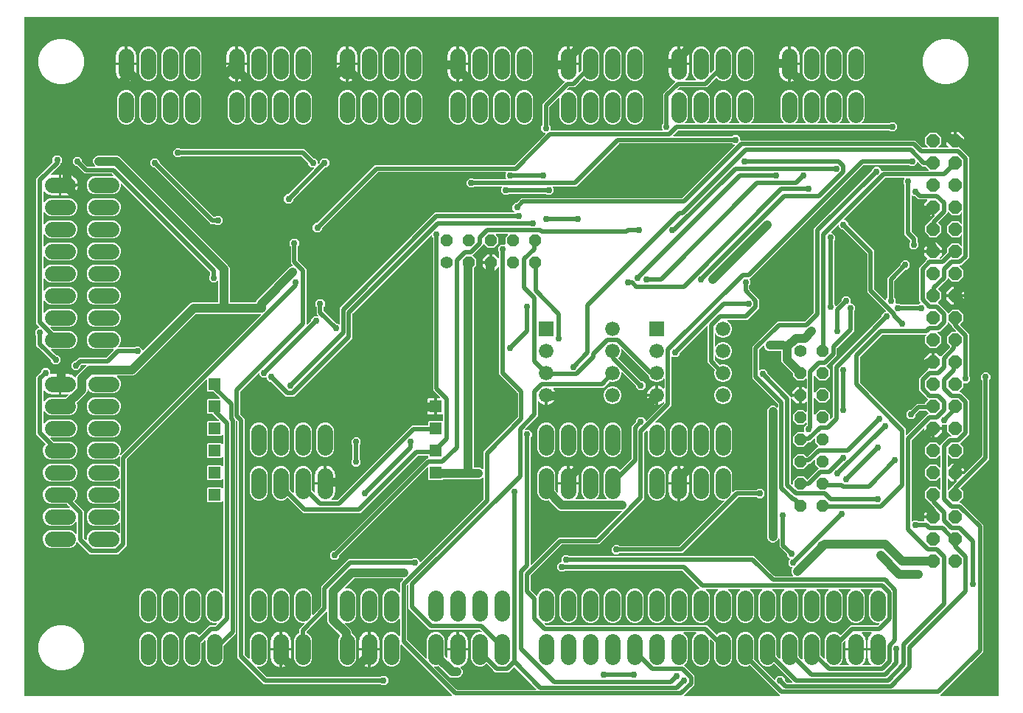
<source format=gbr>
G04 EAGLE Gerber RS-274X export*
G75*
%MOMM*%
%FSLAX34Y34*%
%LPD*%
%INBottom Copper*%
%IPPOS*%
%AMOC8*
5,1,8,0,0,1.08239X$1,22.5*%
G01*
%ADD10C,1.800000*%
%ADD11C,1.422400*%
%ADD12P,1.539592X8X292.500000*%
%ADD13P,1.539592X8X22.500000*%
%ADD14R,1.676400X1.676400*%
%ADD15C,1.676400*%
%ADD16P,1.649562X8X112.500000*%
%ADD17R,1.408000X1.408000*%
%ADD18C,1.016000*%
%ADD19C,0.756400*%
%ADD20C,0.508000*%

G36*
X500738Y10172D02*
X500738Y10172D01*
X500810Y10174D01*
X500859Y10192D01*
X500910Y10200D01*
X500973Y10234D01*
X501041Y10259D01*
X501081Y10291D01*
X501127Y10316D01*
X501177Y10367D01*
X501233Y10412D01*
X501261Y10456D01*
X501297Y10494D01*
X501327Y10559D01*
X501366Y10619D01*
X501378Y10670D01*
X501400Y10717D01*
X501408Y10788D01*
X501426Y10858D01*
X501422Y10910D01*
X501427Y10961D01*
X501412Y11032D01*
X501406Y11103D01*
X501386Y11151D01*
X501375Y11202D01*
X501338Y11263D01*
X501310Y11329D01*
X501265Y11385D01*
X501249Y11413D01*
X501231Y11428D01*
X501205Y11460D01*
X500918Y11747D01*
X443624Y69041D01*
X443566Y69083D01*
X443514Y69133D01*
X443467Y69155D01*
X443425Y69185D01*
X443356Y69206D01*
X443291Y69236D01*
X443239Y69242D01*
X443189Y69257D01*
X443118Y69255D01*
X443047Y69263D01*
X442996Y69252D01*
X442944Y69251D01*
X442876Y69226D01*
X442806Y69211D01*
X442761Y69184D01*
X442713Y69166D01*
X442657Y69122D01*
X442595Y69085D01*
X442561Y69045D01*
X442521Y69013D01*
X442482Y68952D01*
X442435Y68898D01*
X442416Y68850D01*
X442388Y68806D01*
X442370Y68736D01*
X442343Y68670D01*
X442335Y68598D01*
X442327Y68567D01*
X442329Y68544D01*
X442325Y68503D01*
X442325Y52807D01*
X440722Y48938D01*
X437762Y45978D01*
X433893Y44375D01*
X429707Y44375D01*
X425838Y45978D01*
X422878Y48938D01*
X421275Y52807D01*
X421275Y74993D01*
X422878Y78862D01*
X425838Y81822D01*
X429707Y83425D01*
X433893Y83425D01*
X437762Y81822D01*
X440406Y79178D01*
X440464Y79137D01*
X440516Y79087D01*
X440563Y79065D01*
X440605Y79035D01*
X440674Y79014D01*
X440739Y78984D01*
X440791Y78978D01*
X440841Y78963D01*
X440912Y78964D01*
X440983Y78957D01*
X441034Y78968D01*
X441086Y78969D01*
X441154Y78994D01*
X441224Y79009D01*
X441269Y79036D01*
X441317Y79053D01*
X441373Y79098D01*
X441435Y79135D01*
X441469Y79175D01*
X441509Y79207D01*
X441548Y79267D01*
X441595Y79322D01*
X441614Y79370D01*
X441642Y79414D01*
X441660Y79483D01*
X441687Y79550D01*
X441695Y79621D01*
X441703Y79653D01*
X441701Y79676D01*
X441705Y79717D01*
X441705Y98083D01*
X441694Y98154D01*
X441692Y98226D01*
X441674Y98275D01*
X441666Y98326D01*
X441632Y98389D01*
X441607Y98457D01*
X441575Y98497D01*
X441550Y98543D01*
X441498Y98593D01*
X441454Y98649D01*
X441410Y98677D01*
X441372Y98713D01*
X441307Y98743D01*
X441247Y98782D01*
X441196Y98794D01*
X441149Y98816D01*
X441078Y98824D01*
X441008Y98842D01*
X440956Y98838D01*
X440905Y98843D01*
X440834Y98828D01*
X440763Y98823D01*
X440715Y98802D01*
X440664Y98791D01*
X440603Y98754D01*
X440537Y98726D01*
X440481Y98682D01*
X440453Y98665D01*
X440438Y98647D01*
X440406Y98622D01*
X437762Y95978D01*
X433893Y94375D01*
X429707Y94375D01*
X425838Y95978D01*
X422878Y98938D01*
X421275Y102807D01*
X421275Y124993D01*
X422878Y128862D01*
X425838Y131822D01*
X429707Y133425D01*
X433893Y133425D01*
X437762Y131822D01*
X440406Y129178D01*
X440464Y129137D01*
X440516Y129087D01*
X440563Y129065D01*
X440605Y129035D01*
X440674Y129014D01*
X440739Y128984D01*
X440791Y128978D01*
X440841Y128963D01*
X440912Y128964D01*
X440983Y128957D01*
X441034Y128968D01*
X441086Y128969D01*
X441154Y128994D01*
X441224Y129009D01*
X441269Y129036D01*
X441317Y129053D01*
X441373Y129098D01*
X441435Y129135D01*
X441469Y129175D01*
X441509Y129207D01*
X441548Y129267D01*
X441595Y129322D01*
X441614Y129370D01*
X441642Y129414D01*
X441660Y129483D01*
X441687Y129550D01*
X441695Y129621D01*
X441703Y129653D01*
X441701Y129676D01*
X441705Y129717D01*
X441705Y140368D01*
X444309Y142972D01*
X445325Y143988D01*
X445367Y144046D01*
X445417Y144098D01*
X445439Y144145D01*
X445469Y144187D01*
X445490Y144256D01*
X445520Y144321D01*
X445526Y144373D01*
X445541Y144423D01*
X445539Y144494D01*
X445547Y144565D01*
X445536Y144616D01*
X445535Y144668D01*
X445510Y144736D01*
X445495Y144806D01*
X445468Y144851D01*
X445450Y144899D01*
X445406Y144955D01*
X445369Y145017D01*
X445329Y145051D01*
X445297Y145091D01*
X445236Y145130D01*
X445182Y145177D01*
X445134Y145196D01*
X445090Y145224D01*
X445020Y145242D01*
X444954Y145269D01*
X444883Y145277D01*
X444851Y145285D01*
X444828Y145283D01*
X444787Y145287D01*
X389385Y145287D01*
X389295Y145273D01*
X389204Y145265D01*
X389174Y145253D01*
X389142Y145248D01*
X389062Y145205D01*
X388978Y145169D01*
X388946Y145143D01*
X388925Y145132D01*
X388903Y145109D01*
X388847Y145064D01*
X378507Y134724D01*
X378465Y134666D01*
X378416Y134614D01*
X378394Y134567D01*
X378363Y134525D01*
X378342Y134456D01*
X378312Y134391D01*
X378306Y134339D01*
X378291Y134289D01*
X378293Y134218D01*
X378285Y134147D01*
X378296Y134096D01*
X378297Y134044D01*
X378322Y133976D01*
X378337Y133906D01*
X378364Y133861D01*
X378382Y133813D01*
X378427Y133757D01*
X378463Y133695D01*
X378503Y133661D01*
X378535Y133621D01*
X378596Y133582D01*
X378650Y133535D01*
X378699Y133516D01*
X378742Y133488D01*
X378812Y133470D01*
X378878Y133443D01*
X378950Y133435D01*
X378981Y133427D01*
X379004Y133429D01*
X379045Y133425D01*
X383093Y133425D01*
X386962Y131822D01*
X389922Y128862D01*
X391525Y124993D01*
X391525Y102807D01*
X389922Y98938D01*
X386962Y95978D01*
X383093Y94375D01*
X379083Y94375D01*
X379012Y94364D01*
X378941Y94362D01*
X378892Y94344D01*
X378840Y94336D01*
X378777Y94302D01*
X378710Y94277D01*
X378669Y94245D01*
X378623Y94220D01*
X378574Y94168D01*
X378518Y94124D01*
X378489Y94080D01*
X378454Y94042D01*
X378423Y93977D01*
X378385Y93917D01*
X378372Y93866D01*
X378350Y93819D01*
X378342Y93748D01*
X378325Y93678D01*
X378329Y93626D01*
X378323Y93575D01*
X378338Y93504D01*
X378344Y93433D01*
X378364Y93385D01*
X378375Y93334D01*
X378412Y93273D01*
X378440Y93207D01*
X378485Y93151D01*
X378501Y93123D01*
X378519Y93108D01*
X378545Y93076D01*
X385329Y86291D01*
X386335Y83864D01*
X386335Y82591D01*
X386354Y82476D01*
X386371Y82360D01*
X386373Y82354D01*
X386374Y82348D01*
X386429Y82245D01*
X386482Y82141D01*
X386487Y82136D01*
X386490Y82131D01*
X386574Y82051D01*
X386658Y81968D01*
X386664Y81965D01*
X386668Y81961D01*
X386685Y81954D01*
X386805Y81888D01*
X386962Y81822D01*
X389922Y78862D01*
X391525Y74993D01*
X391525Y52807D01*
X389922Y48938D01*
X386962Y45978D01*
X383093Y44375D01*
X378907Y44375D01*
X375038Y45978D01*
X372078Y48938D01*
X370475Y52807D01*
X370475Y74993D01*
X372078Y78862D01*
X372539Y79324D01*
X372551Y79340D01*
X372567Y79352D01*
X372623Y79439D01*
X372683Y79523D01*
X372689Y79542D01*
X372700Y79559D01*
X372725Y79660D01*
X372755Y79758D01*
X372755Y79778D01*
X372760Y79798D01*
X372752Y79901D01*
X372749Y80004D01*
X372742Y80023D01*
X372740Y80043D01*
X372700Y80138D01*
X372664Y80235D01*
X372652Y80251D01*
X372644Y80269D01*
X372539Y80400D01*
X361237Y91703D01*
X359272Y93668D01*
X358266Y96095D01*
X358266Y106332D01*
X358255Y106403D01*
X358253Y106475D01*
X358235Y106523D01*
X358227Y106575D01*
X358193Y106638D01*
X358168Y106706D01*
X358136Y106746D01*
X358111Y106792D01*
X358059Y106842D01*
X358015Y106898D01*
X357971Y106926D01*
X357933Y106962D01*
X357868Y106992D01*
X357808Y107031D01*
X357757Y107043D01*
X357710Y107065D01*
X357639Y107073D01*
X357569Y107091D01*
X357517Y107087D01*
X357466Y107092D01*
X357395Y107077D01*
X357324Y107071D01*
X357276Y107051D01*
X357225Y107040D01*
X357164Y107003D01*
X357098Y106975D01*
X357042Y106930D01*
X357014Y106914D01*
X356999Y106896D01*
X356967Y106870D01*
X356426Y106329D01*
X334488Y84391D01*
X334435Y84317D01*
X334375Y84248D01*
X334363Y84218D01*
X334344Y84192D01*
X334317Y84105D01*
X334283Y84020D01*
X334279Y83979D01*
X334272Y83956D01*
X334273Y83924D01*
X334265Y83853D01*
X334265Y83117D01*
X334284Y83002D01*
X334301Y82886D01*
X334303Y82880D01*
X334304Y82874D01*
X334359Y82771D01*
X334412Y82667D01*
X334417Y82662D01*
X334420Y82657D01*
X334504Y82577D01*
X334588Y82494D01*
X334594Y82491D01*
X334598Y82487D01*
X334615Y82479D01*
X334735Y82414D01*
X336162Y81822D01*
X339122Y78862D01*
X340725Y74993D01*
X340725Y52807D01*
X339122Y48938D01*
X336162Y45978D01*
X332293Y44375D01*
X328107Y44375D01*
X324238Y45978D01*
X321278Y48938D01*
X319675Y52807D01*
X319675Y74993D01*
X321278Y78862D01*
X324238Y81822D01*
X325665Y82414D01*
X325765Y82475D01*
X325865Y82535D01*
X325869Y82540D01*
X325874Y82543D01*
X325949Y82634D01*
X326025Y82722D01*
X326027Y82728D01*
X326031Y82733D01*
X326072Y82840D01*
X326117Y82950D01*
X326118Y82958D01*
X326119Y82962D01*
X326120Y82981D01*
X326135Y83117D01*
X326135Y87536D01*
X331675Y93076D01*
X331717Y93134D01*
X331767Y93186D01*
X331789Y93233D01*
X331819Y93275D01*
X331840Y93344D01*
X331870Y93409D01*
X331876Y93461D01*
X331891Y93511D01*
X331889Y93582D01*
X331897Y93653D01*
X331886Y93704D01*
X331885Y93756D01*
X331860Y93824D01*
X331845Y93894D01*
X331818Y93939D01*
X331800Y93987D01*
X331756Y94043D01*
X331719Y94105D01*
X331679Y94139D01*
X331647Y94179D01*
X331586Y94218D01*
X331532Y94265D01*
X331484Y94284D01*
X331440Y94312D01*
X331370Y94330D01*
X331304Y94357D01*
X331232Y94365D01*
X331201Y94373D01*
X331178Y94371D01*
X331137Y94375D01*
X328107Y94375D01*
X324238Y95978D01*
X321278Y98938D01*
X319675Y102807D01*
X319675Y124993D01*
X321278Y128862D01*
X324238Y131822D01*
X328107Y133425D01*
X332293Y133425D01*
X336162Y131822D01*
X339122Y128862D01*
X340725Y124993D01*
X340725Y103963D01*
X340736Y103892D01*
X340738Y103820D01*
X340756Y103772D01*
X340764Y103720D01*
X340798Y103657D01*
X340823Y103589D01*
X340855Y103549D01*
X340880Y103503D01*
X340932Y103453D01*
X340976Y103397D01*
X341020Y103369D01*
X341058Y103333D01*
X341123Y103303D01*
X341183Y103264D01*
X341234Y103252D01*
X341281Y103230D01*
X341352Y103222D01*
X341422Y103204D01*
X341474Y103208D01*
X341525Y103203D01*
X341596Y103218D01*
X341667Y103224D01*
X341715Y103244D01*
X341766Y103255D01*
X341827Y103292D01*
X341893Y103320D01*
X341949Y103365D01*
X341977Y103381D01*
X341992Y103399D01*
X342024Y103425D01*
X350677Y112078D01*
X350730Y112152D01*
X350790Y112221D01*
X350802Y112251D01*
X350821Y112277D01*
X350848Y112364D01*
X350882Y112449D01*
X350886Y112490D01*
X350893Y112513D01*
X350892Y112545D01*
X350900Y112616D01*
X350900Y135415D01*
X382999Y167514D01*
X455223Y167514D01*
X455313Y167528D01*
X455404Y167536D01*
X455433Y167548D01*
X455465Y167553D01*
X455546Y167596D01*
X455630Y167632D01*
X455662Y167658D01*
X455683Y167669D01*
X455705Y167692D01*
X455761Y167737D01*
X456780Y168756D01*
X461176Y168756D01*
X464285Y165647D01*
X464285Y164785D01*
X464296Y164714D01*
X464298Y164642D01*
X464316Y164594D01*
X464324Y164542D01*
X464358Y164479D01*
X464383Y164411D01*
X464415Y164371D01*
X464440Y164325D01*
X464492Y164275D01*
X464536Y164219D01*
X464580Y164191D01*
X464618Y164155D01*
X464683Y164125D01*
X464743Y164086D01*
X464794Y164074D01*
X464841Y164052D01*
X464912Y164044D01*
X464982Y164026D01*
X465034Y164030D01*
X465085Y164025D01*
X465156Y164040D01*
X465227Y164046D01*
X465275Y164066D01*
X465326Y164077D01*
X465387Y164114D01*
X465453Y164142D01*
X465509Y164187D01*
X465537Y164203D01*
X465552Y164221D01*
X465584Y164247D01*
X537240Y235903D01*
X537293Y235977D01*
X537353Y236046D01*
X537365Y236076D01*
X537384Y236102D01*
X537411Y236189D01*
X537445Y236274D01*
X537449Y236315D01*
X537456Y236338D01*
X537455Y236370D01*
X537463Y236441D01*
X537463Y260474D01*
X537452Y260545D01*
X537450Y260616D01*
X537432Y260665D01*
X537424Y260717D01*
X537390Y260780D01*
X537365Y260847D01*
X537333Y260888D01*
X537308Y260934D01*
X537256Y260983D01*
X537212Y261039D01*
X537168Y261068D01*
X537130Y261103D01*
X537065Y261134D01*
X537005Y261172D01*
X536954Y261185D01*
X536907Y261207D01*
X536836Y261215D01*
X536766Y261232D01*
X536714Y261228D01*
X536663Y261234D01*
X536592Y261219D01*
X536521Y261213D01*
X536473Y261193D01*
X536422Y261182D01*
X536361Y261145D01*
X536295Y261117D01*
X536239Y261072D01*
X536211Y261056D01*
X536196Y261038D01*
X536164Y261012D01*
X535363Y260212D01*
X532936Y259206D01*
X491658Y259206D01*
X491568Y259192D01*
X491477Y259184D01*
X491447Y259172D01*
X491415Y259167D01*
X491334Y259124D01*
X491251Y259088D01*
X491218Y259062D01*
X491198Y259051D01*
X491176Y259028D01*
X491120Y258983D01*
X490272Y258135D01*
X474928Y258135D01*
X474035Y259028D01*
X474035Y271631D01*
X474024Y271702D01*
X474022Y271774D01*
X474004Y271822D01*
X473996Y271874D01*
X473962Y271937D01*
X473937Y272005D01*
X473905Y272045D01*
X473880Y272091D01*
X473828Y272141D01*
X473784Y272197D01*
X473740Y272225D01*
X473702Y272261D01*
X473637Y272291D01*
X473577Y272330D01*
X473526Y272342D01*
X473479Y272364D01*
X473408Y272372D01*
X473338Y272390D01*
X473286Y272386D01*
X473235Y272391D01*
X473164Y272376D01*
X473093Y272370D01*
X473045Y272350D01*
X472994Y272339D01*
X472933Y272302D01*
X472867Y272274D01*
X472811Y272229D01*
X472783Y272213D01*
X472768Y272195D01*
X472736Y272169D01*
X372052Y171485D01*
X371999Y171411D01*
X371939Y171342D01*
X371927Y171312D01*
X371908Y171286D01*
X371881Y171199D01*
X371847Y171114D01*
X371843Y171073D01*
X371836Y171050D01*
X371837Y171018D01*
X371829Y170947D01*
X371829Y169506D01*
X368720Y166397D01*
X364324Y166397D01*
X361215Y169506D01*
X361215Y173902D01*
X364324Y177011D01*
X365765Y177011D01*
X365855Y177025D01*
X365946Y177033D01*
X365976Y177045D01*
X366008Y177050D01*
X366088Y177093D01*
X366172Y177129D01*
X366204Y177155D01*
X366225Y177166D01*
X366247Y177189D01*
X366303Y177234D01*
X472153Y283084D01*
X473542Y283084D01*
X473613Y283095D01*
X473685Y283097D01*
X473734Y283115D01*
X473785Y283123D01*
X473848Y283157D01*
X473916Y283182D01*
X473956Y283214D01*
X474002Y283239D01*
X474052Y283290D01*
X474108Y283335D01*
X474136Y283379D01*
X474172Y283417D01*
X474202Y283482D01*
X474241Y283542D01*
X474253Y283593D01*
X474275Y283640D01*
X474283Y283711D01*
X474301Y283781D01*
X474297Y283833D01*
X474302Y283884D01*
X474287Y283955D01*
X474282Y284026D01*
X474261Y284074D01*
X474250Y284125D01*
X474213Y284186D01*
X474185Y284252D01*
X474140Y284308D01*
X474124Y284336D01*
X474106Y284351D01*
X474080Y284383D01*
X474035Y284428D01*
X474035Y285750D01*
X474033Y285763D01*
X474034Y285773D01*
X474033Y285778D01*
X474034Y285789D01*
X474012Y285891D01*
X473996Y285993D01*
X473986Y286010D01*
X473982Y286030D01*
X473929Y286119D01*
X473880Y286210D01*
X473866Y286224D01*
X473856Y286241D01*
X473777Y286308D01*
X473702Y286380D01*
X473684Y286388D01*
X473669Y286401D01*
X473573Y286440D01*
X473479Y286483D01*
X473459Y286485D01*
X473441Y286493D01*
X473274Y286511D01*
X462628Y286511D01*
X462538Y286497D01*
X462447Y286489D01*
X462417Y286477D01*
X462385Y286472D01*
X462305Y286429D01*
X462221Y286393D01*
X462189Y286367D01*
X462168Y286356D01*
X462153Y286341D01*
X462151Y286340D01*
X462142Y286330D01*
X462090Y286288D01*
X396273Y220471D01*
X330167Y220471D01*
X313000Y237639D01*
X312984Y237651D01*
X312971Y237666D01*
X312884Y237722D01*
X312800Y237782D01*
X312781Y237788D01*
X312764Y237799D01*
X312664Y237824D01*
X312565Y237855D01*
X312545Y237854D01*
X312526Y237859D01*
X312423Y237851D01*
X312319Y237848D01*
X312300Y237842D01*
X312280Y237840D01*
X312185Y237800D01*
X312088Y237764D01*
X312072Y237752D01*
X312054Y237744D01*
X311923Y237639D01*
X310762Y236478D01*
X306893Y234875D01*
X302707Y234875D01*
X298838Y236478D01*
X295878Y239438D01*
X294275Y243307D01*
X294275Y265493D01*
X295878Y269362D01*
X298838Y272322D01*
X302707Y273925D01*
X306893Y273925D01*
X310762Y272322D01*
X313722Y269362D01*
X315325Y265493D01*
X315325Y247126D01*
X315339Y247036D01*
X315347Y246945D01*
X315359Y246915D01*
X315364Y246883D01*
X315407Y246803D01*
X315443Y246719D01*
X315469Y246686D01*
X315480Y246666D01*
X315503Y246644D01*
X315548Y246588D01*
X318376Y243760D01*
X318434Y243718D01*
X318486Y243668D01*
X318533Y243646D01*
X318575Y243616D01*
X318644Y243595D01*
X318709Y243565D01*
X318761Y243559D01*
X318811Y243544D01*
X318882Y243546D01*
X318953Y243538D01*
X319004Y243549D01*
X319056Y243550D01*
X319124Y243575D01*
X319194Y243590D01*
X319239Y243617D01*
X319287Y243635D01*
X319343Y243679D01*
X319405Y243716D01*
X319439Y243756D01*
X319479Y243788D01*
X319518Y243849D01*
X319565Y243903D01*
X319584Y243951D01*
X319612Y243995D01*
X319630Y244065D01*
X319657Y244131D01*
X319665Y244203D01*
X319673Y244234D01*
X319671Y244257D01*
X319675Y244298D01*
X319675Y265493D01*
X321278Y269362D01*
X324238Y272322D01*
X328107Y273925D01*
X332293Y273925D01*
X336162Y272322D01*
X339122Y269362D01*
X340725Y265493D01*
X340725Y246491D01*
X340739Y246401D01*
X340747Y246310D01*
X340759Y246280D01*
X340764Y246248D01*
X340807Y246168D01*
X340843Y246084D01*
X340869Y246052D01*
X340880Y246031D01*
X340903Y246009D01*
X340948Y245953D01*
X342760Y244141D01*
X342818Y244099D01*
X342870Y244049D01*
X342917Y244027D01*
X342959Y243997D01*
X343028Y243976D01*
X343093Y243946D01*
X343145Y243940D01*
X343195Y243925D01*
X343266Y243927D01*
X343337Y243919D01*
X343388Y243930D01*
X343440Y243931D01*
X343508Y243956D01*
X343578Y243971D01*
X343622Y243998D01*
X343671Y244016D01*
X343727Y244060D01*
X343789Y244097D01*
X343823Y244137D01*
X343863Y244169D01*
X343902Y244230D01*
X343949Y244284D01*
X343968Y244332D01*
X343996Y244376D01*
X344014Y244446D01*
X344041Y244512D01*
X344049Y244584D01*
X344057Y244615D01*
X344055Y244638D01*
X344059Y244679D01*
X344059Y252877D01*
X354838Y252877D01*
X354858Y252880D01*
X354877Y252878D01*
X354979Y252900D01*
X355081Y252917D01*
X355098Y252926D01*
X355118Y252930D01*
X355207Y252983D01*
X355298Y253032D01*
X355312Y253046D01*
X355329Y253056D01*
X355396Y253135D01*
X355467Y253210D01*
X355476Y253228D01*
X355489Y253243D01*
X355527Y253339D01*
X355571Y253433D01*
X355573Y253453D01*
X355581Y253471D01*
X355599Y253638D01*
X355599Y254401D01*
X355601Y254401D01*
X355601Y253638D01*
X355604Y253618D01*
X355602Y253599D01*
X355624Y253497D01*
X355641Y253395D01*
X355650Y253378D01*
X355654Y253358D01*
X355707Y253269D01*
X355756Y253178D01*
X355770Y253164D01*
X355780Y253147D01*
X355859Y253080D01*
X355934Y253009D01*
X355952Y253000D01*
X355967Y252987D01*
X356063Y252948D01*
X356157Y252905D01*
X356177Y252903D01*
X356195Y252895D01*
X356362Y252877D01*
X367141Y252877D01*
X367141Y244492D01*
X366857Y242698D01*
X366295Y240970D01*
X365471Y239351D01*
X364403Y237882D01*
X363118Y236597D01*
X363097Y236582D01*
X363091Y236576D01*
X363084Y236572D01*
X363005Y236489D01*
X362924Y236407D01*
X362921Y236400D01*
X362915Y236394D01*
X362867Y236290D01*
X362816Y236186D01*
X362815Y236178D01*
X362811Y236171D01*
X362799Y236057D01*
X362784Y235942D01*
X362785Y235935D01*
X362784Y235927D01*
X362809Y235814D01*
X362831Y235701D01*
X362835Y235694D01*
X362837Y235686D01*
X362896Y235587D01*
X362953Y235487D01*
X362959Y235482D01*
X362963Y235475D01*
X363050Y235400D01*
X363136Y235324D01*
X363144Y235320D01*
X363150Y235315D01*
X363257Y235272D01*
X363362Y235227D01*
X363370Y235226D01*
X363378Y235223D01*
X363545Y235205D01*
X369476Y235205D01*
X369566Y235219D01*
X369657Y235227D01*
X369687Y235239D01*
X369719Y235244D01*
X369799Y235287D01*
X369883Y235323D01*
X369915Y235349D01*
X369936Y235360D01*
X369958Y235383D01*
X370014Y235428D01*
X455643Y321057D01*
X473274Y321057D01*
X473294Y321060D01*
X473313Y321058D01*
X473415Y321080D01*
X473517Y321096D01*
X473534Y321106D01*
X473554Y321110D01*
X473643Y321163D01*
X473734Y321212D01*
X473748Y321226D01*
X473765Y321236D01*
X473832Y321315D01*
X473904Y321390D01*
X473912Y321408D01*
X473925Y321423D01*
X473964Y321519D01*
X474007Y321613D01*
X474009Y321633D01*
X474017Y321651D01*
X474035Y321818D01*
X474035Y325172D01*
X474928Y326065D01*
X490474Y326065D01*
X490494Y326068D01*
X490513Y326066D01*
X490615Y326088D01*
X490717Y326104D01*
X490734Y326114D01*
X490754Y326118D01*
X490843Y326171D01*
X490934Y326220D01*
X490948Y326234D01*
X490965Y326244D01*
X491032Y326323D01*
X491104Y326398D01*
X491112Y326416D01*
X491125Y326431D01*
X491164Y326527D01*
X491207Y326621D01*
X491209Y326641D01*
X491217Y326659D01*
X491235Y326826D01*
X491235Y332665D01*
X491216Y332782D01*
X491198Y332900D01*
X491196Y332904D01*
X491196Y332908D01*
X491140Y333012D01*
X491085Y333119D01*
X491082Y333121D01*
X491080Y333125D01*
X490995Y333206D01*
X490909Y333290D01*
X490905Y333292D01*
X490902Y333295D01*
X490795Y333344D01*
X490687Y333396D01*
X490683Y333396D01*
X490679Y333398D01*
X490563Y333411D01*
X490443Y333426D01*
X490438Y333425D01*
X490435Y333425D01*
X490421Y333422D01*
X490277Y333400D01*
X489974Y333319D01*
X484123Y333319D01*
X484123Y342138D01*
X484120Y342158D01*
X484122Y342177D01*
X484100Y342279D01*
X484083Y342381D01*
X484074Y342398D01*
X484070Y342418D01*
X484017Y342507D01*
X483968Y342598D01*
X483954Y342612D01*
X483944Y342629D01*
X483865Y342696D01*
X483790Y342767D01*
X483772Y342776D01*
X483757Y342789D01*
X483661Y342827D01*
X483567Y342871D01*
X483547Y342873D01*
X483529Y342881D01*
X483362Y342899D01*
X482599Y342899D01*
X482599Y342901D01*
X483362Y342901D01*
X483382Y342904D01*
X483401Y342902D01*
X483503Y342924D01*
X483605Y342941D01*
X483622Y342950D01*
X483642Y342954D01*
X483731Y343007D01*
X483822Y343056D01*
X483836Y343070D01*
X483853Y343080D01*
X483920Y343159D01*
X483991Y343234D01*
X484000Y343252D01*
X484013Y343267D01*
X484052Y343363D01*
X484095Y343457D01*
X484097Y343477D01*
X484105Y343495D01*
X484123Y343662D01*
X484123Y352481D01*
X486896Y352481D01*
X486967Y352492D01*
X487039Y352494D01*
X487087Y352512D01*
X487139Y352520D01*
X487202Y352554D01*
X487270Y352579D01*
X487310Y352611D01*
X487356Y352636D01*
X487406Y352688D01*
X487462Y352732D01*
X487490Y352776D01*
X487526Y352814D01*
X487556Y352879D01*
X487595Y352939D01*
X487607Y352990D01*
X487629Y353037D01*
X487637Y353108D01*
X487655Y353178D01*
X487651Y353230D01*
X487656Y353281D01*
X487641Y353352D01*
X487635Y353423D01*
X487615Y353471D01*
X487604Y353522D01*
X487567Y353583D01*
X487539Y353649D01*
X487494Y353705D01*
X487478Y353733D01*
X487460Y353748D01*
X487434Y353780D01*
X479678Y361536D01*
X479678Y536122D01*
X479664Y536212D01*
X479656Y536303D01*
X479644Y536332D01*
X479639Y536364D01*
X479596Y536445D01*
X479560Y536529D01*
X479534Y536561D01*
X479523Y536582D01*
X479500Y536604D01*
X479455Y536660D01*
X478436Y537679D01*
X478436Y538541D01*
X478425Y538612D01*
X478423Y538684D01*
X478405Y538732D01*
X478397Y538784D01*
X478363Y538847D01*
X478338Y538915D01*
X478306Y538955D01*
X478281Y539001D01*
X478229Y539051D01*
X478185Y539107D01*
X478141Y539135D01*
X478103Y539171D01*
X478038Y539201D01*
X477978Y539240D01*
X477927Y539252D01*
X477880Y539274D01*
X477809Y539282D01*
X477739Y539300D01*
X477687Y539296D01*
X477636Y539301D01*
X477565Y539286D01*
X477494Y539280D01*
X477446Y539260D01*
X477395Y539249D01*
X477334Y539212D01*
X477268Y539184D01*
X477212Y539139D01*
X477184Y539123D01*
X477169Y539105D01*
X477137Y539079D01*
X387320Y449262D01*
X387267Y449188D01*
X387207Y449119D01*
X387195Y449089D01*
X387176Y449063D01*
X387149Y448976D01*
X387115Y448891D01*
X387111Y448850D01*
X387104Y448827D01*
X387105Y448795D01*
X387097Y448724D01*
X387097Y420972D01*
X320327Y354202D01*
X310355Y354202D01*
X293659Y370898D01*
X293585Y370951D01*
X293516Y371011D01*
X293486Y371023D01*
X293460Y371042D01*
X293373Y371069D01*
X293288Y371103D01*
X293247Y371107D01*
X293224Y371114D01*
X293192Y371113D01*
X293121Y371121D01*
X291680Y371121D01*
X288571Y374230D01*
X288571Y375313D01*
X288568Y375333D01*
X288570Y375352D01*
X288548Y375454D01*
X288532Y375556D01*
X288522Y375573D01*
X288518Y375593D01*
X288465Y375682D01*
X288416Y375773D01*
X288402Y375787D01*
X288392Y375804D01*
X288313Y375871D01*
X288238Y375943D01*
X288220Y375951D01*
X288205Y375964D01*
X288109Y376003D01*
X288015Y376046D01*
X287995Y376048D01*
X287977Y376056D01*
X287810Y376074D01*
X283425Y376074D01*
X280316Y379183D01*
X280316Y380045D01*
X280305Y380116D01*
X280303Y380188D01*
X280285Y380236D01*
X280277Y380288D01*
X280243Y380351D01*
X280218Y380419D01*
X280186Y380459D01*
X280161Y380505D01*
X280109Y380555D01*
X280065Y380611D01*
X280021Y380639D01*
X279983Y380675D01*
X279918Y380705D01*
X279858Y380744D01*
X279807Y380756D01*
X279760Y380778D01*
X279689Y380786D01*
X279619Y380804D01*
X279567Y380800D01*
X279516Y380805D01*
X279445Y380790D01*
X279374Y380784D01*
X279326Y380764D01*
X279275Y380753D01*
X279214Y380716D01*
X279148Y380688D01*
X279092Y380643D01*
X279064Y380627D01*
X279049Y380609D01*
X279017Y380583D01*
X258542Y360108D01*
X258499Y360049D01*
X258455Y360003D01*
X258447Y359986D01*
X258429Y359965D01*
X258417Y359935D01*
X258398Y359909D01*
X258372Y359825D01*
X258351Y359779D01*
X258350Y359769D01*
X258337Y359737D01*
X258333Y359696D01*
X258326Y359673D01*
X258327Y359641D01*
X258319Y359570D01*
X258319Y333850D01*
X258333Y333760D01*
X258341Y333669D01*
X258353Y333639D01*
X258358Y333607D01*
X258401Y333527D01*
X258437Y333443D01*
X258463Y333411D01*
X258474Y333390D01*
X258497Y333368D01*
X258542Y333312D01*
X263272Y328582D01*
X263272Y58133D01*
X263286Y58043D01*
X263294Y57952D01*
X263306Y57922D01*
X263311Y57890D01*
X263354Y57810D01*
X263390Y57726D01*
X263416Y57694D01*
X263427Y57673D01*
X263450Y57651D01*
X263456Y57643D01*
X263465Y57629D01*
X263474Y57621D01*
X263495Y57595D01*
X267576Y53514D01*
X267634Y53472D01*
X267686Y53422D01*
X267733Y53400D01*
X267775Y53370D01*
X267844Y53349D01*
X267909Y53319D01*
X267961Y53313D01*
X268011Y53298D01*
X268082Y53300D01*
X268153Y53292D01*
X268204Y53303D01*
X268256Y53304D01*
X268324Y53329D01*
X268394Y53344D01*
X268439Y53371D01*
X268487Y53389D01*
X268543Y53433D01*
X268605Y53470D01*
X268639Y53510D01*
X268679Y53542D01*
X268718Y53603D01*
X268765Y53657D01*
X268784Y53705D01*
X268812Y53749D01*
X268830Y53819D01*
X268857Y53885D01*
X268865Y53957D01*
X268873Y53988D01*
X268871Y54011D01*
X268875Y54052D01*
X268875Y74993D01*
X270478Y78862D01*
X273438Y81822D01*
X277307Y83425D01*
X281493Y83425D01*
X285362Y81822D01*
X288322Y78862D01*
X289925Y74993D01*
X289925Y52807D01*
X288322Y48938D01*
X285362Y45978D01*
X281493Y44375D01*
X278552Y44375D01*
X278481Y44364D01*
X278409Y44362D01*
X278361Y44344D01*
X278309Y44336D01*
X278246Y44302D01*
X278178Y44277D01*
X278138Y44245D01*
X278092Y44220D01*
X278042Y44168D01*
X277986Y44124D01*
X277958Y44080D01*
X277922Y44042D01*
X277892Y43977D01*
X277853Y43917D01*
X277841Y43866D01*
X277819Y43819D01*
X277811Y43748D01*
X277793Y43678D01*
X277797Y43626D01*
X277792Y43575D01*
X277807Y43504D01*
X277813Y43433D01*
X277833Y43385D01*
X277844Y43334D01*
X277881Y43273D01*
X277909Y43207D01*
X277954Y43151D01*
X277970Y43123D01*
X277988Y43108D01*
X278014Y43076D01*
X288735Y32355D01*
X288809Y32302D01*
X288878Y32242D01*
X288908Y32230D01*
X288934Y32211D01*
X289021Y32184D01*
X289106Y32150D01*
X289147Y32146D01*
X289170Y32139D01*
X289202Y32140D01*
X289273Y32132D01*
X418901Y32132D01*
X418991Y32146D01*
X419082Y32154D01*
X419111Y32166D01*
X419143Y32171D01*
X419224Y32214D01*
X419308Y32250D01*
X419340Y32276D01*
X419361Y32287D01*
X419383Y32310D01*
X419439Y32355D01*
X420458Y33374D01*
X424854Y33374D01*
X427963Y30265D01*
X427963Y25869D01*
X424854Y22760D01*
X420458Y22760D01*
X419439Y23779D01*
X419365Y23832D01*
X419295Y23892D01*
X419265Y23904D01*
X419239Y23923D01*
X419152Y23950D01*
X419067Y23984D01*
X419026Y23988D01*
X419004Y23995D01*
X418972Y23994D01*
X418901Y24002D01*
X285590Y24002D01*
X255142Y54450D01*
X255142Y324899D01*
X255128Y324989D01*
X255120Y325080D01*
X255108Y325110D01*
X255103Y325142D01*
X255060Y325222D01*
X255024Y325306D01*
X254998Y325338D01*
X254987Y325359D01*
X254964Y325381D01*
X254919Y325437D01*
X254665Y325691D01*
X254607Y325733D01*
X254555Y325783D01*
X254508Y325805D01*
X254466Y325835D01*
X254397Y325856D01*
X254332Y325886D01*
X254280Y325892D01*
X254230Y325907D01*
X254159Y325905D01*
X254088Y325913D01*
X254037Y325902D01*
X253985Y325901D01*
X253917Y325876D01*
X253847Y325861D01*
X253802Y325834D01*
X253754Y325816D01*
X253698Y325772D01*
X253636Y325735D01*
X253602Y325695D01*
X253562Y325663D01*
X253523Y325603D01*
X253476Y325548D01*
X253457Y325500D01*
X253429Y325456D01*
X253411Y325386D01*
X253384Y325320D01*
X253376Y325249D01*
X253368Y325217D01*
X253370Y325194D01*
X253366Y325153D01*
X253366Y82517D01*
X239348Y68499D01*
X239295Y68425D01*
X239235Y68356D01*
X239223Y68326D01*
X239204Y68300D01*
X239177Y68213D01*
X239143Y68128D01*
X239139Y68087D01*
X239132Y68064D01*
X239133Y68032D01*
X239125Y67961D01*
X239125Y52807D01*
X237522Y48938D01*
X234562Y45978D01*
X230693Y44375D01*
X226507Y44375D01*
X222638Y45978D01*
X219678Y48938D01*
X218075Y52807D01*
X218075Y73456D01*
X218064Y73527D01*
X218062Y73599D01*
X218044Y73647D01*
X218036Y73699D01*
X218002Y73762D01*
X217977Y73830D01*
X217945Y73870D01*
X217920Y73916D01*
X217868Y73966D01*
X217824Y74022D01*
X217780Y74050D01*
X217742Y74086D01*
X217677Y74116D01*
X217617Y74155D01*
X217566Y74167D01*
X217519Y74189D01*
X217448Y74197D01*
X217378Y74215D01*
X217326Y74211D01*
X217275Y74216D01*
X217204Y74201D01*
X217133Y74195D01*
X217085Y74175D01*
X217034Y74164D01*
X216973Y74127D01*
X216907Y74099D01*
X216851Y74054D01*
X216823Y74038D01*
X216808Y74020D01*
X216776Y73994D01*
X213948Y71166D01*
X213895Y71092D01*
X213835Y71023D01*
X213823Y70993D01*
X213804Y70967D01*
X213777Y70879D01*
X213743Y70795D01*
X213739Y70754D01*
X213732Y70731D01*
X213733Y70699D01*
X213725Y70628D01*
X213725Y52807D01*
X212122Y48938D01*
X209162Y45978D01*
X205293Y44375D01*
X201107Y44375D01*
X197238Y45978D01*
X194278Y48938D01*
X192675Y52807D01*
X192675Y74993D01*
X194278Y78862D01*
X197238Y81822D01*
X201107Y83425D01*
X205293Y83425D01*
X209162Y81822D01*
X210596Y80388D01*
X210612Y80376D01*
X210625Y80361D01*
X210706Y80309D01*
X210709Y80306D01*
X210712Y80305D01*
X210796Y80245D01*
X210815Y80239D01*
X210832Y80228D01*
X210932Y80203D01*
X211031Y80172D01*
X211051Y80173D01*
X211070Y80168D01*
X211173Y80176D01*
X211277Y80179D01*
X211296Y80185D01*
X211315Y80187D01*
X211410Y80227D01*
X211508Y80263D01*
X211524Y80276D01*
X211542Y80283D01*
X211673Y80388D01*
X222852Y91568D01*
X229141Y91568D01*
X229231Y91582D01*
X229322Y91590D01*
X229352Y91602D01*
X229384Y91607D01*
X229464Y91650D01*
X229548Y91686D01*
X229581Y91712D01*
X229601Y91723D01*
X229623Y91746D01*
X229679Y91791D01*
X230964Y93076D01*
X231006Y93134D01*
X231056Y93186D01*
X231078Y93233D01*
X231108Y93275D01*
X231129Y93344D01*
X231159Y93409D01*
X231165Y93461D01*
X231180Y93511D01*
X231178Y93582D01*
X231186Y93653D01*
X231175Y93704D01*
X231174Y93756D01*
X231149Y93824D01*
X231134Y93894D01*
X231107Y93939D01*
X231089Y93987D01*
X231045Y94043D01*
X231008Y94105D01*
X230968Y94139D01*
X230936Y94179D01*
X230875Y94218D01*
X230821Y94265D01*
X230773Y94284D01*
X230729Y94312D01*
X230659Y94330D01*
X230593Y94357D01*
X230522Y94365D01*
X230490Y94373D01*
X230467Y94371D01*
X230426Y94375D01*
X226507Y94375D01*
X222638Y95978D01*
X219678Y98938D01*
X218075Y102807D01*
X218075Y124993D01*
X219678Y128862D01*
X222638Y131822D01*
X226507Y133425D01*
X230693Y133425D01*
X234562Y131822D01*
X237333Y129051D01*
X237391Y129010D01*
X237443Y128960D01*
X237490Y128938D01*
X237532Y128908D01*
X237601Y128887D01*
X237666Y128857D01*
X237718Y128851D01*
X237768Y128836D01*
X237839Y128837D01*
X237910Y128830D01*
X237961Y128841D01*
X238013Y128842D01*
X238081Y128867D01*
X238151Y128882D01*
X238196Y128909D01*
X238244Y128926D01*
X238300Y128971D01*
X238362Y129008D01*
X238396Y129048D01*
X238436Y129080D01*
X238475Y129140D01*
X238522Y129195D01*
X238541Y129243D01*
X238569Y129287D01*
X238587Y129356D01*
X238614Y129423D01*
X238622Y129494D01*
X238630Y129526D01*
X238628Y129549D01*
X238632Y129590D01*
X238632Y233258D01*
X238621Y233329D01*
X238619Y233401D01*
X238601Y233450D01*
X238593Y233501D01*
X238559Y233564D01*
X238534Y233632D01*
X238502Y233672D01*
X238477Y233718D01*
X238425Y233768D01*
X238381Y233824D01*
X238337Y233852D01*
X238299Y233888D01*
X238234Y233918D01*
X238174Y233957D01*
X238123Y233969D01*
X238076Y233991D01*
X238005Y233999D01*
X237935Y234017D01*
X237883Y234013D01*
X237832Y234018D01*
X237761Y234003D01*
X237690Y233998D01*
X237642Y233977D01*
X237591Y233966D01*
X237530Y233929D01*
X237464Y233901D01*
X237408Y233856D01*
X237380Y233840D01*
X237365Y233822D01*
X237333Y233796D01*
X236272Y232735D01*
X220928Y232735D01*
X220035Y233628D01*
X220035Y248972D01*
X220928Y249865D01*
X236272Y249865D01*
X237333Y248804D01*
X237391Y248762D01*
X237443Y248712D01*
X237490Y248690D01*
X237532Y248660D01*
X237601Y248639D01*
X237666Y248609D01*
X237718Y248603D01*
X237768Y248588D01*
X237839Y248590D01*
X237910Y248582D01*
X237961Y248593D01*
X238013Y248594D01*
X238081Y248619D01*
X238151Y248634D01*
X238196Y248661D01*
X238244Y248678D01*
X238300Y248723D01*
X238362Y248760D01*
X238396Y248800D01*
X238436Y248832D01*
X238475Y248892D01*
X238522Y248947D01*
X238541Y248995D01*
X238569Y249039D01*
X238587Y249109D01*
X238614Y249175D01*
X238622Y249246D01*
X238630Y249278D01*
X238628Y249301D01*
X238632Y249342D01*
X238632Y258658D01*
X238621Y258729D01*
X238619Y258801D01*
X238601Y258850D01*
X238593Y258901D01*
X238559Y258964D01*
X238534Y259032D01*
X238502Y259072D01*
X238477Y259118D01*
X238425Y259168D01*
X238381Y259224D01*
X238337Y259252D01*
X238299Y259288D01*
X238234Y259318D01*
X238174Y259357D01*
X238123Y259369D01*
X238076Y259391D01*
X238005Y259399D01*
X237935Y259417D01*
X237883Y259413D01*
X237832Y259418D01*
X237761Y259403D01*
X237690Y259398D01*
X237642Y259377D01*
X237591Y259366D01*
X237530Y259329D01*
X237464Y259301D01*
X237408Y259256D01*
X237380Y259240D01*
X237365Y259222D01*
X237333Y259196D01*
X236272Y258135D01*
X220928Y258135D01*
X220035Y259028D01*
X220035Y274372D01*
X220928Y275265D01*
X236272Y275265D01*
X237333Y274204D01*
X237391Y274162D01*
X237443Y274112D01*
X237490Y274090D01*
X237532Y274060D01*
X237601Y274039D01*
X237666Y274009D01*
X237718Y274003D01*
X237768Y273988D01*
X237839Y273990D01*
X237910Y273982D01*
X237961Y273993D01*
X238013Y273994D01*
X238081Y274019D01*
X238151Y274034D01*
X238196Y274061D01*
X238244Y274078D01*
X238300Y274123D01*
X238362Y274160D01*
X238396Y274200D01*
X238436Y274232D01*
X238475Y274292D01*
X238522Y274347D01*
X238541Y274395D01*
X238569Y274439D01*
X238587Y274509D01*
X238614Y274575D01*
X238622Y274646D01*
X238630Y274678D01*
X238628Y274701D01*
X238632Y274742D01*
X238632Y284058D01*
X238621Y284129D01*
X238619Y284201D01*
X238601Y284250D01*
X238593Y284301D01*
X238559Y284364D01*
X238534Y284432D01*
X238502Y284472D01*
X238477Y284518D01*
X238425Y284568D01*
X238381Y284624D01*
X238337Y284652D01*
X238299Y284688D01*
X238234Y284718D01*
X238174Y284757D01*
X238123Y284769D01*
X238076Y284791D01*
X238005Y284799D01*
X237935Y284817D01*
X237883Y284813D01*
X237832Y284818D01*
X237761Y284803D01*
X237690Y284798D01*
X237642Y284777D01*
X237591Y284766D01*
X237530Y284729D01*
X237464Y284701D01*
X237408Y284656D01*
X237380Y284640D01*
X237365Y284622D01*
X237333Y284596D01*
X236272Y283535D01*
X220928Y283535D01*
X220035Y284428D01*
X220035Y299772D01*
X220928Y300665D01*
X236272Y300665D01*
X237333Y299604D01*
X237391Y299562D01*
X237443Y299512D01*
X237490Y299490D01*
X237532Y299460D01*
X237601Y299439D01*
X237666Y299409D01*
X237718Y299403D01*
X237768Y299388D01*
X237839Y299390D01*
X237910Y299382D01*
X237961Y299393D01*
X238013Y299394D01*
X238081Y299419D01*
X238151Y299434D01*
X238196Y299461D01*
X238244Y299478D01*
X238300Y299523D01*
X238362Y299560D01*
X238396Y299600D01*
X238436Y299632D01*
X238475Y299692D01*
X238522Y299747D01*
X238541Y299795D01*
X238569Y299839D01*
X238587Y299909D01*
X238614Y299975D01*
X238622Y300046D01*
X238630Y300078D01*
X238628Y300101D01*
X238632Y300142D01*
X238632Y309458D01*
X238621Y309529D01*
X238619Y309601D01*
X238601Y309650D01*
X238593Y309701D01*
X238559Y309764D01*
X238534Y309832D01*
X238502Y309872D01*
X238477Y309918D01*
X238425Y309968D01*
X238381Y310024D01*
X238337Y310052D01*
X238299Y310088D01*
X238234Y310118D01*
X238174Y310157D01*
X238123Y310169D01*
X238076Y310191D01*
X238005Y310199D01*
X237935Y310217D01*
X237883Y310213D01*
X237832Y310218D01*
X237761Y310203D01*
X237690Y310198D01*
X237642Y310177D01*
X237591Y310166D01*
X237530Y310129D01*
X237464Y310101D01*
X237408Y310056D01*
X237380Y310040D01*
X237365Y310022D01*
X237333Y309996D01*
X236272Y308935D01*
X220928Y308935D01*
X220035Y309828D01*
X220035Y325172D01*
X220928Y326065D01*
X232642Y326065D01*
X232713Y326076D01*
X232785Y326078D01*
X232833Y326096D01*
X232885Y326104D01*
X232948Y326138D01*
X233016Y326163D01*
X233056Y326195D01*
X233102Y326220D01*
X233152Y326272D01*
X233208Y326316D01*
X233236Y326360D01*
X233272Y326398D01*
X233302Y326463D01*
X233341Y326523D01*
X233353Y326574D01*
X233375Y326621D01*
X233383Y326692D01*
X233401Y326762D01*
X233397Y326814D01*
X233402Y326865D01*
X233387Y326936D01*
X233381Y327007D01*
X233361Y327055D01*
X233350Y327106D01*
X233313Y327167D01*
X233285Y327233D01*
X233240Y327289D01*
X233224Y327317D01*
X233212Y327327D01*
X233209Y327332D01*
X233201Y327339D01*
X233180Y327364D01*
X226432Y334112D01*
X226358Y334165D01*
X226289Y334225D01*
X226259Y334237D01*
X226233Y334256D01*
X226146Y334283D01*
X226061Y334317D01*
X226020Y334321D01*
X225997Y334328D01*
X225965Y334327D01*
X225894Y334335D01*
X220928Y334335D01*
X220035Y335228D01*
X220035Y350572D01*
X220928Y351465D01*
X233658Y351465D01*
X233729Y351476D01*
X233801Y351478D01*
X233849Y351496D01*
X233901Y351504D01*
X233964Y351538D01*
X234032Y351563D01*
X234072Y351595D01*
X234118Y351620D01*
X234168Y351672D01*
X234224Y351716D01*
X234252Y351760D01*
X234288Y351798D01*
X234318Y351863D01*
X234357Y351923D01*
X234369Y351974D01*
X234391Y352021D01*
X234399Y352092D01*
X234417Y352162D01*
X234413Y352214D01*
X234418Y352265D01*
X234403Y352336D01*
X234397Y352407D01*
X234377Y352455D01*
X234366Y352506D01*
X234329Y352567D01*
X234301Y352633D01*
X234256Y352689D01*
X234240Y352717D01*
X234222Y352732D01*
X234196Y352764D01*
X227448Y359512D01*
X227374Y359565D01*
X227305Y359625D01*
X227275Y359637D01*
X227249Y359656D01*
X227162Y359683D01*
X227077Y359717D01*
X227036Y359721D01*
X227013Y359728D01*
X226981Y359727D01*
X226910Y359735D01*
X220928Y359735D01*
X220035Y360628D01*
X220035Y372596D01*
X220024Y372667D01*
X220022Y372739D01*
X220004Y372787D01*
X219996Y372839D01*
X219962Y372902D01*
X219937Y372970D01*
X219905Y373010D01*
X219880Y373056D01*
X219828Y373106D01*
X219784Y373162D01*
X219740Y373190D01*
X219702Y373226D01*
X219637Y373256D01*
X219577Y373295D01*
X219526Y373307D01*
X219479Y373329D01*
X219408Y373337D01*
X219338Y373355D01*
X219286Y373351D01*
X219235Y373356D01*
X219164Y373341D01*
X219093Y373335D01*
X219045Y373315D01*
X218994Y373304D01*
X218933Y373267D01*
X218867Y373239D01*
X218811Y373194D01*
X218783Y373178D01*
X218768Y373160D01*
X218736Y373134D01*
X128113Y282511D01*
X128060Y282437D01*
X128000Y282368D01*
X127988Y282338D01*
X127969Y282312D01*
X127942Y282225D01*
X127908Y282140D01*
X127904Y282099D01*
X127897Y282076D01*
X127898Y282044D01*
X127890Y281973D01*
X127890Y183228D01*
X117254Y172592D01*
X85819Y172592D01*
X72834Y185577D01*
X71320Y187092D01*
X71282Y187119D01*
X71251Y187153D01*
X71183Y187190D01*
X71120Y187236D01*
X71076Y187249D01*
X71036Y187271D01*
X70959Y187285D01*
X70885Y187308D01*
X70839Y187307D01*
X70794Y187315D01*
X70717Y187304D01*
X70639Y187302D01*
X70596Y187286D01*
X70550Y187279D01*
X70481Y187244D01*
X70408Y187217D01*
X70372Y187188D01*
X70331Y187168D01*
X70277Y187112D01*
X70216Y187063D01*
X70191Y187025D01*
X70159Y186992D01*
X70093Y186872D01*
X70083Y186857D01*
X70082Y186852D01*
X70078Y186845D01*
X69122Y184538D01*
X66162Y181578D01*
X62293Y179975D01*
X40107Y179975D01*
X36238Y181578D01*
X33278Y184538D01*
X31675Y188407D01*
X31675Y192593D01*
X33278Y196462D01*
X36238Y199422D01*
X40107Y201025D01*
X62293Y201025D01*
X66162Y199422D01*
X68931Y196653D01*
X68989Y196612D01*
X69041Y196562D01*
X69088Y196540D01*
X69130Y196510D01*
X69199Y196489D01*
X69264Y196459D01*
X69316Y196453D01*
X69366Y196438D01*
X69437Y196439D01*
X69508Y196432D01*
X69559Y196443D01*
X69611Y196444D01*
X69679Y196469D01*
X69749Y196484D01*
X69794Y196511D01*
X69842Y196528D01*
X69898Y196573D01*
X69960Y196610D01*
X69994Y196650D01*
X70034Y196682D01*
X70073Y196742D01*
X70120Y196797D01*
X70139Y196845D01*
X70167Y196889D01*
X70185Y196958D01*
X70212Y197025D01*
X70220Y197096D01*
X70228Y197128D01*
X70226Y197151D01*
X70230Y197192D01*
X70230Y209208D01*
X70219Y209279D01*
X70217Y209351D01*
X70199Y209400D01*
X70191Y209451D01*
X70157Y209514D01*
X70132Y209582D01*
X70100Y209622D01*
X70075Y209668D01*
X70023Y209718D01*
X69979Y209774D01*
X69935Y209802D01*
X69897Y209838D01*
X69832Y209868D01*
X69772Y209907D01*
X69721Y209919D01*
X69674Y209941D01*
X69603Y209949D01*
X69533Y209967D01*
X69481Y209963D01*
X69430Y209968D01*
X69359Y209953D01*
X69288Y209948D01*
X69240Y209927D01*
X69189Y209916D01*
X69128Y209879D01*
X69062Y209851D01*
X69006Y209807D01*
X68978Y209790D01*
X68963Y209772D01*
X68931Y209747D01*
X66162Y206978D01*
X62293Y205375D01*
X40107Y205375D01*
X36238Y206978D01*
X33278Y209938D01*
X31675Y213807D01*
X31675Y217993D01*
X33278Y221862D01*
X36238Y224822D01*
X40107Y226425D01*
X61518Y226425D01*
X61589Y226436D01*
X61661Y226438D01*
X61709Y226456D01*
X61761Y226464D01*
X61824Y226498D01*
X61892Y226523D01*
X61932Y226555D01*
X61978Y226580D01*
X62028Y226632D01*
X62084Y226676D01*
X62112Y226720D01*
X62148Y226758D01*
X62178Y226823D01*
X62217Y226883D01*
X62229Y226934D01*
X62251Y226981D01*
X62259Y227052D01*
X62277Y227122D01*
X62273Y227174D01*
X62278Y227225D01*
X62263Y227296D01*
X62257Y227367D01*
X62237Y227415D01*
X62226Y227466D01*
X62189Y227527D01*
X62161Y227593D01*
X62116Y227649D01*
X62100Y227677D01*
X62082Y227692D01*
X62056Y227724D01*
X59228Y230552D01*
X59154Y230605D01*
X59085Y230665D01*
X59055Y230677D01*
X59029Y230696D01*
X58941Y230723D01*
X58857Y230757D01*
X58816Y230761D01*
X58793Y230768D01*
X58761Y230767D01*
X58690Y230775D01*
X40107Y230775D01*
X36238Y232378D01*
X33278Y235338D01*
X31675Y239207D01*
X31675Y243393D01*
X33278Y247262D01*
X36238Y250222D01*
X40107Y251825D01*
X62293Y251825D01*
X66162Y250222D01*
X69122Y247262D01*
X70725Y243393D01*
X70725Y239207D01*
X69122Y235338D01*
X68069Y234285D01*
X68057Y234269D01*
X68042Y234256D01*
X67986Y234169D01*
X67926Y234085D01*
X67920Y234066D01*
X67909Y234049D01*
X67884Y233949D01*
X67853Y233850D01*
X67854Y233830D01*
X67849Y233811D01*
X67857Y233708D01*
X67860Y233604D01*
X67866Y233585D01*
X67868Y233566D01*
X67908Y233471D01*
X67944Y233373D01*
X67957Y233357D01*
X67964Y233339D01*
X68069Y233208D01*
X78360Y222918D01*
X78360Y191864D01*
X78374Y191774D01*
X78382Y191683D01*
X78394Y191653D01*
X78399Y191621D01*
X78442Y191541D01*
X78478Y191457D01*
X78504Y191424D01*
X78515Y191404D01*
X78538Y191382D01*
X78583Y191326D01*
X80376Y189533D01*
X80434Y189491D01*
X80486Y189441D01*
X80533Y189419D01*
X80575Y189389D01*
X80644Y189368D01*
X80709Y189338D01*
X80761Y189332D01*
X80811Y189317D01*
X80882Y189319D01*
X80953Y189311D01*
X81004Y189322D01*
X81056Y189323D01*
X81124Y189348D01*
X81194Y189363D01*
X81239Y189390D01*
X81287Y189408D01*
X81343Y189452D01*
X81405Y189489D01*
X81439Y189529D01*
X81479Y189561D01*
X81518Y189622D01*
X81565Y189676D01*
X81584Y189724D01*
X81612Y189768D01*
X81630Y189838D01*
X81657Y189904D01*
X81665Y189976D01*
X81673Y190007D01*
X81671Y190030D01*
X81675Y190071D01*
X81675Y192593D01*
X83278Y196462D01*
X86238Y199422D01*
X90107Y201025D01*
X112293Y201025D01*
X116162Y199422D01*
X118461Y197123D01*
X118519Y197082D01*
X118571Y197032D01*
X118618Y197010D01*
X118660Y196980D01*
X118729Y196959D01*
X118794Y196929D01*
X118846Y196923D01*
X118896Y196908D01*
X118967Y196909D01*
X119038Y196902D01*
X119089Y196913D01*
X119141Y196914D01*
X119209Y196939D01*
X119279Y196954D01*
X119324Y196981D01*
X119372Y196998D01*
X119428Y197043D01*
X119490Y197080D01*
X119524Y197120D01*
X119564Y197152D01*
X119603Y197212D01*
X119650Y197267D01*
X119669Y197315D01*
X119697Y197359D01*
X119715Y197428D01*
X119742Y197495D01*
X119750Y197566D01*
X119758Y197598D01*
X119756Y197621D01*
X119760Y197662D01*
X119760Y208738D01*
X119749Y208809D01*
X119747Y208881D01*
X119729Y208930D01*
X119721Y208981D01*
X119687Y209044D01*
X119662Y209112D01*
X119630Y209152D01*
X119605Y209198D01*
X119553Y209248D01*
X119509Y209304D01*
X119465Y209332D01*
X119427Y209368D01*
X119362Y209398D01*
X119302Y209437D01*
X119251Y209449D01*
X119204Y209471D01*
X119133Y209479D01*
X119063Y209497D01*
X119011Y209493D01*
X118960Y209498D01*
X118889Y209483D01*
X118818Y209478D01*
X118770Y209457D01*
X118719Y209446D01*
X118658Y209409D01*
X118592Y209381D01*
X118536Y209337D01*
X118508Y209320D01*
X118493Y209302D01*
X118461Y209277D01*
X116162Y206978D01*
X112293Y205375D01*
X90107Y205375D01*
X86238Y206978D01*
X83278Y209938D01*
X81675Y213807D01*
X81675Y217993D01*
X83278Y221862D01*
X86238Y224822D01*
X90107Y226425D01*
X112293Y226425D01*
X116162Y224822D01*
X118461Y222523D01*
X118519Y222482D01*
X118571Y222432D01*
X118618Y222410D01*
X118660Y222380D01*
X118729Y222359D01*
X118794Y222329D01*
X118846Y222323D01*
X118896Y222308D01*
X118967Y222309D01*
X119038Y222302D01*
X119089Y222313D01*
X119141Y222314D01*
X119209Y222339D01*
X119279Y222354D01*
X119324Y222381D01*
X119372Y222398D01*
X119428Y222443D01*
X119490Y222480D01*
X119524Y222520D01*
X119564Y222552D01*
X119603Y222612D01*
X119650Y222667D01*
X119669Y222715D01*
X119697Y222759D01*
X119715Y222828D01*
X119742Y222895D01*
X119750Y222966D01*
X119758Y222998D01*
X119756Y223021D01*
X119760Y223062D01*
X119760Y234138D01*
X119749Y234209D01*
X119747Y234281D01*
X119729Y234330D01*
X119721Y234381D01*
X119687Y234444D01*
X119662Y234512D01*
X119630Y234552D01*
X119605Y234598D01*
X119553Y234648D01*
X119509Y234704D01*
X119465Y234732D01*
X119427Y234768D01*
X119362Y234798D01*
X119302Y234837D01*
X119251Y234849D01*
X119204Y234871D01*
X119133Y234879D01*
X119063Y234897D01*
X119011Y234893D01*
X118960Y234898D01*
X118889Y234883D01*
X118818Y234878D01*
X118770Y234857D01*
X118719Y234846D01*
X118658Y234809D01*
X118592Y234781D01*
X118536Y234737D01*
X118508Y234720D01*
X118493Y234702D01*
X118461Y234677D01*
X116162Y232378D01*
X112293Y230775D01*
X90107Y230775D01*
X86238Y232378D01*
X83278Y235338D01*
X81675Y239207D01*
X81675Y243393D01*
X83278Y247262D01*
X86238Y250222D01*
X90107Y251825D01*
X112293Y251825D01*
X116162Y250222D01*
X118461Y247923D01*
X118519Y247882D01*
X118571Y247832D01*
X118618Y247810D01*
X118660Y247780D01*
X118729Y247759D01*
X118794Y247729D01*
X118846Y247723D01*
X118896Y247708D01*
X118967Y247709D01*
X119038Y247702D01*
X119089Y247713D01*
X119141Y247714D01*
X119209Y247739D01*
X119279Y247754D01*
X119324Y247781D01*
X119372Y247798D01*
X119428Y247843D01*
X119490Y247880D01*
X119524Y247920D01*
X119564Y247952D01*
X119603Y248012D01*
X119650Y248067D01*
X119669Y248115D01*
X119697Y248159D01*
X119715Y248228D01*
X119742Y248295D01*
X119750Y248366D01*
X119758Y248398D01*
X119756Y248421D01*
X119760Y248462D01*
X119760Y259538D01*
X119749Y259609D01*
X119747Y259681D01*
X119729Y259730D01*
X119721Y259781D01*
X119687Y259844D01*
X119662Y259912D01*
X119630Y259952D01*
X119605Y259998D01*
X119553Y260048D01*
X119509Y260104D01*
X119465Y260132D01*
X119427Y260168D01*
X119362Y260198D01*
X119302Y260237D01*
X119251Y260249D01*
X119204Y260271D01*
X119133Y260279D01*
X119063Y260297D01*
X119011Y260293D01*
X118960Y260298D01*
X118889Y260283D01*
X118818Y260278D01*
X118770Y260257D01*
X118719Y260246D01*
X118658Y260209D01*
X118592Y260181D01*
X118536Y260137D01*
X118508Y260120D01*
X118493Y260102D01*
X118461Y260077D01*
X116162Y257778D01*
X112293Y256175D01*
X90107Y256175D01*
X86238Y257778D01*
X83278Y260738D01*
X81675Y264607D01*
X81675Y268793D01*
X83278Y272662D01*
X86238Y275622D01*
X90107Y277225D01*
X112293Y277225D01*
X116162Y275622D01*
X118461Y273323D01*
X118519Y273282D01*
X118571Y273232D01*
X118618Y273210D01*
X118660Y273180D01*
X118729Y273159D01*
X118794Y273129D01*
X118846Y273123D01*
X118896Y273108D01*
X118967Y273109D01*
X119038Y273102D01*
X119089Y273113D01*
X119141Y273114D01*
X119209Y273139D01*
X119279Y273154D01*
X119324Y273181D01*
X119372Y273198D01*
X119428Y273243D01*
X119490Y273280D01*
X119524Y273319D01*
X119564Y273352D01*
X119603Y273412D01*
X119650Y273467D01*
X119669Y273515D01*
X119697Y273559D01*
X119715Y273628D01*
X119742Y273695D01*
X119750Y273766D01*
X119758Y273798D01*
X119756Y273821D01*
X119760Y273862D01*
X119760Y284938D01*
X119749Y285009D01*
X119747Y285081D01*
X119729Y285130D01*
X119721Y285181D01*
X119687Y285244D01*
X119662Y285312D01*
X119630Y285352D01*
X119605Y285398D01*
X119553Y285448D01*
X119509Y285504D01*
X119465Y285532D01*
X119427Y285568D01*
X119362Y285598D01*
X119302Y285637D01*
X119251Y285649D01*
X119204Y285671D01*
X119133Y285679D01*
X119063Y285697D01*
X119011Y285693D01*
X118960Y285698D01*
X118889Y285683D01*
X118818Y285678D01*
X118770Y285657D01*
X118719Y285646D01*
X118658Y285609D01*
X118592Y285581D01*
X118536Y285537D01*
X118508Y285520D01*
X118493Y285502D01*
X118461Y285477D01*
X116162Y283178D01*
X112293Y281575D01*
X90107Y281575D01*
X86238Y283178D01*
X83278Y286138D01*
X81675Y290007D01*
X81675Y294193D01*
X83278Y298062D01*
X86238Y301022D01*
X90107Y302625D01*
X112293Y302625D01*
X116162Y301022D01*
X119122Y298062D01*
X120725Y294193D01*
X120725Y290007D01*
X119795Y287761D01*
X119773Y287667D01*
X119744Y287573D01*
X119745Y287547D01*
X119739Y287522D01*
X119748Y287425D01*
X119750Y287328D01*
X119759Y287303D01*
X119762Y287277D01*
X119801Y287188D01*
X119835Y287097D01*
X119851Y287076D01*
X119862Y287052D01*
X119928Y286980D01*
X119988Y286905D01*
X120010Y286890D01*
X120028Y286871D01*
X120113Y286824D01*
X120195Y286772D01*
X120221Y286765D01*
X120244Y286753D01*
X120340Y286735D01*
X120434Y286711D01*
X120460Y286713D01*
X120486Y286709D01*
X120582Y286723D01*
X120679Y286731D01*
X120703Y286741D01*
X120729Y286745D01*
X120816Y286789D01*
X120905Y286827D01*
X120931Y286847D01*
X120948Y286856D01*
X120971Y286880D01*
X121036Y286932D01*
X122364Y288260D01*
X281876Y447772D01*
X281918Y447830D01*
X281968Y447882D01*
X281990Y447929D01*
X282020Y447971D01*
X282041Y448040D01*
X282071Y448105D01*
X282077Y448157D01*
X282092Y448207D01*
X282090Y448278D01*
X282098Y448349D01*
X282087Y448400D01*
X282086Y448452D01*
X282061Y448520D01*
X282046Y448590D01*
X282019Y448634D01*
X282001Y448683D01*
X281957Y448739D01*
X281920Y448801D01*
X281880Y448835D01*
X281848Y448875D01*
X281787Y448914D01*
X281733Y448961D01*
X281685Y448980D01*
X281641Y449008D01*
X281571Y449026D01*
X281505Y449053D01*
X281433Y449061D01*
X281402Y449069D01*
X281379Y449067D01*
X281338Y449071D01*
X207775Y449071D01*
X207685Y449057D01*
X207594Y449049D01*
X207564Y449037D01*
X207532Y449032D01*
X207452Y448989D01*
X207368Y448953D01*
X207336Y448927D01*
X207315Y448916D01*
X207293Y448893D01*
X207237Y448848D01*
X137472Y379084D01*
X135045Y378078D01*
X117144Y378078D01*
X117073Y378067D01*
X117001Y378065D01*
X116952Y378047D01*
X116901Y378039D01*
X116838Y378005D01*
X116770Y377980D01*
X116730Y377948D01*
X116684Y377923D01*
X116634Y377871D01*
X116578Y377827D01*
X116550Y377783D01*
X116514Y377745D01*
X116484Y377680D01*
X116445Y377620D01*
X116433Y377569D01*
X116411Y377522D01*
X116403Y377451D01*
X116385Y377381D01*
X116389Y377329D01*
X116384Y377278D01*
X116399Y377207D01*
X116404Y377136D01*
X116425Y377088D01*
X116436Y377037D01*
X116473Y376976D01*
X116501Y376910D01*
X116545Y376854D01*
X116562Y376826D01*
X116580Y376811D01*
X116605Y376779D01*
X119122Y374262D01*
X120725Y370393D01*
X120725Y366207D01*
X119122Y362338D01*
X116162Y359378D01*
X112293Y357775D01*
X90107Y357775D01*
X86238Y359378D01*
X83850Y361766D01*
X83792Y361807D01*
X83740Y361857D01*
X83693Y361879D01*
X83651Y361909D01*
X83582Y361930D01*
X83517Y361960D01*
X83465Y361966D01*
X83415Y361981D01*
X83344Y361980D01*
X83273Y361987D01*
X83222Y361976D01*
X83170Y361975D01*
X83102Y361950D01*
X83032Y361935D01*
X82987Y361908D01*
X82939Y361891D01*
X82883Y361846D01*
X82821Y361809D01*
X82787Y361769D01*
X82747Y361737D01*
X82708Y361677D01*
X82661Y361622D01*
X82642Y361574D01*
X82614Y361530D01*
X82596Y361461D01*
X82569Y361394D01*
X82561Y361323D01*
X82553Y361291D01*
X82555Y361268D01*
X82551Y361227D01*
X82551Y360255D01*
X81545Y357828D01*
X70495Y346777D01*
X70427Y346683D01*
X70357Y346588D01*
X70355Y346582D01*
X70351Y346577D01*
X70317Y346467D01*
X70280Y346355D01*
X70281Y346348D01*
X70279Y346342D01*
X70282Y346225D01*
X70283Y346109D01*
X70285Y346101D01*
X70285Y346096D01*
X70291Y346079D01*
X70330Y345947D01*
X70725Y344993D01*
X70725Y340807D01*
X69122Y336938D01*
X66162Y333978D01*
X62293Y332375D01*
X40107Y332375D01*
X36238Y333978D01*
X33431Y336785D01*
X33373Y336826D01*
X33321Y336876D01*
X33274Y336898D01*
X33232Y336928D01*
X33163Y336949D01*
X33098Y336979D01*
X33046Y336985D01*
X32996Y337000D01*
X32925Y336999D01*
X32854Y337006D01*
X32803Y336995D01*
X32751Y336994D01*
X32683Y336969D01*
X32613Y336954D01*
X32568Y336927D01*
X32520Y336910D01*
X32464Y336865D01*
X32402Y336828D01*
X32368Y336788D01*
X32328Y336756D01*
X32289Y336696D01*
X32242Y336641D01*
X32223Y336593D01*
X32195Y336549D01*
X32177Y336480D01*
X32150Y336413D01*
X32142Y336342D01*
X32134Y336310D01*
X32136Y336287D01*
X32132Y336246D01*
X32132Y324154D01*
X32143Y324083D01*
X32145Y324011D01*
X32163Y323962D01*
X32171Y323911D01*
X32205Y323848D01*
X32230Y323780D01*
X32262Y323740D01*
X32287Y323694D01*
X32339Y323644D01*
X32383Y323588D01*
X32427Y323560D01*
X32465Y323524D01*
X32530Y323494D01*
X32590Y323455D01*
X32641Y323443D01*
X32688Y323421D01*
X32759Y323413D01*
X32829Y323395D01*
X32881Y323399D01*
X32932Y323394D01*
X33003Y323409D01*
X33074Y323414D01*
X33122Y323435D01*
X33173Y323446D01*
X33234Y323483D01*
X33300Y323511D01*
X33356Y323555D01*
X33384Y323572D01*
X33399Y323590D01*
X33431Y323615D01*
X36238Y326422D01*
X40107Y328025D01*
X62293Y328025D01*
X66162Y326422D01*
X69122Y323462D01*
X70725Y319593D01*
X70725Y315407D01*
X69122Y311538D01*
X66162Y308578D01*
X62293Y306975D01*
X40717Y306975D01*
X40646Y306964D01*
X40574Y306962D01*
X40526Y306944D01*
X40474Y306936D01*
X40411Y306902D01*
X40343Y306877D01*
X40303Y306845D01*
X40257Y306820D01*
X40207Y306768D01*
X40151Y306724D01*
X40123Y306680D01*
X40087Y306642D01*
X40057Y306577D01*
X40018Y306517D01*
X40006Y306466D01*
X39984Y306419D01*
X39976Y306348D01*
X39958Y306278D01*
X39962Y306226D01*
X39957Y306175D01*
X39972Y306104D01*
X39978Y306033D01*
X39998Y305985D01*
X40009Y305934D01*
X40046Y305873D01*
X40074Y305807D01*
X40119Y305751D01*
X40135Y305723D01*
X40153Y305708D01*
X40179Y305676D01*
X43007Y302848D01*
X43081Y302795D01*
X43150Y302735D01*
X43180Y302723D01*
X43206Y302704D01*
X43294Y302677D01*
X43378Y302643D01*
X43419Y302639D01*
X43442Y302632D01*
X43474Y302633D01*
X43545Y302625D01*
X62293Y302625D01*
X66162Y301022D01*
X69122Y298062D01*
X70725Y294193D01*
X70725Y290007D01*
X69122Y286138D01*
X66162Y283178D01*
X62293Y281575D01*
X40107Y281575D01*
X36238Y283178D01*
X33278Y286138D01*
X31675Y290007D01*
X31675Y294193D01*
X33278Y298062D01*
X34248Y299033D01*
X34260Y299049D01*
X34276Y299061D01*
X34332Y299149D01*
X34392Y299232D01*
X34398Y299251D01*
X34409Y299268D01*
X34434Y299369D01*
X34464Y299467D01*
X34464Y299487D01*
X34469Y299507D01*
X34461Y299610D01*
X34458Y299713D01*
X34451Y299732D01*
X34450Y299752D01*
X34409Y299847D01*
X34373Y299944D01*
X34361Y299960D01*
X34353Y299978D01*
X34248Y300109D01*
X24002Y310355D01*
X24002Y376461D01*
X29141Y381600D01*
X29194Y381674D01*
X29254Y381743D01*
X29266Y381773D01*
X29285Y381799D01*
X29312Y381886D01*
X29346Y381971D01*
X29350Y382012D01*
X29357Y382035D01*
X29356Y382067D01*
X29364Y382138D01*
X29364Y383579D01*
X32473Y386688D01*
X36869Y386688D01*
X39978Y383579D01*
X39978Y380524D01*
X39991Y380445D01*
X39994Y380366D01*
X40010Y380325D01*
X40017Y380281D01*
X40055Y380211D01*
X40084Y380137D01*
X40112Y380103D01*
X40133Y380064D01*
X40190Y380009D01*
X40241Y379948D01*
X40279Y379925D01*
X40311Y379894D01*
X40383Y379861D01*
X40451Y379819D01*
X40494Y379809D01*
X40534Y379791D01*
X40613Y379782D01*
X40691Y379764D01*
X40749Y379767D01*
X40778Y379764D01*
X40806Y379770D01*
X40858Y379772D01*
X41292Y379841D01*
X49677Y379841D01*
X49677Y369062D01*
X49680Y369042D01*
X49678Y369023D01*
X49700Y368921D01*
X49717Y368819D01*
X49726Y368802D01*
X49730Y368782D01*
X49783Y368693D01*
X49832Y368602D01*
X49846Y368588D01*
X49856Y368571D01*
X49935Y368504D01*
X50010Y368433D01*
X50028Y368424D01*
X50043Y368411D01*
X50139Y368373D01*
X50233Y368329D01*
X50253Y368327D01*
X50271Y368319D01*
X50438Y368301D01*
X51962Y368301D01*
X51982Y368304D01*
X52001Y368302D01*
X52103Y368324D01*
X52205Y368341D01*
X52222Y368350D01*
X52242Y368354D01*
X52331Y368407D01*
X52422Y368456D01*
X52436Y368470D01*
X52453Y368480D01*
X52520Y368559D01*
X52591Y368634D01*
X52600Y368652D01*
X52613Y368667D01*
X52652Y368763D01*
X52695Y368857D01*
X52697Y368877D01*
X52705Y368895D01*
X52723Y369062D01*
X52723Y379841D01*
X61108Y379841D01*
X62902Y379557D01*
X64630Y378995D01*
X66249Y378171D01*
X67718Y377103D01*
X68357Y376464D01*
X68394Y376438D01*
X68425Y376404D01*
X68493Y376366D01*
X68556Y376321D01*
X68600Y376307D01*
X68641Y376285D01*
X68717Y376271D01*
X68792Y376248D01*
X68837Y376250D01*
X68883Y376241D01*
X68960Y376253D01*
X69037Y376255D01*
X69081Y376271D01*
X69126Y376277D01*
X69195Y376312D01*
X69268Y376339D01*
X69304Y376368D01*
X69345Y376389D01*
X69400Y376444D01*
X69460Y376493D01*
X69485Y376532D01*
X69517Y376564D01*
X69583Y376684D01*
X69593Y376700D01*
X69595Y376705D01*
X69598Y376711D01*
X70347Y378518D01*
X72312Y380483D01*
X81053Y389225D01*
X81095Y389283D01*
X81144Y389335D01*
X81166Y389382D01*
X81197Y389424D01*
X81218Y389493D01*
X81248Y389558D01*
X81254Y389610D01*
X81269Y389660D01*
X81267Y389731D01*
X81275Y389802D01*
X81264Y389853D01*
X81263Y389905D01*
X81238Y389973D01*
X81223Y390043D01*
X81196Y390087D01*
X81178Y390136D01*
X81133Y390192D01*
X81097Y390254D01*
X81057Y390288D01*
X81025Y390328D01*
X80964Y390367D01*
X80910Y390414D01*
X80861Y390433D01*
X80818Y390461D01*
X80748Y390479D01*
X80682Y390506D01*
X80610Y390514D01*
X80579Y390522D01*
X80556Y390520D01*
X80515Y390524D01*
X76294Y390524D01*
X76204Y390510D01*
X76113Y390502D01*
X76083Y390490D01*
X76051Y390485D01*
X75971Y390442D01*
X75887Y390406D01*
X75854Y390380D01*
X75834Y390369D01*
X75812Y390346D01*
X75756Y390301D01*
X74872Y389417D01*
X74819Y389343D01*
X74759Y389274D01*
X74747Y389244D01*
X74728Y389218D01*
X74701Y389131D01*
X74667Y389046D01*
X74663Y389005D01*
X74656Y388983D01*
X74657Y388950D01*
X74649Y388879D01*
X74649Y387438D01*
X71540Y384329D01*
X67144Y384329D01*
X64035Y387438D01*
X64035Y391834D01*
X67144Y394943D01*
X68585Y394943D01*
X68675Y394957D01*
X68766Y394965D01*
X68796Y394977D01*
X68828Y394982D01*
X68908Y395025D01*
X68992Y395061D01*
X69025Y395087D01*
X69045Y395098D01*
X69067Y395121D01*
X69123Y395166D01*
X72611Y398654D01*
X103665Y398654D01*
X103755Y398668D01*
X103846Y398676D01*
X103876Y398688D01*
X103908Y398693D01*
X103988Y398736D01*
X104072Y398772D01*
X104104Y398798D01*
X104125Y398809D01*
X104147Y398832D01*
X104203Y398877D01*
X112602Y407276D01*
X112644Y407334D01*
X112694Y407386D01*
X112716Y407433D01*
X112746Y407475D01*
X112767Y407544D01*
X112797Y407609D01*
X112803Y407661D01*
X112818Y407711D01*
X112816Y407782D01*
X112824Y407853D01*
X112813Y407904D01*
X112812Y407956D01*
X112787Y408024D01*
X112772Y408094D01*
X112745Y408139D01*
X112727Y408187D01*
X112683Y408243D01*
X112646Y408305D01*
X112606Y408339D01*
X112574Y408379D01*
X112513Y408418D01*
X112459Y408465D01*
X112411Y408484D01*
X112367Y408512D01*
X112297Y408530D01*
X112231Y408557D01*
X112159Y408565D01*
X112128Y408573D01*
X112105Y408571D01*
X112064Y408575D01*
X90107Y408575D01*
X86238Y410178D01*
X83278Y413138D01*
X81675Y417007D01*
X81675Y421193D01*
X83278Y425062D01*
X86238Y428022D01*
X90107Y429625D01*
X112293Y429625D01*
X116162Y428022D01*
X119122Y425062D01*
X120725Y421193D01*
X120725Y417007D01*
X119122Y413138D01*
X117494Y411510D01*
X117453Y411452D01*
X117403Y411400D01*
X117381Y411353D01*
X117351Y411311D01*
X117330Y411242D01*
X117300Y411177D01*
X117294Y411125D01*
X117279Y411075D01*
X117280Y411004D01*
X117273Y410933D01*
X117284Y410882D01*
X117285Y410830D01*
X117310Y410762D01*
X117325Y410692D01*
X117352Y410647D01*
X117369Y410599D01*
X117414Y410543D01*
X117451Y410481D01*
X117491Y410447D01*
X117523Y410407D01*
X117583Y410368D01*
X117638Y410321D01*
X117686Y410302D01*
X117730Y410274D01*
X117799Y410256D01*
X117866Y410229D01*
X117937Y410221D01*
X117969Y410213D01*
X117992Y410215D01*
X118033Y410211D01*
X136580Y410211D01*
X136670Y410225D01*
X136761Y410233D01*
X136790Y410245D01*
X136822Y410250D01*
X136903Y410293D01*
X136987Y410329D01*
X137019Y410355D01*
X137040Y410366D01*
X137062Y410389D01*
X137118Y410434D01*
X138137Y411453D01*
X142533Y411453D01*
X145642Y408344D01*
X145642Y407772D01*
X145653Y407701D01*
X145655Y407630D01*
X145673Y407581D01*
X145681Y407529D01*
X145715Y407466D01*
X145740Y407399D01*
X145772Y407358D01*
X145797Y407312D01*
X145849Y407263D01*
X145893Y407207D01*
X145937Y407178D01*
X145975Y407143D01*
X146040Y407112D01*
X146100Y407074D01*
X146151Y407061D01*
X146198Y407039D01*
X146269Y407031D01*
X146339Y407014D01*
X146391Y407018D01*
X146442Y407012D01*
X146513Y407027D01*
X146584Y407033D01*
X146632Y407053D01*
X146683Y407064D01*
X146744Y407101D01*
X146810Y407129D01*
X146866Y407174D01*
X146894Y407190D01*
X146909Y407208D01*
X146941Y407234D01*
X200983Y461275D01*
X203410Y462281D01*
X232029Y462281D01*
X232049Y462284D01*
X232068Y462282D01*
X232170Y462304D01*
X232272Y462320D01*
X232289Y462330D01*
X232309Y462334D01*
X232398Y462387D01*
X232489Y462436D01*
X232503Y462450D01*
X232520Y462460D01*
X232587Y462539D01*
X232659Y462614D01*
X232667Y462632D01*
X232680Y462647D01*
X232719Y462743D01*
X232762Y462837D01*
X232764Y462857D01*
X232772Y462875D01*
X232790Y463042D01*
X232790Y485957D01*
X232788Y485970D01*
X232789Y485981D01*
X232779Y486030D01*
X232777Y486099D01*
X232759Y486148D01*
X232751Y486199D01*
X232717Y486263D01*
X232692Y486330D01*
X232660Y486371D01*
X232635Y486417D01*
X232583Y486466D01*
X232539Y486522D01*
X232495Y486550D01*
X232457Y486586D01*
X232392Y486616D01*
X232332Y486655D01*
X232281Y486668D01*
X232234Y486690D01*
X232163Y486698D01*
X232093Y486715D01*
X232041Y486711D01*
X231990Y486717D01*
X231919Y486702D01*
X231848Y486696D01*
X231800Y486676D01*
X231749Y486665D01*
X231688Y486628D01*
X231622Y486600D01*
X231566Y486555D01*
X231559Y486551D01*
X231554Y486548D01*
X231553Y486548D01*
X231538Y486538D01*
X231523Y486521D01*
X231491Y486495D01*
X230036Y485040D01*
X225640Y485040D01*
X222531Y488149D01*
X222531Y492545D01*
X223550Y493564D01*
X223603Y493638D01*
X223663Y493708D01*
X223675Y493738D01*
X223694Y493764D01*
X223721Y493851D01*
X223755Y493936D01*
X223759Y493977D01*
X223766Y493999D01*
X223765Y494031D01*
X223773Y494102D01*
X223773Y496603D01*
X223770Y496621D01*
X223772Y496639D01*
X223757Y496707D01*
X223751Y496784D01*
X223739Y496814D01*
X223734Y496846D01*
X223723Y496866D01*
X223720Y496879D01*
X223688Y496932D01*
X223655Y497010D01*
X223629Y497042D01*
X223618Y497063D01*
X223599Y497081D01*
X223594Y497090D01*
X223585Y497098D01*
X223550Y497141D01*
X122024Y598667D01*
X121966Y598709D01*
X121914Y598759D01*
X121867Y598781D01*
X121825Y598811D01*
X121756Y598832D01*
X121691Y598862D01*
X121639Y598868D01*
X121589Y598883D01*
X121518Y598881D01*
X121447Y598889D01*
X121396Y598878D01*
X121344Y598877D01*
X121276Y598852D01*
X121206Y598837D01*
X121162Y598810D01*
X121113Y598792D01*
X121057Y598748D01*
X120995Y598711D01*
X120961Y598671D01*
X120921Y598639D01*
X120882Y598578D01*
X120835Y598524D01*
X120816Y598476D01*
X120788Y598432D01*
X120770Y598362D01*
X120743Y598296D01*
X120735Y598224D01*
X120727Y598193D01*
X120729Y598170D01*
X120725Y598129D01*
X120725Y594807D01*
X119122Y590938D01*
X116162Y587978D01*
X112293Y586375D01*
X90107Y586375D01*
X86238Y587978D01*
X83278Y590938D01*
X81675Y594807D01*
X81675Y598993D01*
X83278Y602862D01*
X86238Y605822D01*
X90107Y607425D01*
X111429Y607425D01*
X111500Y607436D01*
X111572Y607438D01*
X111620Y607456D01*
X111672Y607464D01*
X111735Y607498D01*
X111803Y607523D01*
X111843Y607555D01*
X111889Y607580D01*
X111939Y607632D01*
X111995Y607676D01*
X112023Y607720D01*
X112059Y607758D01*
X112089Y607823D01*
X112128Y607883D01*
X112140Y607934D01*
X112162Y607981D01*
X112170Y608052D01*
X112188Y608122D01*
X112184Y608174D01*
X112189Y608225D01*
X112174Y608296D01*
X112168Y608367D01*
X112148Y608415D01*
X112137Y608466D01*
X112100Y608527D01*
X112072Y608593D01*
X112027Y608649D01*
X112011Y608677D01*
X111993Y608692D01*
X111967Y608724D01*
X110807Y609884D01*
X110733Y609937D01*
X110664Y609997D01*
X110634Y610009D01*
X110608Y610028D01*
X110520Y610055D01*
X110436Y610089D01*
X110395Y610093D01*
X110372Y610100D01*
X110340Y610099D01*
X110269Y610107D01*
X79215Y610107D01*
X70774Y618548D01*
X70700Y618601D01*
X70631Y618661D01*
X70601Y618673D01*
X70575Y618692D01*
X70488Y618719D01*
X70403Y618753D01*
X70362Y618757D01*
X70339Y618764D01*
X70307Y618763D01*
X70236Y618771D01*
X68795Y618771D01*
X65686Y621880D01*
X65686Y626276D01*
X68795Y629385D01*
X73191Y629385D01*
X76300Y626276D01*
X76300Y624835D01*
X76314Y624745D01*
X76322Y624654D01*
X76334Y624624D01*
X76339Y624592D01*
X76382Y624512D01*
X76418Y624428D01*
X76444Y624396D01*
X76455Y624375D01*
X76478Y624353D01*
X76523Y624297D01*
X82360Y618460D01*
X82434Y618407D01*
X82503Y618347D01*
X82533Y618335D01*
X82559Y618316D01*
X82646Y618289D01*
X82731Y618255D01*
X82772Y618251D01*
X82795Y618244D01*
X82827Y618245D01*
X82898Y618237D01*
X90421Y618237D01*
X90492Y618248D01*
X90563Y618250D01*
X90612Y618268D01*
X90664Y618276D01*
X90727Y618310D01*
X90794Y618335D01*
X90835Y618367D01*
X90881Y618392D01*
X90930Y618444D01*
X90986Y618488D01*
X91015Y618532D01*
X91050Y618570D01*
X91081Y618635D01*
X91119Y618695D01*
X91132Y618746D01*
X91154Y618793D01*
X91162Y618864D01*
X91179Y618934D01*
X91175Y618986D01*
X91181Y619037D01*
X91166Y619108D01*
X91160Y619179D01*
X91140Y619227D01*
X91129Y619278D01*
X91092Y619339D01*
X91064Y619405D01*
X91019Y619461D01*
X91003Y619489D01*
X90985Y619504D01*
X90959Y619536D01*
X90159Y620337D01*
X89153Y622764D01*
X89153Y625392D01*
X90159Y627819D01*
X92017Y629677D01*
X94444Y630683D01*
X116884Y630683D01*
X119311Y629677D01*
X244994Y503994D01*
X246000Y501567D01*
X246000Y463042D01*
X246003Y463022D01*
X246001Y463003D01*
X246023Y462901D01*
X246039Y462799D01*
X246049Y462782D01*
X246053Y462762D01*
X246106Y462673D01*
X246155Y462582D01*
X246169Y462568D01*
X246179Y462551D01*
X246258Y462484D01*
X246333Y462412D01*
X246351Y462404D01*
X246366Y462391D01*
X246462Y462352D01*
X246556Y462309D01*
X246576Y462307D01*
X246594Y462299D01*
X246761Y462281D01*
X275348Y462281D01*
X275462Y462300D01*
X275579Y462317D01*
X275584Y462319D01*
X275590Y462320D01*
X275693Y462375D01*
X275798Y462428D01*
X275802Y462433D01*
X275808Y462436D01*
X275888Y462520D01*
X275970Y462604D01*
X275974Y462610D01*
X275977Y462614D01*
X275985Y462631D01*
X276051Y462751D01*
X276722Y464370D01*
X314902Y502550D01*
X317329Y503556D01*
X317660Y503556D01*
X317731Y503567D01*
X317803Y503569D01*
X317851Y503587D01*
X317903Y503595D01*
X317966Y503629D01*
X318034Y503654D01*
X318074Y503686D01*
X318120Y503711D01*
X318170Y503763D01*
X318226Y503807D01*
X318254Y503851D01*
X318290Y503889D01*
X318320Y503954D01*
X318359Y504014D01*
X318371Y504065D01*
X318393Y504112D01*
X318401Y504183D01*
X318419Y504253D01*
X318415Y504305D01*
X318420Y504356D01*
X318405Y504427D01*
X318399Y504498D01*
X318379Y504546D01*
X318368Y504597D01*
X318331Y504658D01*
X318303Y504724D01*
X318258Y504780D01*
X318242Y504808D01*
X318224Y504823D01*
X318198Y504855D01*
X316229Y506824D01*
X316229Y526216D01*
X316215Y526306D01*
X316207Y526397D01*
X316195Y526426D01*
X316190Y526458D01*
X316147Y526539D01*
X316111Y526623D01*
X316085Y526655D01*
X316074Y526676D01*
X316051Y526698D01*
X316006Y526754D01*
X314987Y527773D01*
X314987Y532169D01*
X318096Y535278D01*
X322492Y535278D01*
X325601Y532169D01*
X325601Y527773D01*
X324582Y526754D01*
X324529Y526680D01*
X324469Y526610D01*
X324457Y526580D01*
X324438Y526554D01*
X324411Y526467D01*
X324377Y526382D01*
X324373Y526341D01*
X324366Y526319D01*
X324367Y526287D01*
X324359Y526216D01*
X324359Y510507D01*
X324373Y510417D01*
X324381Y510326D01*
X324393Y510296D01*
X324398Y510264D01*
X324441Y510184D01*
X324477Y510100D01*
X324503Y510068D01*
X324514Y510047D01*
X324537Y510025D01*
X324582Y509969D01*
X334265Y500286D01*
X334265Y437609D01*
X334276Y437538D01*
X334278Y437466D01*
X334296Y437418D01*
X334304Y437366D01*
X334338Y437303D01*
X334363Y437235D01*
X334395Y437195D01*
X334420Y437149D01*
X334472Y437099D01*
X334516Y437043D01*
X334560Y437015D01*
X334598Y436979D01*
X334663Y436949D01*
X334723Y436910D01*
X334774Y436898D01*
X334821Y436876D01*
X334892Y436868D01*
X334962Y436850D01*
X335014Y436854D01*
X335065Y436849D01*
X335136Y436864D01*
X335207Y436870D01*
X335255Y436890D01*
X335306Y436901D01*
X335367Y436938D01*
X335433Y436966D01*
X335489Y437011D01*
X335517Y437027D01*
X335532Y437045D01*
X335564Y437071D01*
X339529Y441036D01*
X339582Y441110D01*
X339642Y441179D01*
X339654Y441209D01*
X339673Y441235D01*
X339700Y441323D01*
X339734Y441407D01*
X339738Y441448D01*
X339745Y441471D01*
X339744Y441503D01*
X339752Y441574D01*
X339752Y443015D01*
X342861Y446124D01*
X347025Y446124D01*
X347096Y446135D01*
X347168Y446137D01*
X347216Y446155D01*
X347268Y446163D01*
X347331Y446197D01*
X347399Y446222D01*
X347439Y446254D01*
X347485Y446279D01*
X347535Y446331D01*
X347591Y446375D01*
X347619Y446419D01*
X347655Y446457D01*
X347685Y446522D01*
X347724Y446582D01*
X347736Y446633D01*
X347758Y446680D01*
X347766Y446751D01*
X347784Y446821D01*
X347780Y446873D01*
X347785Y446924D01*
X347770Y446995D01*
X347764Y447066D01*
X347744Y447114D01*
X347733Y447165D01*
X347696Y447226D01*
X347668Y447292D01*
X347623Y447348D01*
X347607Y447376D01*
X347589Y447391D01*
X347563Y447423D01*
X345947Y449039D01*
X345947Y456874D01*
X345933Y456964D01*
X345925Y457055D01*
X345913Y457084D01*
X345908Y457116D01*
X345865Y457197D01*
X345829Y457281D01*
X345803Y457313D01*
X345792Y457334D01*
X345769Y457356D01*
X345724Y457412D01*
X344705Y458431D01*
X344705Y462827D01*
X347814Y465936D01*
X352210Y465936D01*
X355319Y462827D01*
X355319Y458431D01*
X354300Y457412D01*
X354247Y457338D01*
X354187Y457268D01*
X354175Y457238D01*
X354156Y457212D01*
X354129Y457125D01*
X354095Y457040D01*
X354091Y456999D01*
X354084Y456977D01*
X354085Y456945D01*
X354077Y456874D01*
X354077Y452722D01*
X354091Y452632D01*
X354099Y452541D01*
X354111Y452511D01*
X354116Y452479D01*
X354159Y452399D01*
X354195Y452315D01*
X354221Y452283D01*
X354232Y452262D01*
X354255Y452240D01*
X354300Y452184D01*
X368392Y438092D01*
X368466Y438039D01*
X368535Y437979D01*
X368565Y437967D01*
X368591Y437948D01*
X368678Y437921D01*
X368763Y437887D01*
X368804Y437883D01*
X368827Y437876D01*
X368859Y437877D01*
X368930Y437869D01*
X370371Y437869D01*
X371064Y437176D01*
X371122Y437134D01*
X371174Y437085D01*
X371221Y437063D01*
X371263Y437033D01*
X371332Y437011D01*
X371397Y436981D01*
X371449Y436976D01*
X371499Y436960D01*
X371570Y436962D01*
X371641Y436954D01*
X371692Y436965D01*
X371744Y436967D01*
X371812Y436991D01*
X371882Y437006D01*
X371927Y437033D01*
X371975Y437051D01*
X372031Y437096D01*
X372093Y437133D01*
X372127Y437172D01*
X372167Y437205D01*
X372206Y437265D01*
X372253Y437320D01*
X372272Y437368D01*
X372300Y437412D01*
X372318Y437481D01*
X372345Y437548D01*
X372353Y437619D01*
X372361Y437650D01*
X372359Y437673D01*
X372363Y437714D01*
X372363Y455709D01*
X482059Y565405D01*
X572698Y565405D01*
X572768Y565416D01*
X572840Y565418D01*
X572889Y565436D01*
X572940Y565444D01*
X573004Y565478D01*
X573071Y565503D01*
X573112Y565535D01*
X573158Y565560D01*
X573207Y565612D01*
X573263Y565656D01*
X573291Y565700D01*
X573327Y565738D01*
X573357Y565803D01*
X573396Y565863D01*
X573409Y565914D01*
X573431Y565961D01*
X573439Y566032D01*
X573456Y566102D01*
X573452Y566154D01*
X573458Y566205D01*
X573443Y566276D01*
X573437Y566347D01*
X573417Y566395D01*
X573406Y566446D01*
X573369Y566507D01*
X573341Y566573D01*
X573296Y566629D01*
X573279Y566657D01*
X573262Y566672D01*
X573236Y566704D01*
X570892Y569048D01*
X570892Y573444D01*
X574001Y576553D01*
X575442Y576553D01*
X575532Y576567D01*
X575623Y576575D01*
X575653Y576587D01*
X575685Y576592D01*
X575765Y576635D01*
X575849Y576671D01*
X575881Y576697D01*
X575902Y576708D01*
X575924Y576731D01*
X575980Y576776D01*
X581119Y581915D01*
X765716Y581915D01*
X765806Y581929D01*
X765897Y581937D01*
X765927Y581949D01*
X765959Y581954D01*
X766039Y581997D01*
X766123Y582033D01*
X766155Y582059D01*
X766176Y582070D01*
X766198Y582093D01*
X766254Y582138D01*
X826353Y642237D01*
X826395Y642295D01*
X826445Y642347D01*
X826467Y642394D01*
X826497Y642436D01*
X826518Y642505D01*
X826548Y642570D01*
X826554Y642622D01*
X826569Y642672D01*
X826567Y642743D01*
X826575Y642814D01*
X826564Y642865D01*
X826563Y642917D01*
X826538Y642985D01*
X826523Y643055D01*
X826496Y643100D01*
X826478Y643148D01*
X826434Y643204D01*
X826397Y643266D01*
X826357Y643300D01*
X826325Y643340D01*
X826264Y643379D01*
X826210Y643426D01*
X826162Y643445D01*
X826118Y643473D01*
X826048Y643491D01*
X825982Y643518D01*
X825910Y643526D01*
X825879Y643534D01*
X825856Y643532D01*
X825815Y643536D01*
X824953Y643536D01*
X823934Y644555D01*
X823860Y644608D01*
X823790Y644668D01*
X823760Y644680D01*
X823734Y644699D01*
X823647Y644726D01*
X823562Y644760D01*
X823521Y644764D01*
X823499Y644771D01*
X823467Y644770D01*
X823396Y644778D01*
X693768Y644778D01*
X693678Y644764D01*
X693587Y644756D01*
X693557Y644744D01*
X693525Y644739D01*
X693445Y644696D01*
X693361Y644660D01*
X693329Y644634D01*
X693308Y644623D01*
X693286Y644600D01*
X693230Y644555D01*
X643923Y595248D01*
X617673Y595248D01*
X617603Y595237D01*
X617531Y595235D01*
X617482Y595217D01*
X617431Y595209D01*
X617367Y595175D01*
X617300Y595150D01*
X617259Y595118D01*
X617213Y595093D01*
X617164Y595041D01*
X617108Y594997D01*
X617080Y594953D01*
X617044Y594915D01*
X617014Y594850D01*
X616975Y594790D01*
X616962Y594739D01*
X616940Y594692D01*
X616932Y594621D01*
X616915Y594551D01*
X616919Y594499D01*
X616913Y594448D01*
X616928Y594377D01*
X616934Y594306D01*
X616954Y594258D01*
X616965Y594207D01*
X617002Y594146D01*
X617030Y594080D01*
X617075Y594024D01*
X617092Y593996D01*
X617109Y593981D01*
X617135Y593949D01*
X617828Y593256D01*
X617828Y588860D01*
X614719Y585751D01*
X610323Y585751D01*
X609304Y586770D01*
X609230Y586823D01*
X609160Y586883D01*
X609130Y586895D01*
X609104Y586914D01*
X609017Y586941D01*
X608932Y586975D01*
X608891Y586979D01*
X608869Y586986D01*
X608837Y586985D01*
X608766Y586993D01*
X566746Y586993D01*
X566656Y586979D01*
X566565Y586971D01*
X566536Y586959D01*
X566504Y586954D01*
X566423Y586911D01*
X566339Y586875D01*
X566307Y586849D01*
X566286Y586838D01*
X566264Y586815D01*
X566208Y586770D01*
X565189Y585751D01*
X560793Y585751D01*
X557684Y588860D01*
X557684Y593256D01*
X558377Y593949D01*
X558419Y594007D01*
X558468Y594059D01*
X558490Y594106D01*
X558520Y594148D01*
X558542Y594217D01*
X558572Y594282D01*
X558577Y594334D01*
X558593Y594384D01*
X558591Y594455D01*
X558599Y594526D01*
X558588Y594577D01*
X558586Y594629D01*
X558562Y594697D01*
X558547Y594767D01*
X558520Y594812D01*
X558502Y594860D01*
X558457Y594916D01*
X558420Y594978D01*
X558381Y595012D01*
X558348Y595052D01*
X558288Y595091D01*
X558233Y595138D01*
X558185Y595157D01*
X558141Y595185D01*
X558072Y595203D01*
X558005Y595230D01*
X557934Y595238D01*
X557903Y595246D01*
X557880Y595244D01*
X557839Y595248D01*
X527122Y595248D01*
X527032Y595234D01*
X526941Y595226D01*
X526912Y595214D01*
X526880Y595209D01*
X526799Y595166D01*
X526715Y595130D01*
X526683Y595104D01*
X526662Y595093D01*
X526640Y595070D01*
X526584Y595025D01*
X525565Y594006D01*
X521169Y594006D01*
X518060Y597115D01*
X518060Y601511D01*
X521169Y604620D01*
X525565Y604620D01*
X526584Y603601D01*
X526658Y603548D01*
X526728Y603488D01*
X526758Y603476D01*
X526784Y603457D01*
X526871Y603430D01*
X526956Y603396D01*
X526997Y603392D01*
X527019Y603385D01*
X527051Y603386D01*
X527122Y603378D01*
X562792Y603378D01*
X562862Y603389D01*
X562934Y603391D01*
X562983Y603409D01*
X563034Y603417D01*
X563098Y603451D01*
X563165Y603476D01*
X563206Y603508D01*
X563252Y603533D01*
X563301Y603585D01*
X563357Y603629D01*
X563385Y603673D01*
X563421Y603711D01*
X563451Y603776D01*
X563490Y603836D01*
X563503Y603887D01*
X563525Y603934D01*
X563533Y604005D01*
X563550Y604075D01*
X563546Y604127D01*
X563552Y604178D01*
X563537Y604249D01*
X563531Y604320D01*
X563511Y604368D01*
X563500Y604419D01*
X563463Y604480D01*
X563435Y604546D01*
X563390Y604602D01*
X563373Y604630D01*
X563356Y604645D01*
X563330Y604677D01*
X562637Y605370D01*
X562637Y609766D01*
X563330Y610459D01*
X563372Y610517D01*
X563421Y610569D01*
X563443Y610616D01*
X563473Y610658D01*
X563495Y610727D01*
X563525Y610792D01*
X563530Y610844D01*
X563546Y610894D01*
X563544Y610965D01*
X563552Y611036D01*
X563541Y611087D01*
X563539Y611139D01*
X563515Y611207D01*
X563500Y611277D01*
X563473Y611322D01*
X563455Y611370D01*
X563410Y611426D01*
X563373Y611488D01*
X563334Y611522D01*
X563301Y611562D01*
X563241Y611601D01*
X563186Y611648D01*
X563138Y611667D01*
X563094Y611695D01*
X563025Y611713D01*
X562958Y611740D01*
X562887Y611748D01*
X562856Y611756D01*
X562833Y611754D01*
X562792Y611758D01*
X416400Y611758D01*
X416310Y611744D01*
X416219Y611736D01*
X416189Y611724D01*
X416157Y611719D01*
X416077Y611676D01*
X415993Y611640D01*
X415961Y611614D01*
X415940Y611603D01*
X415918Y611580D01*
X415862Y611535D01*
X352240Y547913D01*
X352187Y547839D01*
X352127Y547770D01*
X352115Y547740D01*
X352096Y547714D01*
X352069Y547627D01*
X352035Y547542D01*
X352031Y547501D01*
X352024Y547479D01*
X352025Y547446D01*
X352017Y547375D01*
X352017Y545934D01*
X348908Y542825D01*
X344512Y542825D01*
X341403Y545934D01*
X341403Y550330D01*
X344512Y553439D01*
X345953Y553439D01*
X346043Y553453D01*
X346134Y553461D01*
X346164Y553473D01*
X346196Y553478D01*
X346276Y553521D01*
X346360Y553557D01*
X346392Y553583D01*
X346413Y553594D01*
X346435Y553617D01*
X346491Y553662D01*
X412717Y619888D01*
X572549Y619888D01*
X572639Y619902D01*
X572730Y619910D01*
X572760Y619922D01*
X572792Y619927D01*
X572872Y619970D01*
X572956Y620006D01*
X572988Y620032D01*
X573009Y620043D01*
X573031Y620066D01*
X573087Y620111D01*
X608421Y655445D01*
X608463Y655503D01*
X608513Y655555D01*
X608535Y655602D01*
X608565Y655644D01*
X608586Y655713D01*
X608616Y655778D01*
X608622Y655830D01*
X608637Y655880D01*
X608635Y655951D01*
X608643Y656022D01*
X608632Y656073D01*
X608631Y656125D01*
X608606Y656193D01*
X608591Y656263D01*
X608564Y656308D01*
X608546Y656356D01*
X608502Y656412D01*
X608465Y656474D01*
X608425Y656508D01*
X608393Y656548D01*
X608332Y656587D01*
X608278Y656634D01*
X608230Y656653D01*
X608186Y656681D01*
X608116Y656699D01*
X608050Y656726D01*
X607978Y656734D01*
X607947Y656742D01*
X607924Y656740D01*
X607883Y656744D01*
X607021Y656744D01*
X603912Y659853D01*
X603912Y664249D01*
X604931Y665268D01*
X604984Y665342D01*
X605044Y665412D01*
X605056Y665442D01*
X605075Y665468D01*
X605102Y665555D01*
X605136Y665640D01*
X605140Y665681D01*
X605147Y665703D01*
X605146Y665735D01*
X605154Y665806D01*
X605154Y690151D01*
X629696Y714693D01*
X630451Y715447D01*
X630460Y715460D01*
X630473Y715470D01*
X630532Y715560D01*
X630594Y715647D01*
X630599Y715662D01*
X630608Y715675D01*
X630635Y715779D01*
X630667Y715882D01*
X630666Y715898D01*
X630670Y715913D01*
X630663Y716021D01*
X630660Y716128D01*
X630655Y716143D01*
X630654Y716159D01*
X630613Y716258D01*
X630576Y716359D01*
X630566Y716371D01*
X630560Y716386D01*
X630489Y716467D01*
X630422Y716551D01*
X630409Y716559D01*
X630398Y716572D01*
X630258Y716664D01*
X628951Y717329D01*
X627482Y718397D01*
X626197Y719682D01*
X625129Y721151D01*
X624305Y722770D01*
X623743Y724498D01*
X623459Y726292D01*
X623459Y734677D01*
X634238Y734677D01*
X634258Y734680D01*
X634277Y734678D01*
X634379Y734700D01*
X634481Y734717D01*
X634498Y734726D01*
X634518Y734730D01*
X634607Y734783D01*
X634698Y734832D01*
X634712Y734846D01*
X634729Y734856D01*
X634796Y734935D01*
X634867Y735010D01*
X634876Y735028D01*
X634889Y735043D01*
X634927Y735139D01*
X634971Y735233D01*
X634973Y735253D01*
X634981Y735271D01*
X634999Y735438D01*
X634999Y736201D01*
X635001Y736201D01*
X635001Y735438D01*
X635004Y735418D01*
X635002Y735399D01*
X635024Y735297D01*
X635041Y735195D01*
X635050Y735178D01*
X635054Y735158D01*
X635107Y735069D01*
X635156Y734978D01*
X635170Y734964D01*
X635180Y734947D01*
X635259Y734880D01*
X635334Y734809D01*
X635352Y734800D01*
X635367Y734787D01*
X635463Y734748D01*
X635557Y734705D01*
X635577Y734703D01*
X635595Y734695D01*
X635762Y734677D01*
X646541Y734677D01*
X646541Y726771D01*
X646552Y726700D01*
X646554Y726628D01*
X646572Y726580D01*
X646580Y726528D01*
X646614Y726465D01*
X646639Y726397D01*
X646671Y726357D01*
X646696Y726311D01*
X646748Y726261D01*
X646792Y726205D01*
X646836Y726177D01*
X646874Y726141D01*
X646939Y726111D01*
X646999Y726072D01*
X647050Y726060D01*
X647097Y726038D01*
X647168Y726030D01*
X647238Y726012D01*
X647290Y726016D01*
X647341Y726011D01*
X647412Y726026D01*
X647483Y726032D01*
X647531Y726052D01*
X647582Y726063D01*
X647643Y726100D01*
X647709Y726128D01*
X647765Y726173D01*
X647793Y726189D01*
X647808Y726207D01*
X647840Y726233D01*
X649652Y728045D01*
X649705Y728119D01*
X649765Y728188D01*
X649777Y728218D01*
X649796Y728244D01*
X649823Y728332D01*
X649857Y728416D01*
X649861Y728457D01*
X649868Y728480D01*
X649867Y728512D01*
X649875Y728583D01*
X649875Y747293D01*
X651478Y751162D01*
X654438Y754122D01*
X658307Y755725D01*
X662493Y755725D01*
X666362Y754122D01*
X669322Y751162D01*
X670925Y747293D01*
X670925Y725107D01*
X669322Y721238D01*
X666362Y718278D01*
X662493Y716675D01*
X658307Y716675D01*
X654438Y718278D01*
X653448Y719267D01*
X653432Y719279D01*
X653420Y719295D01*
X653333Y719351D01*
X653249Y719411D01*
X653230Y719417D01*
X653213Y719428D01*
X653112Y719453D01*
X653014Y719483D01*
X652994Y719483D01*
X652974Y719488D01*
X652871Y719480D01*
X652768Y719477D01*
X652749Y719470D01*
X652729Y719469D01*
X652634Y719428D01*
X652537Y719393D01*
X652521Y719380D01*
X652503Y719372D01*
X652372Y719267D01*
X642272Y709167D01*
X635983Y709167D01*
X635893Y709153D01*
X635802Y709145D01*
X635772Y709133D01*
X635740Y709128D01*
X635660Y709085D01*
X635576Y709049D01*
X635543Y709023D01*
X635523Y709012D01*
X635501Y708989D01*
X635445Y708944D01*
X633525Y707024D01*
X633483Y706966D01*
X633433Y706914D01*
X633411Y706867D01*
X633381Y706825D01*
X633360Y706756D01*
X633330Y706691D01*
X633324Y706639D01*
X633309Y706589D01*
X633311Y706518D01*
X633303Y706447D01*
X633314Y706396D01*
X633315Y706344D01*
X633340Y706276D01*
X633355Y706206D01*
X633382Y706161D01*
X633400Y706113D01*
X633444Y706057D01*
X633481Y705995D01*
X633521Y705961D01*
X633553Y705921D01*
X633614Y705882D01*
X633668Y705835D01*
X633716Y705816D01*
X633760Y705788D01*
X633830Y705770D01*
X633896Y705743D01*
X633968Y705735D01*
X633999Y705727D01*
X634022Y705729D01*
X634063Y705725D01*
X637093Y705725D01*
X640962Y704122D01*
X643922Y701162D01*
X645525Y697293D01*
X645525Y675107D01*
X643922Y671238D01*
X640962Y668278D01*
X637093Y666675D01*
X632907Y666675D01*
X629038Y668278D01*
X626078Y671238D01*
X624475Y675107D01*
X624475Y696137D01*
X624464Y696208D01*
X624462Y696280D01*
X624444Y696328D01*
X624436Y696380D01*
X624402Y696443D01*
X624377Y696511D01*
X624345Y696551D01*
X624320Y696597D01*
X624268Y696647D01*
X624224Y696703D01*
X624180Y696731D01*
X624142Y696767D01*
X624077Y696797D01*
X624017Y696836D01*
X623966Y696848D01*
X623919Y696870D01*
X623848Y696878D01*
X623778Y696896D01*
X623726Y696892D01*
X623675Y696897D01*
X623604Y696882D01*
X623533Y696876D01*
X623485Y696856D01*
X623434Y696845D01*
X623373Y696808D01*
X623307Y696780D01*
X623251Y696735D01*
X623223Y696719D01*
X623208Y696701D01*
X623176Y696675D01*
X613507Y687006D01*
X613454Y686932D01*
X613394Y686863D01*
X613382Y686833D01*
X613363Y686807D01*
X613336Y686720D01*
X613302Y686635D01*
X613298Y686594D01*
X613291Y686571D01*
X613292Y686539D01*
X613284Y686468D01*
X613284Y665806D01*
X613298Y665716D01*
X613306Y665625D01*
X613318Y665596D01*
X613323Y665564D01*
X613366Y665483D01*
X613402Y665399D01*
X613428Y665367D01*
X613439Y665346D01*
X613462Y665324D01*
X613507Y665268D01*
X614526Y664249D01*
X614526Y660273D01*
X614529Y660253D01*
X614527Y660234D01*
X614549Y660132D01*
X614565Y660030D01*
X614575Y660013D01*
X614579Y659993D01*
X614632Y659904D01*
X614681Y659813D01*
X614695Y659799D01*
X614705Y659782D01*
X614784Y659715D01*
X614859Y659643D01*
X614877Y659635D01*
X614892Y659622D01*
X614988Y659583D01*
X615082Y659540D01*
X615102Y659538D01*
X615120Y659530D01*
X615287Y659512D01*
X742751Y659512D01*
X742821Y659523D01*
X742893Y659525D01*
X742942Y659543D01*
X742993Y659551D01*
X743057Y659585D01*
X743124Y659610D01*
X743165Y659642D01*
X743211Y659667D01*
X743260Y659719D01*
X743316Y659763D01*
X743344Y659807D01*
X743380Y659845D01*
X743410Y659910D01*
X743449Y659970D01*
X743462Y660021D01*
X743484Y660068D01*
X743492Y660139D01*
X743509Y660209D01*
X743505Y660261D01*
X743511Y660312D01*
X743496Y660383D01*
X743490Y660454D01*
X743470Y660502D01*
X743459Y660553D01*
X743422Y660614D01*
X743394Y660680D01*
X743349Y660736D01*
X743332Y660764D01*
X743315Y660779D01*
X743289Y660811D01*
X742596Y661504D01*
X742596Y665900D01*
X743615Y666919D01*
X743668Y666993D01*
X743728Y667063D01*
X743740Y667093D01*
X743759Y667119D01*
X743786Y667206D01*
X743820Y667291D01*
X743824Y667332D01*
X743831Y667354D01*
X743830Y667386D01*
X743838Y667457D01*
X743838Y701708D01*
X757535Y715404D01*
X757544Y715417D01*
X757557Y715427D01*
X757616Y715517D01*
X757678Y715604D01*
X757683Y715619D01*
X757692Y715633D01*
X757719Y715737D01*
X757751Y715839D01*
X757750Y715855D01*
X757754Y715870D01*
X757747Y715978D01*
X757744Y716085D01*
X757739Y716100D01*
X757738Y716116D01*
X757697Y716215D01*
X757660Y716316D01*
X757650Y716328D01*
X757644Y716343D01*
X757573Y716424D01*
X757506Y716508D01*
X757493Y716517D01*
X757482Y716529D01*
X757342Y716621D01*
X755951Y717329D01*
X754482Y718397D01*
X753197Y719682D01*
X752129Y721151D01*
X751305Y722770D01*
X750743Y724498D01*
X750459Y726292D01*
X750459Y734677D01*
X761238Y734677D01*
X761258Y734680D01*
X761277Y734678D01*
X761379Y734700D01*
X761481Y734717D01*
X761498Y734726D01*
X761518Y734730D01*
X761607Y734783D01*
X761698Y734832D01*
X761712Y734846D01*
X761729Y734856D01*
X761796Y734935D01*
X761867Y735010D01*
X761876Y735028D01*
X761889Y735043D01*
X761927Y735139D01*
X761971Y735233D01*
X761973Y735253D01*
X761981Y735271D01*
X761999Y735438D01*
X761999Y736201D01*
X762001Y736201D01*
X762001Y735438D01*
X762004Y735418D01*
X762002Y735399D01*
X762024Y735297D01*
X762041Y735195D01*
X762050Y735178D01*
X762054Y735158D01*
X762107Y735069D01*
X762156Y734978D01*
X762170Y734964D01*
X762180Y734947D01*
X762259Y734880D01*
X762334Y734809D01*
X762352Y734800D01*
X762367Y734787D01*
X762463Y734748D01*
X762557Y734705D01*
X762577Y734703D01*
X762595Y734695D01*
X762762Y734677D01*
X773541Y734677D01*
X773541Y726292D01*
X773257Y724498D01*
X772695Y722770D01*
X771871Y721151D01*
X770803Y719682D01*
X769717Y718596D01*
X769675Y718538D01*
X769626Y718486D01*
X769604Y718439D01*
X769574Y718397D01*
X769553Y718328D01*
X769522Y718263D01*
X769517Y718211D01*
X769501Y718161D01*
X769503Y718090D01*
X769495Y718019D01*
X769506Y717968D01*
X769508Y717916D01*
X769532Y717848D01*
X769548Y717778D01*
X769574Y717733D01*
X769592Y717685D01*
X769637Y717629D01*
X769674Y717567D01*
X769713Y717533D01*
X769746Y717493D01*
X769806Y717454D01*
X769861Y717407D01*
X769909Y717388D01*
X769953Y717360D01*
X770022Y717342D01*
X770089Y717315D01*
X770160Y717307D01*
X770191Y717299D01*
X770215Y717301D01*
X770256Y717297D01*
X780581Y717297D01*
X780652Y717308D01*
X780724Y717310D01*
X780773Y717328D01*
X780824Y717336D01*
X780887Y717370D01*
X780955Y717395D01*
X780995Y717427D01*
X781041Y717452D01*
X781091Y717504D01*
X781147Y717548D01*
X781175Y717592D01*
X781211Y717630D01*
X781241Y717695D01*
X781280Y717755D01*
X781292Y717806D01*
X781314Y717853D01*
X781322Y717924D01*
X781340Y717994D01*
X781336Y718046D01*
X781341Y718097D01*
X781326Y718168D01*
X781321Y718239D01*
X781300Y718287D01*
X781289Y718338D01*
X781252Y718399D01*
X781224Y718465D01*
X781180Y718521D01*
X781163Y718549D01*
X781145Y718564D01*
X781120Y718596D01*
X778478Y721238D01*
X776875Y725107D01*
X776875Y747293D01*
X778478Y751162D01*
X781438Y754122D01*
X785307Y755725D01*
X789493Y755725D01*
X793362Y754122D01*
X796322Y751162D01*
X797925Y747293D01*
X797925Y726263D01*
X797936Y726192D01*
X797938Y726120D01*
X797956Y726072D01*
X797964Y726020D01*
X797998Y725957D01*
X798023Y725889D01*
X798055Y725849D01*
X798080Y725803D01*
X798132Y725753D01*
X798176Y725697D01*
X798220Y725669D01*
X798258Y725633D01*
X798323Y725603D01*
X798383Y725564D01*
X798434Y725552D01*
X798481Y725530D01*
X798552Y725522D01*
X798622Y725504D01*
X798674Y725508D01*
X798725Y725503D01*
X798796Y725518D01*
X798867Y725524D01*
X798915Y725544D01*
X798966Y725555D01*
X799027Y725592D01*
X799093Y725620D01*
X799149Y725665D01*
X799177Y725681D01*
X799192Y725699D01*
X799224Y725725D01*
X802052Y728553D01*
X802105Y728627D01*
X802165Y728696D01*
X802177Y728726D01*
X802196Y728752D01*
X802223Y728840D01*
X802257Y728924D01*
X802261Y728965D01*
X802268Y728988D01*
X802267Y729020D01*
X802275Y729091D01*
X802275Y747293D01*
X803878Y751162D01*
X806838Y754122D01*
X810707Y755725D01*
X814893Y755725D01*
X818762Y754122D01*
X821722Y751162D01*
X823325Y747293D01*
X823325Y725107D01*
X821722Y721238D01*
X818762Y718278D01*
X814893Y716675D01*
X810707Y716675D01*
X806838Y718278D01*
X805594Y719521D01*
X805578Y719533D01*
X805566Y719549D01*
X805479Y719605D01*
X805395Y719665D01*
X805376Y719671D01*
X805359Y719682D01*
X805258Y719707D01*
X805160Y719737D01*
X805140Y719737D01*
X805120Y719742D01*
X805017Y719734D01*
X804914Y719731D01*
X804895Y719724D01*
X804875Y719723D01*
X804780Y719682D01*
X804683Y719647D01*
X804667Y719634D01*
X804649Y719626D01*
X804518Y719521D01*
X794164Y709167D01*
X763110Y709167D01*
X763020Y709153D01*
X762929Y709145D01*
X762899Y709133D01*
X762867Y709128D01*
X762787Y709085D01*
X762703Y709049D01*
X762670Y709023D01*
X762650Y709012D01*
X762628Y708989D01*
X762572Y708944D01*
X760652Y707024D01*
X760610Y706966D01*
X760560Y706914D01*
X760538Y706867D01*
X760508Y706825D01*
X760487Y706756D01*
X760457Y706691D01*
X760451Y706639D01*
X760436Y706589D01*
X760438Y706518D01*
X760430Y706447D01*
X760441Y706396D01*
X760442Y706344D01*
X760467Y706276D01*
X760482Y706206D01*
X760509Y706161D01*
X760527Y706113D01*
X760571Y706057D01*
X760608Y705995D01*
X760648Y705961D01*
X760680Y705921D01*
X760741Y705882D01*
X760795Y705835D01*
X760843Y705816D01*
X760887Y705788D01*
X760957Y705770D01*
X761023Y705743D01*
X761095Y705735D01*
X761126Y705727D01*
X761149Y705729D01*
X761190Y705725D01*
X764093Y705725D01*
X767962Y704122D01*
X770922Y701162D01*
X772525Y697293D01*
X772525Y675107D01*
X770922Y671238D01*
X768750Y669066D01*
X768709Y669008D01*
X768659Y668956D01*
X768637Y668909D01*
X768607Y668867D01*
X768586Y668798D01*
X768556Y668733D01*
X768550Y668681D01*
X768535Y668631D01*
X768536Y668560D01*
X768529Y668489D01*
X768540Y668438D01*
X768541Y668386D01*
X768566Y668318D01*
X768581Y668248D01*
X768608Y668203D01*
X768625Y668155D01*
X768670Y668099D01*
X768707Y668037D01*
X768747Y668003D01*
X768779Y667963D01*
X768839Y667924D01*
X768894Y667877D01*
X768942Y667858D01*
X768986Y667830D01*
X769055Y667812D01*
X769122Y667785D01*
X769193Y667777D01*
X769225Y667769D01*
X769248Y667771D01*
X769289Y667767D01*
X780111Y667767D01*
X780182Y667778D01*
X780254Y667780D01*
X780303Y667798D01*
X780354Y667806D01*
X780417Y667840D01*
X780485Y667865D01*
X780525Y667897D01*
X780571Y667922D01*
X780621Y667974D01*
X780677Y668018D01*
X780705Y668062D01*
X780741Y668100D01*
X780771Y668165D01*
X780810Y668225D01*
X780822Y668276D01*
X780844Y668323D01*
X780852Y668394D01*
X780870Y668464D01*
X780866Y668516D01*
X780871Y668567D01*
X780856Y668638D01*
X780851Y668709D01*
X780830Y668757D01*
X780819Y668808D01*
X780782Y668869D01*
X780754Y668935D01*
X780710Y668991D01*
X780693Y669019D01*
X780675Y669034D01*
X780650Y669066D01*
X778478Y671238D01*
X776875Y675107D01*
X776875Y697293D01*
X778478Y701162D01*
X781438Y704122D01*
X785307Y705725D01*
X789493Y705725D01*
X793362Y704122D01*
X796322Y701162D01*
X797925Y697293D01*
X797925Y675107D01*
X796322Y671238D01*
X794150Y669066D01*
X794109Y669008D01*
X794059Y668956D01*
X794037Y668909D01*
X794007Y668867D01*
X793986Y668798D01*
X793956Y668733D01*
X793950Y668681D01*
X793935Y668631D01*
X793936Y668560D01*
X793929Y668489D01*
X793940Y668438D01*
X793941Y668386D01*
X793966Y668318D01*
X793981Y668248D01*
X794008Y668203D01*
X794025Y668155D01*
X794070Y668099D01*
X794107Y668037D01*
X794147Y668003D01*
X794179Y667963D01*
X794239Y667924D01*
X794294Y667877D01*
X794342Y667858D01*
X794386Y667830D01*
X794455Y667812D01*
X794522Y667785D01*
X794593Y667777D01*
X794625Y667769D01*
X794648Y667771D01*
X794689Y667767D01*
X805511Y667767D01*
X805582Y667778D01*
X805654Y667780D01*
X805703Y667798D01*
X805754Y667806D01*
X805817Y667840D01*
X805885Y667865D01*
X805925Y667897D01*
X805971Y667922D01*
X806021Y667974D01*
X806077Y668018D01*
X806105Y668062D01*
X806141Y668100D01*
X806171Y668165D01*
X806210Y668225D01*
X806222Y668276D01*
X806244Y668323D01*
X806252Y668394D01*
X806270Y668464D01*
X806266Y668516D01*
X806271Y668567D01*
X806256Y668638D01*
X806251Y668709D01*
X806230Y668757D01*
X806219Y668808D01*
X806182Y668869D01*
X806154Y668935D01*
X806110Y668991D01*
X806093Y669019D01*
X806075Y669034D01*
X806050Y669066D01*
X803878Y671238D01*
X802275Y675107D01*
X802275Y697293D01*
X803878Y701162D01*
X806838Y704122D01*
X810707Y705725D01*
X814893Y705725D01*
X818762Y704122D01*
X821722Y701162D01*
X823325Y697293D01*
X823325Y675107D01*
X821722Y671238D01*
X819550Y669066D01*
X819509Y669008D01*
X819459Y668956D01*
X819437Y668909D01*
X819407Y668867D01*
X819386Y668798D01*
X819356Y668733D01*
X819350Y668681D01*
X819335Y668631D01*
X819336Y668560D01*
X819329Y668489D01*
X819340Y668438D01*
X819341Y668386D01*
X819366Y668318D01*
X819381Y668248D01*
X819408Y668203D01*
X819425Y668155D01*
X819470Y668099D01*
X819507Y668037D01*
X819547Y668003D01*
X819579Y667963D01*
X819639Y667924D01*
X819694Y667877D01*
X819742Y667858D01*
X819786Y667830D01*
X819855Y667812D01*
X819922Y667785D01*
X819993Y667777D01*
X820025Y667769D01*
X820048Y667771D01*
X820089Y667767D01*
X830911Y667767D01*
X830982Y667778D01*
X831054Y667780D01*
X831103Y667798D01*
X831154Y667806D01*
X831217Y667840D01*
X831285Y667865D01*
X831325Y667897D01*
X831371Y667922D01*
X831421Y667974D01*
X831477Y668018D01*
X831505Y668062D01*
X831541Y668100D01*
X831571Y668165D01*
X831610Y668225D01*
X831622Y668276D01*
X831644Y668323D01*
X831652Y668394D01*
X831670Y668464D01*
X831666Y668516D01*
X831671Y668567D01*
X831656Y668638D01*
X831651Y668709D01*
X831630Y668757D01*
X831619Y668808D01*
X831582Y668869D01*
X831554Y668935D01*
X831510Y668991D01*
X831493Y669019D01*
X831475Y669034D01*
X831450Y669066D01*
X829278Y671238D01*
X827675Y675107D01*
X827675Y697293D01*
X829278Y701162D01*
X832238Y704122D01*
X836107Y705725D01*
X840293Y705725D01*
X844162Y704122D01*
X847122Y701162D01*
X848725Y697293D01*
X848725Y675107D01*
X847122Y671238D01*
X844950Y669066D01*
X844909Y669008D01*
X844859Y668956D01*
X844837Y668909D01*
X844807Y668867D01*
X844786Y668798D01*
X844756Y668733D01*
X844750Y668681D01*
X844735Y668631D01*
X844736Y668560D01*
X844729Y668489D01*
X844740Y668438D01*
X844741Y668386D01*
X844766Y668318D01*
X844781Y668248D01*
X844808Y668203D01*
X844825Y668155D01*
X844870Y668099D01*
X844907Y668037D01*
X844947Y668003D01*
X844979Y667963D01*
X845039Y667924D01*
X845094Y667877D01*
X845142Y667858D01*
X845186Y667830D01*
X845255Y667812D01*
X845322Y667785D01*
X845393Y667777D01*
X845425Y667769D01*
X845448Y667771D01*
X845489Y667767D01*
X881711Y667767D01*
X881782Y667778D01*
X881854Y667780D01*
X881903Y667798D01*
X881954Y667806D01*
X882017Y667840D01*
X882085Y667865D01*
X882125Y667897D01*
X882171Y667922D01*
X882221Y667974D01*
X882277Y668018D01*
X882305Y668062D01*
X882341Y668100D01*
X882371Y668165D01*
X882410Y668225D01*
X882422Y668276D01*
X882444Y668323D01*
X882452Y668394D01*
X882470Y668464D01*
X882466Y668516D01*
X882471Y668567D01*
X882456Y668638D01*
X882451Y668709D01*
X882430Y668757D01*
X882419Y668808D01*
X882382Y668869D01*
X882354Y668935D01*
X882310Y668991D01*
X882293Y669019D01*
X882275Y669034D01*
X882250Y669066D01*
X880078Y671238D01*
X878475Y675107D01*
X878475Y697293D01*
X880078Y701162D01*
X883038Y704122D01*
X886907Y705725D01*
X891093Y705725D01*
X894962Y704122D01*
X897922Y701162D01*
X899525Y697293D01*
X899525Y675107D01*
X897922Y671238D01*
X895750Y669066D01*
X895709Y669008D01*
X895659Y668956D01*
X895637Y668909D01*
X895607Y668867D01*
X895586Y668798D01*
X895556Y668733D01*
X895550Y668681D01*
X895535Y668631D01*
X895536Y668560D01*
X895529Y668489D01*
X895540Y668438D01*
X895541Y668386D01*
X895566Y668318D01*
X895581Y668248D01*
X895608Y668203D01*
X895625Y668155D01*
X895670Y668099D01*
X895707Y668037D01*
X895747Y668003D01*
X895779Y667963D01*
X895839Y667924D01*
X895894Y667877D01*
X895942Y667858D01*
X895986Y667830D01*
X896055Y667812D01*
X896122Y667785D01*
X896193Y667777D01*
X896225Y667769D01*
X896248Y667771D01*
X896289Y667767D01*
X907111Y667767D01*
X907182Y667778D01*
X907254Y667780D01*
X907303Y667798D01*
X907354Y667806D01*
X907417Y667840D01*
X907485Y667865D01*
X907525Y667897D01*
X907571Y667922D01*
X907621Y667974D01*
X907677Y668018D01*
X907705Y668062D01*
X907741Y668100D01*
X907771Y668165D01*
X907810Y668225D01*
X907822Y668276D01*
X907844Y668323D01*
X907852Y668394D01*
X907870Y668464D01*
X907866Y668516D01*
X907871Y668567D01*
X907856Y668638D01*
X907851Y668709D01*
X907830Y668757D01*
X907819Y668808D01*
X907782Y668869D01*
X907754Y668935D01*
X907710Y668991D01*
X907693Y669019D01*
X907675Y669034D01*
X907650Y669066D01*
X905478Y671238D01*
X903875Y675107D01*
X903875Y697293D01*
X905478Y701162D01*
X908438Y704122D01*
X912307Y705725D01*
X916493Y705725D01*
X920362Y704122D01*
X923322Y701162D01*
X924925Y697293D01*
X924925Y675107D01*
X923322Y671238D01*
X921150Y669066D01*
X921109Y669008D01*
X921059Y668956D01*
X921037Y668909D01*
X921007Y668867D01*
X920986Y668798D01*
X920956Y668733D01*
X920950Y668681D01*
X920935Y668631D01*
X920936Y668560D01*
X920929Y668489D01*
X920940Y668438D01*
X920941Y668386D01*
X920966Y668318D01*
X920981Y668248D01*
X921008Y668203D01*
X921025Y668155D01*
X921070Y668099D01*
X921107Y668037D01*
X921147Y668003D01*
X921179Y667963D01*
X921239Y667924D01*
X921294Y667877D01*
X921342Y667858D01*
X921386Y667830D01*
X921455Y667812D01*
X921522Y667785D01*
X921593Y667777D01*
X921625Y667769D01*
X921648Y667771D01*
X921689Y667767D01*
X932511Y667767D01*
X932582Y667778D01*
X932654Y667780D01*
X932703Y667798D01*
X932754Y667806D01*
X932817Y667840D01*
X932885Y667865D01*
X932925Y667897D01*
X932971Y667922D01*
X933021Y667974D01*
X933077Y668018D01*
X933105Y668062D01*
X933141Y668100D01*
X933171Y668165D01*
X933210Y668225D01*
X933222Y668276D01*
X933244Y668323D01*
X933252Y668394D01*
X933270Y668464D01*
X933266Y668516D01*
X933271Y668567D01*
X933256Y668638D01*
X933251Y668709D01*
X933230Y668757D01*
X933219Y668808D01*
X933182Y668869D01*
X933154Y668935D01*
X933110Y668991D01*
X933093Y669019D01*
X933075Y669034D01*
X933050Y669066D01*
X930878Y671238D01*
X929275Y675107D01*
X929275Y697293D01*
X930878Y701162D01*
X933838Y704122D01*
X937707Y705725D01*
X941893Y705725D01*
X945762Y704122D01*
X948722Y701162D01*
X950325Y697293D01*
X950325Y675107D01*
X948722Y671238D01*
X946550Y669066D01*
X946509Y669008D01*
X946459Y668956D01*
X946437Y668909D01*
X946407Y668867D01*
X946386Y668798D01*
X946356Y668733D01*
X946350Y668681D01*
X946335Y668631D01*
X946336Y668560D01*
X946329Y668489D01*
X946340Y668438D01*
X946341Y668386D01*
X946366Y668318D01*
X946381Y668248D01*
X946408Y668203D01*
X946425Y668155D01*
X946470Y668099D01*
X946507Y668037D01*
X946547Y668003D01*
X946579Y667963D01*
X946639Y667924D01*
X946694Y667877D01*
X946742Y667858D01*
X946786Y667830D01*
X946855Y667812D01*
X946922Y667785D01*
X946993Y667777D01*
X947025Y667769D01*
X947048Y667771D01*
X947089Y667767D01*
X957911Y667767D01*
X957982Y667778D01*
X958054Y667780D01*
X958103Y667798D01*
X958154Y667806D01*
X958217Y667840D01*
X958285Y667865D01*
X958325Y667897D01*
X958371Y667922D01*
X958421Y667974D01*
X958477Y668018D01*
X958505Y668062D01*
X958541Y668100D01*
X958571Y668165D01*
X958610Y668225D01*
X958622Y668276D01*
X958644Y668323D01*
X958652Y668394D01*
X958670Y668464D01*
X958666Y668516D01*
X958671Y668567D01*
X958656Y668638D01*
X958651Y668709D01*
X958630Y668757D01*
X958619Y668808D01*
X958582Y668869D01*
X958554Y668935D01*
X958510Y668991D01*
X958493Y669019D01*
X958475Y669034D01*
X958450Y669066D01*
X956278Y671238D01*
X954675Y675107D01*
X954675Y697293D01*
X956278Y701162D01*
X959238Y704122D01*
X963107Y705725D01*
X967293Y705725D01*
X971162Y704122D01*
X974122Y701162D01*
X975725Y697293D01*
X975725Y675107D01*
X974122Y671238D01*
X971950Y669066D01*
X971909Y669008D01*
X971859Y668956D01*
X971837Y668909D01*
X971807Y668867D01*
X971786Y668798D01*
X971756Y668733D01*
X971750Y668681D01*
X971735Y668631D01*
X971736Y668560D01*
X971729Y668489D01*
X971740Y668438D01*
X971741Y668386D01*
X971766Y668318D01*
X971781Y668248D01*
X971808Y668203D01*
X971825Y668155D01*
X971870Y668099D01*
X971907Y668037D01*
X971947Y668003D01*
X971979Y667963D01*
X972039Y667924D01*
X972094Y667877D01*
X972142Y667858D01*
X972186Y667830D01*
X972255Y667812D01*
X972322Y667785D01*
X972393Y667777D01*
X972425Y667769D01*
X972448Y667771D01*
X972489Y667767D01*
X1003355Y667767D01*
X1003445Y667781D01*
X1003536Y667789D01*
X1003565Y667801D01*
X1003597Y667806D01*
X1003678Y667849D01*
X1003762Y667885D01*
X1003794Y667911D01*
X1003815Y667922D01*
X1003837Y667945D01*
X1003893Y667990D01*
X1004912Y669009D01*
X1009308Y669009D01*
X1012417Y665900D01*
X1012417Y661504D01*
X1009308Y658395D01*
X1004912Y658395D01*
X1003893Y659414D01*
X1003819Y659467D01*
X1003749Y659527D01*
X1003719Y659539D01*
X1003693Y659558D01*
X1003606Y659585D01*
X1003521Y659619D01*
X1003480Y659623D01*
X1003458Y659630D01*
X1003426Y659629D01*
X1003355Y659637D01*
X761459Y659637D01*
X761369Y659623D01*
X761278Y659615D01*
X761248Y659603D01*
X761216Y659598D01*
X761136Y659555D01*
X761052Y659519D01*
X761020Y659493D01*
X760999Y659482D01*
X760977Y659459D01*
X760921Y659414D01*
X755714Y654207D01*
X755672Y654149D01*
X755622Y654097D01*
X755600Y654050D01*
X755570Y654008D01*
X755549Y653939D01*
X755519Y653874D01*
X755513Y653822D01*
X755498Y653772D01*
X755500Y653701D01*
X755492Y653630D01*
X755503Y653579D01*
X755504Y653527D01*
X755529Y653459D01*
X755544Y653389D01*
X755571Y653344D01*
X755589Y653296D01*
X755633Y653240D01*
X755670Y653178D01*
X755710Y653144D01*
X755742Y653104D01*
X755803Y653065D01*
X755857Y653018D01*
X755905Y652999D01*
X755949Y652971D01*
X756019Y652953D01*
X756085Y652926D01*
X756157Y652918D01*
X756188Y652910D01*
X756211Y652912D01*
X756252Y652908D01*
X823396Y652908D01*
X823486Y652922D01*
X823577Y652930D01*
X823606Y652942D01*
X823638Y652947D01*
X823719Y652990D01*
X823803Y653026D01*
X823835Y653052D01*
X823856Y653063D01*
X823878Y653086D01*
X823934Y653131D01*
X824953Y654150D01*
X829349Y654150D01*
X832458Y651041D01*
X832458Y648716D01*
X832461Y648696D01*
X832459Y648677D01*
X832481Y648575D01*
X832497Y648473D01*
X832507Y648456D01*
X832511Y648436D01*
X832564Y648347D01*
X832613Y648256D01*
X832627Y648242D01*
X832637Y648225D01*
X832716Y648158D01*
X832791Y648086D01*
X832809Y648078D01*
X832824Y648065D01*
X832920Y648026D01*
X833014Y647983D01*
X833034Y647981D01*
X833052Y647973D01*
X833219Y647955D01*
X1033559Y647955D01*
X1041591Y639923D01*
X1041665Y639870D01*
X1041734Y639810D01*
X1041764Y639798D01*
X1041790Y639779D01*
X1041877Y639752D01*
X1041962Y639718D01*
X1042003Y639714D01*
X1042026Y639707D01*
X1042058Y639708D01*
X1042129Y639700D01*
X1047330Y639700D01*
X1047401Y639711D01*
X1047472Y639713D01*
X1047521Y639731D01*
X1047573Y639739D01*
X1047636Y639773D01*
X1047703Y639798D01*
X1047744Y639830D01*
X1047790Y639855D01*
X1047839Y639907D01*
X1047895Y639951D01*
X1047924Y639995D01*
X1047959Y640033D01*
X1047990Y640098D01*
X1048028Y640158D01*
X1048041Y640209D01*
X1048063Y640256D01*
X1048071Y640327D01*
X1048088Y640397D01*
X1048084Y640449D01*
X1048090Y640500D01*
X1048075Y640571D01*
X1048069Y640642D01*
X1048049Y640690D01*
X1048038Y640741D01*
X1048001Y640802D01*
X1047973Y640868D01*
X1047928Y640924D01*
X1047912Y640952D01*
X1047899Y640962D01*
X1047897Y640967D01*
X1047889Y640974D01*
X1047868Y640999D01*
X1044955Y643912D01*
X1044955Y651488D01*
X1050312Y656845D01*
X1057888Y656845D01*
X1063245Y651488D01*
X1063245Y643912D01*
X1060332Y640999D01*
X1060290Y640941D01*
X1060241Y640889D01*
X1060219Y640842D01*
X1060188Y640800D01*
X1060167Y640731D01*
X1060137Y640666D01*
X1060131Y640614D01*
X1060116Y640564D01*
X1060118Y640493D01*
X1060110Y640422D01*
X1060121Y640371D01*
X1060122Y640319D01*
X1060147Y640251D01*
X1060162Y640181D01*
X1060189Y640136D01*
X1060207Y640088D01*
X1060252Y640032D01*
X1060288Y639970D01*
X1060328Y639936D01*
X1060360Y639896D01*
X1060421Y639857D01*
X1060475Y639810D01*
X1060524Y639791D01*
X1060567Y639763D01*
X1060637Y639745D01*
X1060703Y639718D01*
X1060775Y639710D01*
X1060806Y639702D01*
X1060829Y639704D01*
X1060870Y639700D01*
X1071293Y639700D01*
X1071364Y639711D01*
X1071435Y639713D01*
X1071484Y639731D01*
X1071536Y639739D01*
X1071599Y639773D01*
X1071666Y639798D01*
X1071707Y639830D01*
X1071753Y639855D01*
X1071803Y639907D01*
X1071859Y639951D01*
X1071887Y639995D01*
X1071923Y640033D01*
X1071953Y640098D01*
X1071992Y640158D01*
X1072004Y640209D01*
X1072026Y640256D01*
X1072034Y640327D01*
X1072052Y640397D01*
X1072048Y640449D01*
X1072053Y640500D01*
X1072038Y640571D01*
X1072032Y640642D01*
X1072012Y640690D01*
X1072001Y640741D01*
X1071964Y640802D01*
X1071936Y640868D01*
X1071891Y640924D01*
X1071875Y640952D01*
X1071863Y640962D01*
X1071860Y640967D01*
X1071852Y640974D01*
X1071831Y640999D01*
X1069339Y643491D01*
X1069339Y646177D01*
X1078738Y646177D01*
X1078758Y646180D01*
X1078777Y646178D01*
X1078879Y646200D01*
X1078981Y646217D01*
X1078998Y646226D01*
X1079018Y646230D01*
X1079107Y646283D01*
X1079198Y646332D01*
X1079212Y646346D01*
X1079229Y646356D01*
X1079296Y646435D01*
X1079367Y646510D01*
X1079376Y646528D01*
X1079389Y646543D01*
X1079427Y646639D01*
X1079471Y646733D01*
X1079473Y646753D01*
X1079481Y646771D01*
X1079499Y646938D01*
X1079499Y647701D01*
X1079501Y647701D01*
X1079501Y646938D01*
X1079504Y646918D01*
X1079502Y646899D01*
X1079524Y646797D01*
X1079541Y646695D01*
X1079550Y646678D01*
X1079554Y646658D01*
X1079607Y646569D01*
X1079656Y646478D01*
X1079670Y646464D01*
X1079680Y646447D01*
X1079759Y646380D01*
X1079834Y646309D01*
X1079852Y646300D01*
X1079867Y646287D01*
X1079963Y646248D01*
X1080057Y646205D01*
X1080077Y646203D01*
X1080095Y646195D01*
X1080262Y646177D01*
X1089661Y646177D01*
X1089661Y643491D01*
X1085843Y639673D01*
X1085831Y639657D01*
X1085815Y639645D01*
X1085759Y639557D01*
X1085699Y639474D01*
X1085693Y639455D01*
X1085682Y639438D01*
X1085657Y639337D01*
X1085627Y639238D01*
X1085627Y639219D01*
X1085622Y639199D01*
X1085630Y639096D01*
X1085633Y638993D01*
X1085640Y638974D01*
X1085642Y638954D01*
X1085682Y638859D01*
X1085718Y638762D01*
X1085730Y638746D01*
X1085738Y638728D01*
X1085843Y638597D01*
X1087344Y637096D01*
X1095376Y629064D01*
X1095376Y513428D01*
X1086391Y504443D01*
X1085127Y504443D01*
X1085056Y504432D01*
X1084985Y504430D01*
X1084936Y504412D01*
X1084884Y504404D01*
X1084821Y504370D01*
X1084754Y504345D01*
X1084713Y504313D01*
X1084667Y504288D01*
X1084618Y504236D01*
X1084562Y504192D01*
X1084533Y504148D01*
X1084498Y504110D01*
X1084467Y504045D01*
X1084429Y503985D01*
X1084416Y503934D01*
X1084394Y503887D01*
X1084386Y503816D01*
X1084369Y503746D01*
X1084373Y503694D01*
X1084367Y503643D01*
X1084382Y503572D01*
X1084388Y503501D01*
X1084408Y503453D01*
X1084419Y503402D01*
X1084456Y503341D01*
X1084484Y503275D01*
X1084529Y503219D01*
X1084545Y503191D01*
X1084563Y503176D01*
X1084589Y503144D01*
X1088645Y499088D01*
X1088645Y491512D01*
X1083288Y486155D01*
X1075712Y486155D01*
X1071910Y489957D01*
X1071852Y489999D01*
X1071800Y490048D01*
X1071753Y490070D01*
X1071711Y490101D01*
X1071642Y490122D01*
X1071577Y490152D01*
X1071525Y490158D01*
X1071475Y490173D01*
X1071404Y490171D01*
X1071333Y490179D01*
X1071282Y490168D01*
X1071230Y490167D01*
X1071162Y490142D01*
X1071092Y490127D01*
X1071047Y490100D01*
X1070999Y490082D01*
X1070943Y490037D01*
X1070881Y490001D01*
X1070847Y489961D01*
X1070807Y489929D01*
X1070768Y489868D01*
X1070721Y489814D01*
X1070702Y489765D01*
X1070674Y489722D01*
X1070656Y489652D01*
X1070629Y489586D01*
X1070621Y489514D01*
X1070613Y489483D01*
X1070615Y489460D01*
X1070611Y489419D01*
X1070611Y488663D01*
X1068007Y486059D01*
X1059978Y478031D01*
X1059967Y478015D01*
X1059951Y478002D01*
X1059895Y477915D01*
X1059835Y477831D01*
X1059829Y477812D01*
X1059818Y477795D01*
X1059793Y477695D01*
X1059762Y477596D01*
X1059763Y477576D01*
X1059758Y477557D01*
X1059766Y477454D01*
X1059769Y477350D01*
X1059776Y477331D01*
X1059777Y477312D01*
X1059818Y477217D01*
X1059853Y477119D01*
X1059866Y477104D01*
X1059873Y477085D01*
X1059978Y476954D01*
X1063245Y473688D01*
X1063245Y466112D01*
X1059788Y462655D01*
X1059776Y462639D01*
X1059761Y462627D01*
X1059704Y462539D01*
X1059644Y462455D01*
X1059638Y462436D01*
X1059628Y462420D01*
X1059602Y462319D01*
X1059572Y462220D01*
X1059572Y462200D01*
X1059568Y462181D01*
X1059576Y462078D01*
X1059578Y461974D01*
X1059585Y461956D01*
X1059587Y461936D01*
X1059627Y461841D01*
X1059663Y461743D01*
X1059675Y461728D01*
X1059683Y461710D01*
X1059788Y461579D01*
X1062579Y458788D01*
X1070611Y450756D01*
X1070611Y450381D01*
X1070622Y450310D01*
X1070624Y450239D01*
X1070642Y450190D01*
X1070650Y450138D01*
X1070684Y450075D01*
X1070709Y450008D01*
X1070741Y449967D01*
X1070766Y449921D01*
X1070818Y449872D01*
X1070862Y449816D01*
X1070906Y449787D01*
X1070944Y449752D01*
X1071009Y449721D01*
X1071069Y449683D01*
X1071120Y449670D01*
X1071167Y449648D01*
X1071238Y449640D01*
X1071308Y449623D01*
X1071360Y449627D01*
X1071411Y449621D01*
X1071482Y449636D01*
X1071553Y449642D01*
X1071601Y449662D01*
X1071652Y449673D01*
X1071713Y449710D01*
X1071779Y449738D01*
X1071835Y449783D01*
X1071863Y449799D01*
X1071878Y449817D01*
X1071910Y449843D01*
X1075712Y453645D01*
X1083288Y453645D01*
X1088645Y448288D01*
X1088645Y440712D01*
X1085188Y437255D01*
X1085176Y437239D01*
X1085161Y437227D01*
X1085105Y437139D01*
X1085044Y437055D01*
X1085038Y437036D01*
X1085028Y437020D01*
X1085002Y436919D01*
X1084972Y436820D01*
X1084972Y436800D01*
X1084968Y436781D01*
X1084976Y436678D01*
X1084978Y436575D01*
X1084985Y436556D01*
X1084987Y436536D01*
X1085027Y436441D01*
X1085063Y436343D01*
X1085075Y436328D01*
X1085083Y436310D01*
X1085188Y436179D01*
X1095376Y425991D01*
X1095376Y378532D01*
X1095390Y378442D01*
X1095398Y378351D01*
X1095410Y378322D01*
X1095415Y378290D01*
X1095458Y378209D01*
X1095494Y378125D01*
X1095520Y378093D01*
X1095531Y378072D01*
X1095554Y378050D01*
X1095599Y377994D01*
X1096618Y376975D01*
X1096618Y372579D01*
X1093509Y369470D01*
X1089406Y369470D01*
X1089386Y369467D01*
X1089367Y369469D01*
X1089265Y369447D01*
X1089163Y369431D01*
X1089146Y369421D01*
X1089126Y369417D01*
X1089037Y369364D01*
X1088946Y369315D01*
X1088932Y369301D01*
X1088915Y369291D01*
X1088848Y369212D01*
X1088776Y369137D01*
X1088768Y369119D01*
X1088755Y369104D01*
X1088716Y369008D01*
X1088673Y368914D01*
X1088671Y368894D01*
X1088663Y368876D01*
X1088645Y368709D01*
X1088645Y364512D01*
X1084462Y360329D01*
X1084420Y360271D01*
X1084371Y360219D01*
X1084349Y360172D01*
X1084318Y360130D01*
X1084297Y360061D01*
X1084267Y359996D01*
X1084261Y359944D01*
X1084246Y359894D01*
X1084248Y359823D01*
X1084240Y359752D01*
X1084251Y359701D01*
X1084252Y359649D01*
X1084277Y359581D01*
X1084292Y359511D01*
X1084319Y359466D01*
X1084337Y359418D01*
X1084382Y359362D01*
X1084418Y359300D01*
X1084458Y359266D01*
X1084490Y359226D01*
X1084551Y359187D01*
X1084605Y359140D01*
X1084654Y359121D01*
X1084697Y359093D01*
X1084767Y359075D01*
X1084833Y359048D01*
X1084905Y359040D01*
X1084936Y359032D01*
X1084959Y359034D01*
X1085000Y359030D01*
X1086391Y359030D01*
X1095376Y350045D01*
X1095376Y310355D01*
X1085315Y300294D01*
X1085303Y300278D01*
X1085288Y300266D01*
X1085231Y300178D01*
X1085171Y300095D01*
X1085165Y300076D01*
X1085155Y300059D01*
X1085129Y299958D01*
X1085099Y299860D01*
X1085099Y299840D01*
X1085095Y299820D01*
X1085103Y299717D01*
X1085105Y299614D01*
X1085112Y299595D01*
X1085114Y299575D01*
X1085154Y299480D01*
X1085190Y299383D01*
X1085202Y299367D01*
X1085210Y299349D01*
X1085315Y299218D01*
X1088645Y295888D01*
X1088645Y288312D01*
X1083288Y282955D01*
X1075712Y282955D01*
X1071910Y286757D01*
X1071852Y286799D01*
X1071800Y286848D01*
X1071753Y286870D01*
X1071711Y286901D01*
X1071642Y286922D01*
X1071577Y286952D01*
X1071525Y286958D01*
X1071475Y286973D01*
X1071404Y286971D01*
X1071333Y286979D01*
X1071282Y286968D01*
X1071230Y286967D01*
X1071162Y286942D01*
X1071092Y286927D01*
X1071047Y286900D01*
X1070999Y286882D01*
X1070943Y286837D01*
X1070881Y286801D01*
X1070847Y286761D01*
X1070807Y286729D01*
X1070768Y286668D01*
X1070721Y286614D01*
X1070702Y286565D01*
X1070674Y286522D01*
X1070656Y286452D01*
X1070629Y286386D01*
X1070621Y286314D01*
X1070613Y286283D01*
X1070615Y286260D01*
X1070611Y286219D01*
X1070611Y274018D01*
X1070622Y273947D01*
X1070624Y273876D01*
X1070642Y273827D01*
X1070650Y273775D01*
X1070684Y273712D01*
X1070709Y273645D01*
X1070741Y273604D01*
X1070766Y273558D01*
X1070818Y273508D01*
X1070862Y273452D01*
X1070906Y273424D01*
X1070944Y273388D01*
X1071009Y273358D01*
X1071069Y273319D01*
X1071120Y273307D01*
X1071167Y273285D01*
X1071238Y273277D01*
X1071308Y273259D01*
X1071360Y273263D01*
X1071411Y273258D01*
X1071482Y273273D01*
X1071553Y273279D01*
X1071601Y273299D01*
X1071652Y273310D01*
X1071713Y273347D01*
X1071779Y273375D01*
X1071835Y273420D01*
X1071863Y273436D01*
X1071878Y273454D01*
X1071910Y273480D01*
X1075291Y276861D01*
X1077977Y276861D01*
X1077977Y267462D01*
X1077980Y267443D01*
X1077978Y267424D01*
X1077978Y267423D01*
X1078000Y267321D01*
X1078017Y267219D01*
X1078026Y267202D01*
X1078030Y267182D01*
X1078083Y267093D01*
X1078132Y267002D01*
X1078146Y266988D01*
X1078156Y266971D01*
X1078235Y266904D01*
X1078310Y266833D01*
X1078328Y266824D01*
X1078343Y266811D01*
X1078439Y266773D01*
X1078533Y266729D01*
X1078553Y266727D01*
X1078571Y266719D01*
X1078738Y266701D01*
X1079501Y266701D01*
X1079501Y266699D01*
X1078738Y266699D01*
X1078718Y266696D01*
X1078699Y266698D01*
X1078597Y266676D01*
X1078495Y266659D01*
X1078478Y266650D01*
X1078458Y266646D01*
X1078369Y266593D01*
X1078278Y266544D01*
X1078264Y266530D01*
X1078247Y266520D01*
X1078180Y266441D01*
X1078109Y266366D01*
X1078100Y266348D01*
X1078087Y266333D01*
X1078048Y266237D01*
X1078005Y266143D01*
X1078003Y266123D01*
X1077995Y266105D01*
X1077977Y265938D01*
X1077977Y256539D01*
X1075291Y256539D01*
X1071910Y259920D01*
X1071852Y259962D01*
X1071800Y260012D01*
X1071753Y260033D01*
X1071711Y260064D01*
X1071642Y260085D01*
X1071577Y260115D01*
X1071525Y260121D01*
X1071475Y260136D01*
X1071404Y260134D01*
X1071333Y260142D01*
X1071282Y260131D01*
X1071230Y260130D01*
X1071162Y260105D01*
X1071092Y260090D01*
X1071047Y260063D01*
X1070999Y260045D01*
X1070943Y260001D01*
X1070881Y259964D01*
X1070847Y259924D01*
X1070807Y259892D01*
X1070768Y259831D01*
X1070721Y259777D01*
X1070702Y259729D01*
X1070674Y259685D01*
X1070656Y259615D01*
X1070629Y259549D01*
X1070621Y259477D01*
X1070613Y259446D01*
X1070615Y259423D01*
X1070611Y259382D01*
X1070611Y247181D01*
X1070622Y247110D01*
X1070624Y247039D01*
X1070642Y246990D01*
X1070650Y246938D01*
X1070684Y246875D01*
X1070709Y246808D01*
X1070741Y246767D01*
X1070766Y246721D01*
X1070818Y246672D01*
X1070862Y246616D01*
X1070906Y246587D01*
X1070944Y246552D01*
X1071009Y246521D01*
X1071069Y246483D01*
X1071120Y246470D01*
X1071167Y246448D01*
X1071238Y246440D01*
X1071308Y246423D01*
X1071360Y246427D01*
X1071411Y246421D01*
X1071482Y246436D01*
X1071553Y246442D01*
X1071601Y246462D01*
X1071652Y246473D01*
X1071713Y246510D01*
X1071779Y246538D01*
X1071835Y246583D01*
X1071863Y246599D01*
X1071878Y246617D01*
X1071910Y246643D01*
X1075466Y250199D01*
X1075511Y250262D01*
X1075536Y250288D01*
X1075541Y250298D01*
X1075579Y250342D01*
X1075591Y250372D01*
X1075610Y250399D01*
X1075637Y250486D01*
X1075671Y250570D01*
X1075675Y250611D01*
X1075682Y250634D01*
X1075681Y250666D01*
X1075689Y250737D01*
X1075689Y250985D01*
X1080800Y256096D01*
X1080853Y256170D01*
X1080913Y256239D01*
X1080925Y256269D01*
X1080944Y256295D01*
X1080971Y256382D01*
X1081005Y256467D01*
X1081009Y256508D01*
X1081016Y256530D01*
X1081015Y256563D01*
X1081023Y256634D01*
X1081023Y265177D01*
X1089566Y265177D01*
X1089656Y265192D01*
X1089747Y265199D01*
X1089777Y265211D01*
X1089809Y265217D01*
X1089890Y265259D01*
X1089973Y265295D01*
X1090006Y265321D01*
X1090026Y265332D01*
X1090029Y265334D01*
X1090049Y265355D01*
X1090104Y265400D01*
X1110137Y285433D01*
X1110190Y285507D01*
X1110250Y285576D01*
X1110262Y285606D01*
X1110281Y285632D01*
X1110308Y285719D01*
X1110342Y285804D01*
X1110346Y285845D01*
X1110353Y285868D01*
X1110352Y285900D01*
X1110360Y285971D01*
X1110360Y372673D01*
X1110346Y372763D01*
X1110338Y372854D01*
X1110326Y372883D01*
X1110321Y372915D01*
X1110278Y372996D01*
X1110242Y373080D01*
X1110216Y373112D01*
X1110205Y373133D01*
X1110182Y373155D01*
X1110137Y373211D01*
X1109118Y374230D01*
X1109118Y378626D01*
X1112227Y381735D01*
X1116623Y381735D01*
X1119732Y378626D01*
X1119732Y374230D01*
X1118713Y373211D01*
X1118660Y373137D01*
X1118600Y373067D01*
X1118588Y373037D01*
X1118569Y373011D01*
X1118542Y372924D01*
X1118508Y372839D01*
X1118504Y372798D01*
X1118497Y372776D01*
X1118498Y372744D01*
X1118490Y372673D01*
X1118490Y282288D01*
X1115886Y279684D01*
X1085505Y249304D01*
X1085494Y249288D01*
X1085478Y249275D01*
X1085422Y249188D01*
X1085362Y249104D01*
X1085356Y249085D01*
X1085345Y249068D01*
X1085320Y248968D01*
X1085289Y248869D01*
X1085290Y248849D01*
X1085285Y248830D01*
X1085293Y248727D01*
X1085296Y248623D01*
X1085303Y248604D01*
X1085304Y248585D01*
X1085345Y248490D01*
X1085380Y248392D01*
X1085393Y248377D01*
X1085400Y248358D01*
X1085505Y248227D01*
X1088645Y245088D01*
X1088645Y237512D01*
X1084335Y233202D01*
X1084293Y233144D01*
X1084244Y233092D01*
X1084222Y233045D01*
X1084191Y233003D01*
X1084170Y232934D01*
X1084140Y232869D01*
X1084134Y232817D01*
X1084119Y232767D01*
X1084121Y232696D01*
X1084113Y232625D01*
X1084124Y232574D01*
X1084125Y232522D01*
X1084150Y232454D01*
X1084165Y232384D01*
X1084192Y232339D01*
X1084210Y232291D01*
X1084255Y232235D01*
X1084291Y232173D01*
X1084331Y232139D01*
X1084363Y232099D01*
X1084424Y232060D01*
X1084478Y232013D01*
X1084527Y231994D01*
X1084570Y231966D01*
X1084640Y231948D01*
X1084706Y231921D01*
X1084778Y231913D01*
X1084809Y231905D01*
X1084832Y231907D01*
X1084873Y231903D01*
X1086391Y231903D01*
X1111886Y206408D01*
X1111886Y61054D01*
X1064230Y13398D01*
X1062292Y11460D01*
X1062250Y11402D01*
X1062200Y11350D01*
X1062178Y11303D01*
X1062148Y11261D01*
X1062127Y11192D01*
X1062097Y11127D01*
X1062091Y11075D01*
X1062076Y11025D01*
X1062078Y10954D01*
X1062070Y10883D01*
X1062081Y10832D01*
X1062082Y10780D01*
X1062107Y10712D01*
X1062122Y10642D01*
X1062149Y10597D01*
X1062167Y10549D01*
X1062211Y10493D01*
X1062248Y10431D01*
X1062288Y10397D01*
X1062320Y10357D01*
X1062381Y10318D01*
X1062435Y10271D01*
X1062483Y10252D01*
X1062527Y10224D01*
X1062597Y10206D01*
X1062663Y10179D01*
X1062735Y10171D01*
X1062766Y10163D01*
X1062789Y10165D01*
X1062830Y10161D01*
X1128778Y10161D01*
X1128798Y10164D01*
X1128817Y10162D01*
X1128919Y10184D01*
X1129021Y10200D01*
X1129038Y10210D01*
X1129058Y10214D01*
X1129147Y10267D01*
X1129238Y10316D01*
X1129252Y10330D01*
X1129269Y10340D01*
X1129336Y10419D01*
X1129408Y10494D01*
X1129416Y10512D01*
X1129429Y10527D01*
X1129468Y10623D01*
X1129511Y10717D01*
X1129513Y10737D01*
X1129521Y10755D01*
X1129539Y10922D01*
X1129539Y789078D01*
X1129536Y789098D01*
X1129538Y789117D01*
X1129516Y789219D01*
X1129500Y789321D01*
X1129490Y789338D01*
X1129486Y789358D01*
X1129433Y789447D01*
X1129384Y789538D01*
X1129370Y789552D01*
X1129360Y789569D01*
X1129281Y789636D01*
X1129206Y789708D01*
X1129188Y789716D01*
X1129173Y789729D01*
X1129077Y789768D01*
X1128983Y789811D01*
X1128963Y789813D01*
X1128945Y789821D01*
X1128778Y789839D01*
X10922Y789839D01*
X10902Y789836D01*
X10883Y789838D01*
X10781Y789816D01*
X10679Y789800D01*
X10662Y789790D01*
X10642Y789786D01*
X10553Y789733D01*
X10462Y789684D01*
X10448Y789670D01*
X10431Y789660D01*
X10364Y789581D01*
X10292Y789506D01*
X10284Y789488D01*
X10271Y789473D01*
X10232Y789377D01*
X10189Y789283D01*
X10187Y789263D01*
X10179Y789245D01*
X10161Y789078D01*
X10161Y10922D01*
X10164Y10902D01*
X10162Y10883D01*
X10184Y10781D01*
X10200Y10679D01*
X10210Y10662D01*
X10214Y10642D01*
X10267Y10553D01*
X10316Y10462D01*
X10330Y10448D01*
X10340Y10431D01*
X10419Y10364D01*
X10494Y10292D01*
X10512Y10284D01*
X10527Y10271D01*
X10623Y10232D01*
X10717Y10189D01*
X10737Y10187D01*
X10755Y10179D01*
X10922Y10161D01*
X500667Y10161D01*
X500738Y10172D01*
G37*
G36*
X877166Y10172D02*
X877166Y10172D01*
X877238Y10174D01*
X877287Y10192D01*
X877338Y10200D01*
X877401Y10234D01*
X877469Y10259D01*
X877509Y10291D01*
X877555Y10316D01*
X877605Y10367D01*
X877661Y10412D01*
X877689Y10456D01*
X877725Y10494D01*
X877755Y10559D01*
X877794Y10619D01*
X877806Y10670D01*
X877828Y10717D01*
X877836Y10788D01*
X877854Y10858D01*
X877850Y10910D01*
X877855Y10961D01*
X877840Y11032D01*
X877834Y11103D01*
X877814Y11151D01*
X877803Y11202D01*
X877766Y11263D01*
X877738Y11329D01*
X877693Y11385D01*
X877677Y11413D01*
X877659Y11428D01*
X877633Y11460D01*
X843782Y45312D01*
X843688Y45379D01*
X843593Y45450D01*
X843587Y45452D01*
X843582Y45455D01*
X843471Y45489D01*
X843359Y45526D01*
X843353Y45526D01*
X843347Y45528D01*
X843230Y45524D01*
X843114Y45523D01*
X843106Y45521D01*
X843101Y45521D01*
X843084Y45515D01*
X842952Y45477D01*
X840293Y44375D01*
X836107Y44375D01*
X832238Y45978D01*
X829278Y48938D01*
X827675Y52807D01*
X827675Y74993D01*
X829278Y78862D01*
X832238Y81822D01*
X836107Y83425D01*
X840293Y83425D01*
X844162Y81822D01*
X847122Y78862D01*
X848725Y74993D01*
X848725Y52806D01*
X848644Y52611D01*
X848617Y52498D01*
X848589Y52384D01*
X848589Y52378D01*
X848588Y52372D01*
X848599Y52255D01*
X848608Y52139D01*
X848610Y52133D01*
X848611Y52127D01*
X848659Y52019D01*
X848704Y51913D01*
X848709Y51907D01*
X848711Y51902D01*
X848724Y51888D01*
X848809Y51782D01*
X871726Y28865D01*
X871784Y28823D01*
X871836Y28773D01*
X871883Y28751D01*
X871925Y28721D01*
X871994Y28700D01*
X872059Y28670D01*
X872111Y28664D01*
X872161Y28649D01*
X872232Y28651D01*
X872303Y28643D01*
X872354Y28654D01*
X872406Y28655D01*
X872474Y28680D01*
X872544Y28695D01*
X872588Y28722D01*
X872637Y28740D01*
X872693Y28784D01*
X872755Y28821D01*
X872789Y28861D01*
X872829Y28893D01*
X872868Y28954D01*
X872915Y29008D01*
X872934Y29056D01*
X872962Y29100D01*
X872980Y29170D01*
X873007Y29236D01*
X873015Y29308D01*
X873023Y29339D01*
X873021Y29362D01*
X873025Y29403D01*
X873025Y30265D01*
X876134Y33374D01*
X880530Y33374D01*
X883639Y30265D01*
X883639Y28824D01*
X883653Y28734D01*
X883661Y28643D01*
X883673Y28613D01*
X883678Y28581D01*
X883721Y28501D01*
X883757Y28417D01*
X883783Y28384D01*
X883794Y28364D01*
X883817Y28342D01*
X883862Y28286D01*
X886397Y25751D01*
X886471Y25698D01*
X886540Y25638D01*
X886570Y25626D01*
X886596Y25607D01*
X886684Y25580D01*
X886768Y25546D01*
X886809Y25542D01*
X886832Y25535D01*
X886864Y25536D01*
X886935Y25528D01*
X891446Y25528D01*
X891517Y25539D01*
X891589Y25541D01*
X891638Y25559D01*
X891689Y25567D01*
X891752Y25601D01*
X891820Y25626D01*
X891860Y25658D01*
X891906Y25683D01*
X891956Y25734D01*
X892012Y25779D01*
X892040Y25823D01*
X892076Y25861D01*
X892106Y25926D01*
X892145Y25986D01*
X892157Y26037D01*
X892179Y26084D01*
X892187Y26155D01*
X892205Y26225D01*
X892201Y26277D01*
X892206Y26328D01*
X892191Y26399D01*
X892185Y26470D01*
X892165Y26518D01*
X892154Y26569D01*
X892117Y26630D01*
X892089Y26696D01*
X892044Y26752D01*
X892028Y26780D01*
X892010Y26795D01*
X891984Y26827D01*
X871736Y47075D01*
X871720Y47087D01*
X871708Y47103D01*
X871620Y47159D01*
X871536Y47219D01*
X871518Y47225D01*
X871501Y47236D01*
X871400Y47261D01*
X871301Y47291D01*
X871281Y47291D01*
X871262Y47296D01*
X871159Y47288D01*
X871055Y47285D01*
X871037Y47278D01*
X871017Y47277D01*
X870922Y47236D01*
X870824Y47201D01*
X870809Y47188D01*
X870791Y47180D01*
X870660Y47075D01*
X869562Y45978D01*
X865693Y44375D01*
X861507Y44375D01*
X857638Y45978D01*
X854678Y48938D01*
X853075Y52807D01*
X853075Y74993D01*
X854678Y78862D01*
X857638Y81822D01*
X861507Y83425D01*
X865693Y83425D01*
X869562Y81822D01*
X872522Y78862D01*
X874125Y74993D01*
X874125Y56499D01*
X874139Y56409D01*
X874147Y56318D01*
X874159Y56288D01*
X874164Y56256D01*
X874207Y56176D01*
X874243Y56092D01*
X874269Y56060D01*
X874280Y56039D01*
X874303Y56017D01*
X874348Y55961D01*
X877176Y53133D01*
X877234Y53091D01*
X877286Y53041D01*
X877333Y53019D01*
X877375Y52989D01*
X877444Y52968D01*
X877509Y52938D01*
X877561Y52932D01*
X877611Y52917D01*
X877682Y52919D01*
X877753Y52911D01*
X877804Y52922D01*
X877856Y52923D01*
X877924Y52948D01*
X877994Y52963D01*
X878038Y52990D01*
X878087Y53008D01*
X878143Y53052D01*
X878205Y53089D01*
X878239Y53129D01*
X878279Y53161D01*
X878318Y53222D01*
X878365Y53276D01*
X878384Y53324D01*
X878412Y53368D01*
X878430Y53438D01*
X878457Y53504D01*
X878465Y53576D01*
X878473Y53607D01*
X878471Y53630D01*
X878475Y53671D01*
X878475Y74993D01*
X880078Y78862D01*
X883038Y81822D01*
X886907Y83425D01*
X891093Y83425D01*
X894962Y81822D01*
X897922Y78862D01*
X899525Y74993D01*
X899525Y55864D01*
X899539Y55774D01*
X899547Y55683D01*
X899559Y55653D01*
X899564Y55621D01*
X899607Y55541D01*
X899643Y55457D01*
X899669Y55424D01*
X899680Y55404D01*
X899703Y55382D01*
X899748Y55326D01*
X902576Y52498D01*
X902634Y52456D01*
X902686Y52406D01*
X902733Y52384D01*
X902775Y52354D01*
X902844Y52333D01*
X902909Y52303D01*
X902961Y52297D01*
X903011Y52282D01*
X903082Y52284D01*
X903153Y52276D01*
X903204Y52287D01*
X903256Y52288D01*
X903324Y52313D01*
X903394Y52328D01*
X903439Y52355D01*
X903487Y52373D01*
X903543Y52417D01*
X903605Y52454D01*
X903639Y52494D01*
X903679Y52526D01*
X903718Y52587D01*
X903765Y52641D01*
X903784Y52689D01*
X903812Y52733D01*
X903830Y52803D01*
X903857Y52869D01*
X903865Y52941D01*
X903873Y52972D01*
X903871Y52995D01*
X903875Y53036D01*
X903875Y74993D01*
X905478Y78862D01*
X908438Y81822D01*
X912307Y83425D01*
X916493Y83425D01*
X920362Y81822D01*
X923322Y78862D01*
X924925Y74993D01*
X924925Y56880D01*
X924939Y56790D01*
X924947Y56699D01*
X924959Y56669D01*
X924964Y56637D01*
X925007Y56557D01*
X925043Y56473D01*
X925069Y56440D01*
X925080Y56420D01*
X925103Y56398D01*
X925148Y56342D01*
X927976Y53514D01*
X928034Y53472D01*
X928086Y53422D01*
X928133Y53400D01*
X928175Y53370D01*
X928244Y53349D01*
X928309Y53319D01*
X928361Y53313D01*
X928411Y53298D01*
X928482Y53300D01*
X928553Y53292D01*
X928604Y53303D01*
X928656Y53304D01*
X928724Y53329D01*
X928794Y53344D01*
X928839Y53371D01*
X928887Y53389D01*
X928943Y53433D01*
X929005Y53470D01*
X929039Y53510D01*
X929079Y53542D01*
X929118Y53603D01*
X929165Y53657D01*
X929184Y53705D01*
X929212Y53749D01*
X929230Y53819D01*
X929257Y53885D01*
X929265Y53957D01*
X929273Y53988D01*
X929271Y54011D01*
X929275Y54052D01*
X929275Y74993D01*
X930878Y78862D01*
X933838Y81822D01*
X937707Y83425D01*
X941893Y83425D01*
X945762Y81822D01*
X947069Y80515D01*
X947085Y80503D01*
X947098Y80488D01*
X947185Y80432D01*
X947269Y80372D01*
X947288Y80366D01*
X947305Y80355D01*
X947405Y80330D01*
X947504Y80299D01*
X947524Y80300D01*
X947543Y80295D01*
X947646Y80303D01*
X947750Y80306D01*
X947769Y80312D01*
X947788Y80314D01*
X947883Y80354D01*
X947981Y80390D01*
X947997Y80403D01*
X948015Y80410D01*
X948146Y80515D01*
X959198Y91568D01*
X990252Y91568D01*
X990342Y91582D01*
X990433Y91590D01*
X990463Y91602D01*
X990495Y91607D01*
X990575Y91650D01*
X990659Y91686D01*
X990692Y91712D01*
X990712Y91723D01*
X990734Y91746D01*
X990790Y91791D01*
X992075Y93076D01*
X992117Y93134D01*
X992167Y93186D01*
X992189Y93233D01*
X992219Y93275D01*
X992240Y93344D01*
X992270Y93409D01*
X992276Y93461D01*
X992291Y93511D01*
X992289Y93582D01*
X992297Y93653D01*
X992286Y93704D01*
X992285Y93756D01*
X992260Y93824D01*
X992245Y93894D01*
X992218Y93939D01*
X992200Y93987D01*
X992156Y94043D01*
X992119Y94105D01*
X992079Y94139D01*
X992047Y94179D01*
X991986Y94218D01*
X991932Y94265D01*
X991884Y94284D01*
X991840Y94312D01*
X991770Y94330D01*
X991704Y94357D01*
X991633Y94365D01*
X991601Y94373D01*
X991578Y94371D01*
X991537Y94375D01*
X988507Y94375D01*
X984638Y95978D01*
X981678Y98938D01*
X980075Y102807D01*
X980075Y124993D01*
X981678Y128862D01*
X984485Y131669D01*
X984526Y131727D01*
X984576Y131779D01*
X984598Y131826D01*
X984628Y131868D01*
X984649Y131937D01*
X984679Y132002D01*
X984685Y132054D01*
X984700Y132104D01*
X984699Y132175D01*
X984706Y132246D01*
X984695Y132297D01*
X984694Y132349D01*
X984669Y132417D01*
X984654Y132487D01*
X984627Y132532D01*
X984610Y132580D01*
X984565Y132636D01*
X984528Y132698D01*
X984488Y132732D01*
X984456Y132772D01*
X984396Y132811D01*
X984341Y132858D01*
X984293Y132877D01*
X984249Y132905D01*
X984180Y132923D01*
X984113Y132950D01*
X984042Y132958D01*
X984010Y132966D01*
X983987Y132964D01*
X983946Y132968D01*
X971854Y132968D01*
X971783Y132957D01*
X971711Y132955D01*
X971662Y132937D01*
X971611Y132929D01*
X971548Y132895D01*
X971480Y132870D01*
X971440Y132838D01*
X971394Y132813D01*
X971344Y132761D01*
X971288Y132717D01*
X971260Y132673D01*
X971224Y132635D01*
X971194Y132570D01*
X971155Y132510D01*
X971143Y132459D01*
X971121Y132412D01*
X971113Y132341D01*
X971095Y132271D01*
X971099Y132219D01*
X971094Y132168D01*
X971109Y132097D01*
X971114Y132026D01*
X971135Y131978D01*
X971146Y131927D01*
X971183Y131866D01*
X971211Y131800D01*
X971255Y131744D01*
X971272Y131716D01*
X971290Y131701D01*
X971315Y131669D01*
X974122Y128862D01*
X975725Y124993D01*
X975725Y102807D01*
X974122Y98938D01*
X971162Y95978D01*
X967293Y94375D01*
X963107Y94375D01*
X959238Y95978D01*
X956278Y98938D01*
X954675Y102807D01*
X954675Y124993D01*
X956278Y128862D01*
X959085Y131669D01*
X959126Y131727D01*
X959176Y131779D01*
X959198Y131826D01*
X959228Y131868D01*
X959249Y131937D01*
X959279Y132002D01*
X959285Y132054D01*
X959300Y132104D01*
X959299Y132175D01*
X959306Y132246D01*
X959295Y132297D01*
X959294Y132349D01*
X959269Y132417D01*
X959254Y132487D01*
X959227Y132532D01*
X959210Y132580D01*
X959165Y132636D01*
X959128Y132698D01*
X959088Y132732D01*
X959056Y132772D01*
X958996Y132811D01*
X958941Y132858D01*
X958893Y132877D01*
X958849Y132905D01*
X958780Y132923D01*
X958713Y132950D01*
X958642Y132958D01*
X958610Y132966D01*
X958587Y132964D01*
X958546Y132968D01*
X946454Y132968D01*
X946383Y132957D01*
X946311Y132955D01*
X946262Y132937D01*
X946211Y132929D01*
X946148Y132895D01*
X946080Y132870D01*
X946040Y132838D01*
X945994Y132813D01*
X945944Y132761D01*
X945888Y132717D01*
X945860Y132673D01*
X945824Y132635D01*
X945794Y132570D01*
X945755Y132510D01*
X945743Y132459D01*
X945721Y132412D01*
X945713Y132341D01*
X945695Y132271D01*
X945699Y132219D01*
X945694Y132168D01*
X945709Y132097D01*
X945714Y132026D01*
X945735Y131978D01*
X945746Y131927D01*
X945783Y131866D01*
X945811Y131800D01*
X945855Y131744D01*
X945872Y131716D01*
X945890Y131701D01*
X945915Y131669D01*
X948722Y128862D01*
X950325Y124993D01*
X950325Y102807D01*
X948722Y98938D01*
X945762Y95978D01*
X941893Y94375D01*
X937707Y94375D01*
X933838Y95978D01*
X930878Y98938D01*
X929275Y102807D01*
X929275Y124993D01*
X930878Y128862D01*
X933685Y131669D01*
X933726Y131727D01*
X933776Y131779D01*
X933798Y131826D01*
X933828Y131868D01*
X933849Y131937D01*
X933879Y132002D01*
X933885Y132054D01*
X933900Y132104D01*
X933899Y132175D01*
X933906Y132246D01*
X933895Y132297D01*
X933894Y132349D01*
X933869Y132417D01*
X933854Y132487D01*
X933827Y132532D01*
X933810Y132580D01*
X933765Y132636D01*
X933728Y132698D01*
X933688Y132732D01*
X933656Y132772D01*
X933596Y132811D01*
X933541Y132858D01*
X933493Y132877D01*
X933449Y132905D01*
X933380Y132923D01*
X933313Y132950D01*
X933242Y132958D01*
X933210Y132966D01*
X933187Y132964D01*
X933146Y132968D01*
X921054Y132968D01*
X920983Y132957D01*
X920911Y132955D01*
X920862Y132937D01*
X920811Y132929D01*
X920748Y132895D01*
X920680Y132870D01*
X920640Y132838D01*
X920594Y132813D01*
X920544Y132761D01*
X920488Y132717D01*
X920460Y132673D01*
X920424Y132635D01*
X920394Y132570D01*
X920355Y132510D01*
X920343Y132459D01*
X920321Y132412D01*
X920313Y132341D01*
X920295Y132271D01*
X920299Y132219D01*
X920294Y132168D01*
X920309Y132097D01*
X920314Y132026D01*
X920335Y131978D01*
X920346Y131927D01*
X920383Y131866D01*
X920411Y131800D01*
X920455Y131744D01*
X920472Y131716D01*
X920490Y131701D01*
X920515Y131669D01*
X923322Y128862D01*
X924925Y124993D01*
X924925Y102807D01*
X923322Y98938D01*
X920362Y95978D01*
X916493Y94375D01*
X912307Y94375D01*
X908438Y95978D01*
X905478Y98938D01*
X903875Y102807D01*
X903875Y124993D01*
X905478Y128862D01*
X908285Y131669D01*
X908326Y131727D01*
X908376Y131779D01*
X908398Y131826D01*
X908428Y131868D01*
X908449Y131937D01*
X908479Y132002D01*
X908485Y132054D01*
X908500Y132104D01*
X908499Y132175D01*
X908506Y132246D01*
X908495Y132297D01*
X908494Y132349D01*
X908469Y132417D01*
X908454Y132487D01*
X908427Y132532D01*
X908410Y132580D01*
X908365Y132636D01*
X908328Y132698D01*
X908288Y132732D01*
X908256Y132772D01*
X908196Y132811D01*
X908141Y132858D01*
X908093Y132877D01*
X908049Y132905D01*
X907980Y132923D01*
X907913Y132950D01*
X907842Y132958D01*
X907810Y132966D01*
X907787Y132964D01*
X907746Y132968D01*
X895654Y132968D01*
X895583Y132957D01*
X895511Y132955D01*
X895462Y132937D01*
X895411Y132929D01*
X895348Y132895D01*
X895280Y132870D01*
X895240Y132838D01*
X895194Y132813D01*
X895144Y132761D01*
X895088Y132717D01*
X895060Y132673D01*
X895024Y132635D01*
X894994Y132570D01*
X894955Y132510D01*
X894943Y132459D01*
X894921Y132412D01*
X894913Y132341D01*
X894895Y132271D01*
X894899Y132219D01*
X894894Y132168D01*
X894909Y132097D01*
X894914Y132026D01*
X894935Y131978D01*
X894946Y131927D01*
X894983Y131866D01*
X895011Y131800D01*
X895055Y131744D01*
X895072Y131716D01*
X895090Y131701D01*
X895115Y131669D01*
X897922Y128862D01*
X899525Y124993D01*
X899525Y102807D01*
X897922Y98938D01*
X894962Y95978D01*
X891093Y94375D01*
X886907Y94375D01*
X883038Y95978D01*
X880078Y98938D01*
X878475Y102807D01*
X878475Y124993D01*
X880078Y128862D01*
X882885Y131669D01*
X882926Y131727D01*
X882976Y131779D01*
X882998Y131826D01*
X883028Y131868D01*
X883049Y131937D01*
X883079Y132002D01*
X883085Y132054D01*
X883100Y132104D01*
X883099Y132175D01*
X883106Y132246D01*
X883095Y132297D01*
X883094Y132349D01*
X883069Y132417D01*
X883054Y132487D01*
X883027Y132532D01*
X883010Y132580D01*
X882965Y132636D01*
X882928Y132698D01*
X882888Y132732D01*
X882856Y132772D01*
X882796Y132811D01*
X882741Y132858D01*
X882693Y132877D01*
X882649Y132905D01*
X882580Y132923D01*
X882513Y132950D01*
X882442Y132958D01*
X882410Y132966D01*
X882387Y132964D01*
X882346Y132968D01*
X870254Y132968D01*
X870183Y132957D01*
X870111Y132955D01*
X870062Y132937D01*
X870011Y132929D01*
X869948Y132895D01*
X869880Y132870D01*
X869840Y132838D01*
X869794Y132813D01*
X869744Y132761D01*
X869688Y132717D01*
X869660Y132673D01*
X869624Y132635D01*
X869594Y132570D01*
X869555Y132510D01*
X869543Y132459D01*
X869521Y132412D01*
X869513Y132341D01*
X869495Y132271D01*
X869499Y132219D01*
X869494Y132168D01*
X869509Y132097D01*
X869514Y132026D01*
X869535Y131978D01*
X869546Y131927D01*
X869583Y131866D01*
X869611Y131800D01*
X869655Y131744D01*
X869672Y131716D01*
X869690Y131701D01*
X869715Y131669D01*
X872522Y128862D01*
X874125Y124993D01*
X874125Y102807D01*
X872522Y98938D01*
X869562Y95978D01*
X865693Y94375D01*
X861507Y94375D01*
X857638Y95978D01*
X854678Y98938D01*
X853075Y102807D01*
X853075Y124993D01*
X854678Y128862D01*
X857485Y131669D01*
X857526Y131727D01*
X857576Y131779D01*
X857598Y131826D01*
X857628Y131868D01*
X857649Y131937D01*
X857679Y132002D01*
X857685Y132054D01*
X857700Y132104D01*
X857699Y132175D01*
X857706Y132246D01*
X857695Y132297D01*
X857694Y132349D01*
X857669Y132417D01*
X857654Y132487D01*
X857627Y132532D01*
X857610Y132580D01*
X857565Y132636D01*
X857528Y132698D01*
X857488Y132732D01*
X857456Y132772D01*
X857396Y132811D01*
X857341Y132858D01*
X857293Y132877D01*
X857249Y132905D01*
X857180Y132923D01*
X857113Y132950D01*
X857042Y132958D01*
X857010Y132966D01*
X856987Y132964D01*
X856946Y132968D01*
X844854Y132968D01*
X844783Y132957D01*
X844711Y132955D01*
X844662Y132937D01*
X844611Y132929D01*
X844548Y132895D01*
X844480Y132870D01*
X844440Y132838D01*
X844394Y132813D01*
X844344Y132761D01*
X844288Y132717D01*
X844260Y132673D01*
X844224Y132635D01*
X844194Y132570D01*
X844155Y132510D01*
X844143Y132459D01*
X844121Y132412D01*
X844113Y132341D01*
X844095Y132271D01*
X844099Y132219D01*
X844094Y132168D01*
X844109Y132097D01*
X844114Y132026D01*
X844135Y131978D01*
X844146Y131927D01*
X844183Y131866D01*
X844211Y131800D01*
X844255Y131744D01*
X844272Y131716D01*
X844290Y131701D01*
X844315Y131669D01*
X847122Y128862D01*
X848725Y124993D01*
X848725Y102807D01*
X847122Y98938D01*
X844162Y95978D01*
X840293Y94375D01*
X836107Y94375D01*
X832238Y95978D01*
X829278Y98938D01*
X827675Y102807D01*
X827675Y124993D01*
X829278Y128862D01*
X832085Y131669D01*
X832126Y131727D01*
X832176Y131779D01*
X832198Y131826D01*
X832228Y131868D01*
X832249Y131937D01*
X832279Y132002D01*
X832285Y132054D01*
X832300Y132104D01*
X832299Y132175D01*
X832306Y132246D01*
X832295Y132297D01*
X832294Y132349D01*
X832269Y132417D01*
X832254Y132487D01*
X832227Y132532D01*
X832210Y132580D01*
X832165Y132636D01*
X832128Y132698D01*
X832088Y132732D01*
X832056Y132772D01*
X831996Y132811D01*
X831941Y132858D01*
X831893Y132877D01*
X831849Y132905D01*
X831780Y132923D01*
X831713Y132950D01*
X831642Y132958D01*
X831610Y132966D01*
X831587Y132964D01*
X831546Y132968D01*
X819454Y132968D01*
X819383Y132957D01*
X819311Y132955D01*
X819262Y132937D01*
X819211Y132929D01*
X819148Y132895D01*
X819080Y132870D01*
X819040Y132838D01*
X818994Y132813D01*
X818944Y132761D01*
X818888Y132717D01*
X818860Y132673D01*
X818824Y132635D01*
X818794Y132570D01*
X818755Y132510D01*
X818743Y132459D01*
X818721Y132412D01*
X818713Y132341D01*
X818695Y132271D01*
X818699Y132219D01*
X818694Y132168D01*
X818709Y132097D01*
X818714Y132026D01*
X818735Y131978D01*
X818746Y131927D01*
X818783Y131866D01*
X818811Y131800D01*
X818855Y131744D01*
X818872Y131716D01*
X818890Y131701D01*
X818915Y131669D01*
X821722Y128862D01*
X823325Y124993D01*
X823325Y102807D01*
X821722Y98938D01*
X818762Y95978D01*
X814893Y94375D01*
X810707Y94375D01*
X806838Y95978D01*
X803878Y98938D01*
X802275Y102807D01*
X802275Y124993D01*
X803878Y128862D01*
X806685Y131669D01*
X806726Y131727D01*
X806776Y131779D01*
X806798Y131826D01*
X806828Y131868D01*
X806849Y131937D01*
X806879Y132002D01*
X806885Y132054D01*
X806900Y132104D01*
X806899Y132175D01*
X806906Y132246D01*
X806895Y132297D01*
X806894Y132349D01*
X806869Y132417D01*
X806854Y132487D01*
X806827Y132532D01*
X806810Y132580D01*
X806765Y132636D01*
X806728Y132698D01*
X806688Y132732D01*
X806656Y132772D01*
X806596Y132811D01*
X806541Y132858D01*
X806493Y132877D01*
X806449Y132905D01*
X806380Y132923D01*
X806313Y132950D01*
X806242Y132958D01*
X806210Y132966D01*
X806187Y132964D01*
X806146Y132968D01*
X794054Y132968D01*
X793983Y132957D01*
X793911Y132955D01*
X793862Y132937D01*
X793811Y132929D01*
X793748Y132895D01*
X793680Y132870D01*
X793640Y132838D01*
X793594Y132813D01*
X793544Y132761D01*
X793488Y132717D01*
X793460Y132673D01*
X793424Y132635D01*
X793394Y132570D01*
X793355Y132510D01*
X793343Y132459D01*
X793321Y132412D01*
X793313Y132341D01*
X793295Y132271D01*
X793299Y132219D01*
X793294Y132168D01*
X793309Y132097D01*
X793314Y132026D01*
X793335Y131978D01*
X793346Y131927D01*
X793383Y131866D01*
X793411Y131800D01*
X793455Y131744D01*
X793472Y131716D01*
X793490Y131701D01*
X793515Y131669D01*
X796322Y128862D01*
X797925Y124993D01*
X797925Y102807D01*
X796322Y98938D01*
X793362Y95978D01*
X789493Y94375D01*
X785307Y94375D01*
X781438Y95978D01*
X778478Y98938D01*
X776875Y102807D01*
X776875Y124993D01*
X778478Y128862D01*
X781438Y131822D01*
X785339Y133438D01*
X785343Y133438D01*
X785391Y133456D01*
X785443Y133464D01*
X785506Y133498D01*
X785574Y133523D01*
X785614Y133555D01*
X785660Y133580D01*
X785710Y133632D01*
X785766Y133676D01*
X785794Y133720D01*
X785830Y133758D01*
X785860Y133823D01*
X785899Y133883D01*
X785911Y133934D01*
X785933Y133981D01*
X785941Y134052D01*
X785959Y134122D01*
X785955Y134174D01*
X785960Y134225D01*
X785945Y134296D01*
X785939Y134367D01*
X785919Y134415D01*
X785908Y134466D01*
X785871Y134527D01*
X785843Y134593D01*
X785798Y134649D01*
X785782Y134677D01*
X785764Y134692D01*
X785738Y134724D01*
X784890Y135572D01*
X766254Y154208D01*
X766180Y154261D01*
X766111Y154321D01*
X766081Y154333D01*
X766055Y154352D01*
X765968Y154379D01*
X765883Y154413D01*
X765842Y154417D01*
X765819Y154424D01*
X765787Y154423D01*
X765716Y154431D01*
X631135Y154431D01*
X631045Y154417D01*
X630954Y154409D01*
X630925Y154397D01*
X630893Y154392D01*
X630812Y154349D01*
X630728Y154313D01*
X630696Y154287D01*
X630675Y154276D01*
X630653Y154253D01*
X630597Y154208D01*
X629578Y153189D01*
X625182Y153189D01*
X622073Y156298D01*
X622073Y160694D01*
X625182Y163803D01*
X626265Y163803D01*
X626285Y163806D01*
X626304Y163804D01*
X626406Y163826D01*
X626508Y163842D01*
X626525Y163852D01*
X626545Y163856D01*
X626634Y163909D01*
X626725Y163958D01*
X626739Y163972D01*
X626756Y163982D01*
X626823Y164061D01*
X626895Y164136D01*
X626903Y164154D01*
X626916Y164169D01*
X626955Y164265D01*
X626998Y164359D01*
X627000Y164379D01*
X627008Y164397D01*
X627026Y164564D01*
X627026Y168949D01*
X630135Y172058D01*
X634531Y172058D01*
X635550Y171039D01*
X635624Y170986D01*
X635694Y170926D01*
X635724Y170914D01*
X635750Y170895D01*
X635837Y170868D01*
X635922Y170834D01*
X635963Y170830D01*
X635985Y170823D01*
X636017Y170824D01*
X636088Y170816D01*
X848647Y170816D01*
X871538Y147925D01*
X871612Y147872D01*
X871681Y147812D01*
X871711Y147800D01*
X871737Y147781D01*
X871824Y147754D01*
X871909Y147720D01*
X871950Y147716D01*
X871973Y147709D01*
X872005Y147710D01*
X872076Y147702D01*
X892807Y147702D01*
X892878Y147713D01*
X892949Y147715D01*
X892998Y147733D01*
X893050Y147741D01*
X893113Y147775D01*
X893180Y147800D01*
X893221Y147832D01*
X893267Y147857D01*
X893316Y147909D01*
X893372Y147953D01*
X893401Y147997D01*
X893436Y148035D01*
X893467Y148100D01*
X893505Y148160D01*
X893518Y148211D01*
X893540Y148258D01*
X893548Y148329D01*
X893565Y148399D01*
X893561Y148451D01*
X893567Y148502D01*
X893552Y148573D01*
X893546Y148644D01*
X893526Y148692D01*
X893515Y148743D01*
X893478Y148804D01*
X893450Y148870D01*
X893405Y148926D01*
X893389Y148954D01*
X893371Y148969D01*
X893345Y149001D01*
X892545Y149802D01*
X891539Y152229D01*
X891539Y154857D01*
X892464Y157090D01*
X892475Y157134D01*
X892494Y157176D01*
X892503Y157253D01*
X892520Y157329D01*
X892516Y157375D01*
X892521Y157420D01*
X892505Y157497D01*
X892497Y157574D01*
X892479Y157616D01*
X892469Y157661D01*
X892429Y157728D01*
X892397Y157799D01*
X892366Y157833D01*
X892343Y157872D01*
X892284Y157923D01*
X892231Y157980D01*
X892191Y158002D01*
X892156Y158032D01*
X892084Y158061D01*
X892015Y158098D01*
X891970Y158107D01*
X891928Y158124D01*
X891792Y158139D01*
X891773Y158142D01*
X891768Y158141D01*
X891761Y158142D01*
X890993Y158142D01*
X887884Y161251D01*
X887884Y165647D01*
X889275Y167038D01*
X889287Y167054D01*
X889303Y167067D01*
X889359Y167154D01*
X889419Y167238D01*
X889425Y167257D01*
X889436Y167274D01*
X889461Y167374D01*
X889491Y167473D01*
X889491Y167493D01*
X889496Y167512D01*
X889488Y167615D01*
X889485Y167719D01*
X889478Y167738D01*
X889476Y167758D01*
X889436Y167852D01*
X889400Y167950D01*
X889388Y167966D01*
X889380Y167984D01*
X889275Y168115D01*
X886233Y171157D01*
X886233Y172598D01*
X886219Y172688D01*
X886211Y172779D01*
X886199Y172809D01*
X886194Y172841D01*
X886151Y172921D01*
X886115Y173005D01*
X886089Y173037D01*
X886078Y173058D01*
X886055Y173080D01*
X886010Y173136D01*
X877569Y181577D01*
X877569Y190169D01*
X877554Y190265D01*
X877544Y190362D01*
X877534Y190386D01*
X877530Y190412D01*
X877484Y190498D01*
X877444Y190587D01*
X877427Y190606D01*
X877414Y190629D01*
X877344Y190696D01*
X877278Y190768D01*
X877255Y190780D01*
X877236Y190798D01*
X877148Y190839D01*
X877062Y190886D01*
X877037Y190891D01*
X877013Y190902D01*
X876916Y190913D01*
X876820Y190930D01*
X876794Y190926D01*
X876769Y190929D01*
X876673Y190908D01*
X876577Y190894D01*
X876554Y190882D01*
X876528Y190877D01*
X876445Y190827D01*
X876358Y190783D01*
X876339Y190764D01*
X876317Y190751D01*
X876254Y190677D01*
X876186Y190607D01*
X876170Y190579D01*
X876157Y190564D01*
X876145Y190533D01*
X876105Y190460D01*
X875676Y189426D01*
X873818Y187568D01*
X871391Y186562D01*
X868763Y186562D01*
X866336Y187568D01*
X864478Y189426D01*
X863472Y191853D01*
X863472Y338118D01*
X864478Y340545D01*
X866336Y342403D01*
X868763Y343409D01*
X871391Y343409D01*
X873818Y342403D01*
X874619Y341603D01*
X874677Y341561D01*
X874729Y341512D01*
X874776Y341490D01*
X874818Y341459D01*
X874887Y341438D01*
X874952Y341408D01*
X875004Y341402D01*
X875054Y341387D01*
X875125Y341389D01*
X875196Y341381D01*
X875247Y341392D01*
X875299Y341393D01*
X875367Y341418D01*
X875437Y341433D01*
X875482Y341460D01*
X875530Y341478D01*
X875586Y341523D01*
X875648Y341559D01*
X875682Y341599D01*
X875722Y341631D01*
X875761Y341692D01*
X875808Y341746D01*
X875827Y341795D01*
X875855Y341838D01*
X875873Y341908D01*
X875900Y341974D01*
X875908Y342046D01*
X875916Y342077D01*
X875914Y342100D01*
X875918Y342141D01*
X875918Y344711D01*
X875904Y344801D01*
X875896Y344892D01*
X875884Y344922D01*
X875879Y344954D01*
X875836Y345034D01*
X875800Y345118D01*
X875774Y345150D01*
X875763Y345171D01*
X875740Y345193D01*
X875695Y345249D01*
X846200Y374744D01*
X846200Y411132D01*
X874997Y439929D01*
X906051Y439929D01*
X906141Y439943D01*
X906232Y439951D01*
X906262Y439963D01*
X906294Y439968D01*
X906374Y440011D01*
X906458Y440047D01*
X906490Y440073D01*
X906511Y440084D01*
X906533Y440107D01*
X906589Y440152D01*
X916970Y450533D01*
X917023Y450607D01*
X917083Y450676D01*
X917095Y450706D01*
X917114Y450732D01*
X917141Y450819D01*
X917175Y450904D01*
X917179Y450945D01*
X917186Y450968D01*
X917185Y451000D01*
X917193Y451071D01*
X917193Y546514D01*
X983419Y612740D01*
X983472Y612814D01*
X983532Y612883D01*
X983544Y612913D01*
X983563Y612939D01*
X983590Y613026D01*
X983624Y613111D01*
X983628Y613152D01*
X983635Y613175D01*
X983634Y613207D01*
X983642Y613278D01*
X983642Y614719D01*
X986751Y617828D01*
X991147Y617828D01*
X994256Y614719D01*
X994256Y613857D01*
X994267Y613786D01*
X994269Y613714D01*
X994287Y613666D01*
X994295Y613614D01*
X994329Y613551D01*
X994354Y613483D01*
X994386Y613443D01*
X994411Y613397D01*
X994463Y613347D01*
X994507Y613291D01*
X994551Y613263D01*
X994589Y613227D01*
X994654Y613197D01*
X994714Y613158D01*
X994765Y613146D01*
X994812Y613124D01*
X994883Y613116D01*
X994953Y613098D01*
X995005Y613102D01*
X995056Y613097D01*
X995127Y613112D01*
X995198Y613118D01*
X995246Y613138D01*
X995297Y613149D01*
X995358Y613186D01*
X995424Y613214D01*
X995480Y613259D01*
X995508Y613275D01*
X995515Y613284D01*
X1048346Y613284D01*
X1048417Y613295D01*
X1048488Y613297D01*
X1048537Y613315D01*
X1048589Y613323D01*
X1048652Y613357D01*
X1048719Y613382D01*
X1048760Y613414D01*
X1048806Y613439D01*
X1048855Y613491D01*
X1048911Y613535D01*
X1048940Y613579D01*
X1048975Y613617D01*
X1049006Y613682D01*
X1049044Y613742D01*
X1049057Y613793D01*
X1049079Y613840D01*
X1049087Y613911D01*
X1049104Y613981D01*
X1049100Y614033D01*
X1049106Y614084D01*
X1049091Y614155D01*
X1049085Y614226D01*
X1049065Y614274D01*
X1049054Y614325D01*
X1049017Y614386D01*
X1048989Y614452D01*
X1048944Y614508D01*
X1048928Y614536D01*
X1048910Y614551D01*
X1048884Y614583D01*
X1045328Y618139D01*
X1045254Y618192D01*
X1045185Y618252D01*
X1045155Y618264D01*
X1045128Y618283D01*
X1045041Y618310D01*
X1044957Y618344D01*
X1044916Y618348D01*
X1044893Y618355D01*
X1044861Y618354D01*
X1044790Y618362D01*
X1041748Y618362D01*
X1036830Y623280D01*
X1036772Y623322D01*
X1036720Y623372D01*
X1036673Y623394D01*
X1036631Y623424D01*
X1036562Y623445D01*
X1036497Y623475D01*
X1036445Y623481D01*
X1036395Y623496D01*
X1036324Y623494D01*
X1036253Y623502D01*
X1036202Y623491D01*
X1036150Y623490D01*
X1036082Y623465D01*
X1036012Y623450D01*
X1035967Y623423D01*
X1035919Y623405D01*
X1035863Y623361D01*
X1035801Y623324D01*
X1035767Y623284D01*
X1035727Y623252D01*
X1035688Y623191D01*
X1035641Y623137D01*
X1035622Y623089D01*
X1035594Y623045D01*
X1035576Y622975D01*
X1035549Y622909D01*
X1035541Y622837D01*
X1035533Y622806D01*
X1035535Y622783D01*
X1035531Y622742D01*
X1035531Y621880D01*
X1032422Y618771D01*
X1028026Y618771D01*
X1027007Y619790D01*
X1026933Y619843D01*
X1026863Y619903D01*
X1026833Y619915D01*
X1026807Y619934D01*
X1026720Y619961D01*
X1026635Y619995D01*
X1026594Y619999D01*
X1026572Y620006D01*
X1026540Y620005D01*
X1026469Y620013D01*
X974438Y620013D01*
X974348Y619999D01*
X974257Y619991D01*
X974227Y619979D01*
X974195Y619974D01*
X974115Y619931D01*
X974031Y619895D01*
X973999Y619869D01*
X973978Y619858D01*
X973956Y619835D01*
X973900Y619790D01*
X843661Y489552D01*
X843618Y489545D01*
X843554Y489511D01*
X843487Y489486D01*
X843446Y489454D01*
X843400Y489429D01*
X843351Y489377D01*
X843295Y489333D01*
X843267Y489289D01*
X843231Y489251D01*
X843201Y489186D01*
X843162Y489126D01*
X843149Y489075D01*
X843127Y489028D01*
X843119Y488957D01*
X843102Y488887D01*
X843106Y488835D01*
X843100Y488784D01*
X843115Y488713D01*
X843121Y488642D01*
X843141Y488594D01*
X843152Y488543D01*
X843189Y488482D01*
X843217Y488416D01*
X843262Y488360D01*
X843279Y488332D01*
X843296Y488317D01*
X843322Y488285D01*
X844015Y487592D01*
X844015Y483196D01*
X842996Y482177D01*
X842943Y482103D01*
X842883Y482033D01*
X842871Y482003D01*
X842852Y481977D01*
X842825Y481890D01*
X842791Y481805D01*
X842787Y481764D01*
X842780Y481742D01*
X842781Y481710D01*
X842773Y481639D01*
X842773Y477487D01*
X842787Y477397D01*
X842795Y477306D01*
X842807Y477276D01*
X842812Y477244D01*
X842855Y477164D01*
X842891Y477080D01*
X842917Y477048D01*
X842928Y477027D01*
X842951Y477005D01*
X842996Y476949D01*
X854330Y465615D01*
X854330Y455643D01*
X840392Y441705D01*
X818601Y441705D01*
X818505Y441690D01*
X818408Y441680D01*
X818384Y441670D01*
X818358Y441666D01*
X818272Y441620D01*
X818183Y441580D01*
X818164Y441563D01*
X818141Y441550D01*
X818074Y441480D01*
X818002Y441414D01*
X817990Y441391D01*
X817972Y441372D01*
X817931Y441284D01*
X817884Y441198D01*
X817879Y441173D01*
X817868Y441149D01*
X817857Y441052D01*
X817840Y440956D01*
X817844Y440930D01*
X817841Y440905D01*
X817862Y440809D01*
X817876Y440713D01*
X817888Y440690D01*
X817893Y440664D01*
X817943Y440581D01*
X817987Y440494D01*
X818006Y440475D01*
X818019Y440453D01*
X818093Y440390D01*
X818163Y440322D01*
X818191Y440306D01*
X818206Y440293D01*
X818237Y440281D01*
X818310Y440241D01*
X818412Y440199D01*
X821199Y437412D01*
X822707Y433771D01*
X822707Y429829D01*
X821199Y426188D01*
X818412Y423401D01*
X814771Y421893D01*
X810829Y421893D01*
X807188Y423401D01*
X804448Y426142D01*
X804390Y426183D01*
X804338Y426233D01*
X804291Y426255D01*
X804249Y426285D01*
X804180Y426306D01*
X804115Y426336D01*
X804063Y426342D01*
X804013Y426357D01*
X803942Y426356D01*
X803871Y426363D01*
X803820Y426352D01*
X803768Y426351D01*
X803700Y426326D01*
X803630Y426311D01*
X803585Y426284D01*
X803537Y426267D01*
X803481Y426222D01*
X803419Y426185D01*
X803385Y426145D01*
X803345Y426113D01*
X803306Y426053D01*
X803259Y425998D01*
X803240Y425950D01*
X803212Y425906D01*
X803194Y425837D01*
X803167Y425770D01*
X803159Y425699D01*
X803151Y425667D01*
X803153Y425644D01*
X803149Y425603D01*
X803149Y412597D01*
X803160Y412526D01*
X803162Y412454D01*
X803180Y412405D01*
X803188Y412354D01*
X803222Y412291D01*
X803247Y412223D01*
X803279Y412183D01*
X803304Y412137D01*
X803356Y412087D01*
X803400Y412031D01*
X803444Y412003D01*
X803482Y411967D01*
X803547Y411937D01*
X803607Y411898D01*
X803658Y411886D01*
X803705Y411864D01*
X803776Y411856D01*
X803846Y411838D01*
X803898Y411842D01*
X803949Y411837D01*
X804020Y411852D01*
X804091Y411857D01*
X804139Y411878D01*
X804190Y411889D01*
X804251Y411926D01*
X804317Y411954D01*
X804373Y411998D01*
X804401Y412015D01*
X804416Y412033D01*
X804448Y412058D01*
X807188Y414799D01*
X810829Y416307D01*
X814771Y416307D01*
X818412Y414799D01*
X821199Y412012D01*
X822707Y408371D01*
X822707Y404429D01*
X821199Y400788D01*
X818412Y398001D01*
X814771Y396493D01*
X810829Y396493D01*
X807188Y398001D01*
X804448Y400742D01*
X804390Y400783D01*
X804338Y400833D01*
X804291Y400855D01*
X804249Y400885D01*
X804180Y400906D01*
X804115Y400936D01*
X804063Y400942D01*
X804013Y400957D01*
X803942Y400956D01*
X803871Y400963D01*
X803820Y400952D01*
X803768Y400951D01*
X803700Y400926D01*
X803630Y400911D01*
X803585Y400884D01*
X803537Y400867D01*
X803481Y400822D01*
X803419Y400785D01*
X803385Y400745D01*
X803345Y400713D01*
X803306Y400653D01*
X803259Y400598D01*
X803240Y400550D01*
X803212Y400506D01*
X803194Y400437D01*
X803167Y400370D01*
X803159Y400299D01*
X803151Y400267D01*
X803153Y400244D01*
X803149Y400203D01*
X803149Y396588D01*
X803163Y396498D01*
X803171Y396407D01*
X803183Y396377D01*
X803188Y396345D01*
X803231Y396265D01*
X803267Y396181D01*
X803293Y396149D01*
X803304Y396128D01*
X803327Y396106D01*
X803372Y396050D01*
X808833Y390588D01*
X808927Y390521D01*
X809022Y390450D01*
X809028Y390449D01*
X809033Y390445D01*
X809144Y390411D01*
X809255Y390374D01*
X809262Y390374D01*
X809268Y390373D01*
X809385Y390376D01*
X809501Y390377D01*
X809509Y390379D01*
X809514Y390379D01*
X809531Y390385D01*
X809663Y390423D01*
X810829Y390907D01*
X814771Y390907D01*
X818412Y389399D01*
X821199Y386612D01*
X822707Y382971D01*
X822707Y379029D01*
X821199Y375388D01*
X818412Y372601D01*
X814771Y371093D01*
X810829Y371093D01*
X807188Y372601D01*
X804401Y375388D01*
X802893Y379029D01*
X802893Y382971D01*
X803302Y383958D01*
X803329Y384071D01*
X803357Y384185D01*
X803357Y384191D01*
X803358Y384197D01*
X803347Y384314D01*
X803338Y384430D01*
X803336Y384436D01*
X803335Y384442D01*
X803287Y384550D01*
X803242Y384656D01*
X803237Y384662D01*
X803235Y384667D01*
X803223Y384681D01*
X803137Y384787D01*
X795019Y392905D01*
X795019Y434119D01*
X795008Y434190D01*
X795006Y434262D01*
X794988Y434311D01*
X794980Y434362D01*
X794946Y434425D01*
X794921Y434493D01*
X794889Y434533D01*
X794864Y434579D01*
X794813Y434629D01*
X794768Y434685D01*
X794724Y434713D01*
X794686Y434749D01*
X794621Y434779D01*
X794561Y434818D01*
X794510Y434830D01*
X794463Y434852D01*
X794392Y434860D01*
X794322Y434878D01*
X794270Y434874D01*
X794219Y434879D01*
X794148Y434864D01*
X794077Y434858D01*
X794029Y434838D01*
X793978Y434827D01*
X793917Y434790D01*
X793851Y434762D01*
X793795Y434717D01*
X793767Y434701D01*
X793752Y434683D01*
X793720Y434657D01*
X763339Y404276D01*
X763286Y404202D01*
X763226Y404133D01*
X763214Y404103D01*
X763195Y404077D01*
X763168Y403990D01*
X763154Y403953D01*
X763144Y403932D01*
X763143Y403927D01*
X763134Y403905D01*
X763130Y403864D01*
X763123Y403842D01*
X763124Y403809D01*
X763116Y403738D01*
X763116Y402297D01*
X760007Y399188D01*
X755611Y399188D01*
X754918Y399881D01*
X754860Y399923D01*
X754808Y399972D01*
X754761Y399994D01*
X754719Y400024D01*
X754650Y400046D01*
X754585Y400076D01*
X754533Y400081D01*
X754483Y400097D01*
X754412Y400095D01*
X754341Y400103D01*
X754290Y400092D01*
X754238Y400090D01*
X754170Y400066D01*
X754100Y400051D01*
X754055Y400024D01*
X754007Y400006D01*
X753951Y399961D01*
X753889Y399924D01*
X753855Y399885D01*
X753815Y399852D01*
X753776Y399792D01*
X753729Y399737D01*
X753710Y399689D01*
X753682Y399645D01*
X753664Y399576D01*
X753637Y399509D01*
X753629Y399438D01*
X753621Y399407D01*
X753623Y399384D01*
X753619Y399343D01*
X753619Y343375D01*
X735468Y325224D01*
X735426Y325166D01*
X735376Y325114D01*
X735354Y325067D01*
X735324Y325025D01*
X735303Y324956D01*
X735273Y324891D01*
X735267Y324839D01*
X735252Y324789D01*
X735254Y324718D01*
X735246Y324647D01*
X735257Y324596D01*
X735258Y324544D01*
X735283Y324476D01*
X735298Y324406D01*
X735325Y324361D01*
X735343Y324313D01*
X735387Y324257D01*
X735424Y324195D01*
X735464Y324161D01*
X735496Y324121D01*
X735557Y324082D01*
X735611Y324035D01*
X735659Y324016D01*
X735703Y323988D01*
X735773Y323970D01*
X735839Y323943D01*
X735911Y323935D01*
X735942Y323927D01*
X735965Y323929D01*
X736006Y323925D01*
X738693Y323925D01*
X742562Y322322D01*
X745522Y319362D01*
X747125Y315493D01*
X747125Y293307D01*
X745522Y289438D01*
X742562Y286478D01*
X738693Y284875D01*
X734507Y284875D01*
X730638Y286478D01*
X727678Y289438D01*
X726075Y293307D01*
X726075Y313994D01*
X726064Y314065D01*
X726062Y314137D01*
X726044Y314185D01*
X726036Y314237D01*
X726002Y314300D01*
X725977Y314368D01*
X725945Y314408D01*
X725920Y314454D01*
X725868Y314504D01*
X725824Y314560D01*
X725780Y314588D01*
X725742Y314624D01*
X725677Y314654D01*
X725617Y314693D01*
X725566Y314705D01*
X725519Y314727D01*
X725448Y314735D01*
X725378Y314753D01*
X725326Y314749D01*
X725275Y314754D01*
X725204Y314739D01*
X725133Y314733D01*
X725085Y314713D01*
X725034Y314702D01*
X724973Y314665D01*
X724907Y314637D01*
X724851Y314592D01*
X724823Y314576D01*
X724808Y314558D01*
X724776Y314532D01*
X722473Y312229D01*
X722420Y312155D01*
X722360Y312086D01*
X722348Y312056D01*
X722329Y312030D01*
X722302Y311942D01*
X722268Y311858D01*
X722264Y311817D01*
X722257Y311794D01*
X722258Y311762D01*
X722250Y311691D01*
X722250Y236060D01*
X672943Y186753D01*
X670339Y184149D01*
X627728Y184149D01*
X627638Y184135D01*
X627547Y184127D01*
X627517Y184115D01*
X627485Y184110D01*
X627405Y184067D01*
X627321Y184031D01*
X627289Y184005D01*
X627268Y183994D01*
X627246Y183971D01*
X627190Y183926D01*
X592044Y148780D01*
X591991Y148706D01*
X591931Y148637D01*
X591919Y148607D01*
X591900Y148581D01*
X591873Y148494D01*
X591839Y148409D01*
X591835Y148368D01*
X591828Y148345D01*
X591829Y148313D01*
X591821Y148242D01*
X591821Y132428D01*
X591835Y132338D01*
X591843Y132247D01*
X591855Y132217D01*
X591860Y132185D01*
X591903Y132105D01*
X591939Y132021D01*
X591965Y131989D01*
X591976Y131968D01*
X591999Y131946D01*
X592044Y131890D01*
X597472Y126462D01*
X598230Y125703D01*
X598267Y125677D01*
X598298Y125643D01*
X598367Y125605D01*
X598430Y125560D01*
X598474Y125546D01*
X598514Y125524D01*
X598591Y125510D01*
X598665Y125487D01*
X598711Y125489D01*
X598756Y125480D01*
X598833Y125492D01*
X598911Y125494D01*
X598954Y125510D01*
X598999Y125516D01*
X599069Y125552D01*
X599142Y125578D01*
X599178Y125607D01*
X599218Y125628D01*
X599273Y125683D01*
X599334Y125732D01*
X599359Y125771D01*
X599391Y125803D01*
X599457Y125923D01*
X599467Y125939D01*
X599468Y125944D01*
X599472Y125950D01*
X600678Y128862D01*
X603638Y131822D01*
X607507Y133425D01*
X611693Y133425D01*
X615562Y131822D01*
X618522Y128862D01*
X620125Y124993D01*
X620125Y102807D01*
X618522Y98938D01*
X615562Y95978D01*
X611693Y94375D01*
X608282Y94375D01*
X608211Y94364D01*
X608139Y94362D01*
X608091Y94344D01*
X608039Y94336D01*
X607976Y94302D01*
X607908Y94277D01*
X607868Y94245D01*
X607822Y94220D01*
X607772Y94168D01*
X607716Y94124D01*
X607688Y94080D01*
X607652Y94042D01*
X607622Y93977D01*
X607583Y93917D01*
X607571Y93866D01*
X607549Y93819D01*
X607541Y93748D01*
X607523Y93678D01*
X607527Y93626D01*
X607522Y93575D01*
X607537Y93504D01*
X607543Y93433D01*
X607563Y93385D01*
X607574Y93334D01*
X607611Y93273D01*
X607639Y93207D01*
X607684Y93151D01*
X607700Y93123D01*
X607718Y93108D01*
X607744Y93076D01*
X609029Y91791D01*
X609103Y91738D01*
X609172Y91678D01*
X609202Y91666D01*
X609228Y91647D01*
X609316Y91620D01*
X609400Y91586D01*
X609441Y91582D01*
X609464Y91575D01*
X609496Y91576D01*
X609567Y91568D01*
X794164Y91568D01*
X804835Y80896D01*
X804851Y80884D01*
X804864Y80869D01*
X804951Y80813D01*
X805035Y80753D01*
X805054Y80747D01*
X805071Y80736D01*
X805171Y80711D01*
X805270Y80680D01*
X805290Y80681D01*
X805309Y80676D01*
X805412Y80684D01*
X805516Y80687D01*
X805535Y80693D01*
X805555Y80695D01*
X805650Y80735D01*
X805747Y80771D01*
X805763Y80783D01*
X805781Y80791D01*
X805912Y80896D01*
X806838Y81822D01*
X810707Y83425D01*
X814893Y83425D01*
X818762Y81822D01*
X821722Y78862D01*
X823325Y74993D01*
X823325Y52807D01*
X821722Y48938D01*
X818762Y45978D01*
X814893Y44375D01*
X810707Y44375D01*
X806838Y45978D01*
X803878Y48938D01*
X802275Y52807D01*
X802275Y71644D01*
X802261Y71734D01*
X802253Y71825D01*
X802241Y71855D01*
X802236Y71887D01*
X802193Y71967D01*
X802157Y72051D01*
X802131Y72083D01*
X802120Y72104D01*
X802097Y72126D01*
X802052Y72182D01*
X799224Y75010D01*
X799166Y75052D01*
X799114Y75102D01*
X799067Y75124D01*
X799025Y75154D01*
X798956Y75175D01*
X798891Y75205D01*
X798839Y75211D01*
X798789Y75226D01*
X798718Y75224D01*
X798647Y75232D01*
X798596Y75221D01*
X798544Y75220D01*
X798476Y75195D01*
X798406Y75180D01*
X798362Y75153D01*
X798313Y75135D01*
X798257Y75091D01*
X798195Y75054D01*
X798161Y75014D01*
X798121Y74982D01*
X798082Y74921D01*
X798035Y74867D01*
X798016Y74819D01*
X797988Y74775D01*
X797970Y74705D01*
X797943Y74639D01*
X797935Y74567D01*
X797927Y74536D01*
X797929Y74513D01*
X797925Y74472D01*
X797925Y52807D01*
X796322Y48938D01*
X793362Y45978D01*
X789493Y44375D01*
X785307Y44375D01*
X781438Y45978D01*
X778478Y48938D01*
X776875Y52807D01*
X776875Y74993D01*
X778478Y78862D01*
X781438Y81822D01*
X781803Y81974D01*
X781886Y82025D01*
X781972Y82071D01*
X781990Y82090D01*
X782012Y82103D01*
X782075Y82178D01*
X782142Y82249D01*
X782153Y82273D01*
X782169Y82293D01*
X782204Y82384D01*
X782245Y82472D01*
X782248Y82498D01*
X782258Y82522D01*
X782262Y82620D01*
X782272Y82716D01*
X782267Y82742D01*
X782268Y82768D01*
X782241Y82862D01*
X782220Y82957D01*
X782207Y82979D01*
X782199Y83004D01*
X782144Y83084D01*
X782094Y83168D01*
X782074Y83185D01*
X782059Y83206D01*
X781981Y83264D01*
X781907Y83328D01*
X781883Y83338D01*
X781862Y83353D01*
X781769Y83383D01*
X781679Y83420D01*
X781646Y83423D01*
X781628Y83429D01*
X781595Y83429D01*
X781512Y83438D01*
X767888Y83438D01*
X767792Y83423D01*
X767695Y83413D01*
X767671Y83403D01*
X767645Y83399D01*
X767559Y83353D01*
X767470Y83313D01*
X767451Y83296D01*
X767428Y83283D01*
X767361Y83213D01*
X767289Y83147D01*
X767276Y83124D01*
X767258Y83105D01*
X767217Y83017D01*
X767170Y82931D01*
X767166Y82906D01*
X767155Y82882D01*
X767144Y82785D01*
X767127Y82689D01*
X767131Y82663D01*
X767128Y82638D01*
X767148Y82543D01*
X767162Y82446D01*
X767174Y82423D01*
X767180Y82397D01*
X767230Y82314D01*
X767274Y82227D01*
X767293Y82208D01*
X767306Y82186D01*
X767380Y82123D01*
X767450Y82055D01*
X767478Y82039D01*
X767493Y82026D01*
X767524Y82014D01*
X767597Y81974D01*
X767962Y81822D01*
X770922Y78862D01*
X772525Y74993D01*
X772525Y52807D01*
X770922Y48938D01*
X768074Y46090D01*
X768062Y46074D01*
X768047Y46061D01*
X767991Y45974D01*
X767931Y45890D01*
X767925Y45871D01*
X767914Y45854D01*
X767889Y45754D01*
X767858Y45655D01*
X767859Y45635D01*
X767854Y45616D01*
X767862Y45513D01*
X767865Y45409D01*
X767871Y45390D01*
X767873Y45371D01*
X767913Y45276D01*
X767949Y45178D01*
X767961Y45163D01*
X767969Y45144D01*
X768074Y45013D01*
X770352Y42736D01*
X780035Y33053D01*
X780035Y23081D01*
X777431Y20477D01*
X768414Y11460D01*
X768372Y11402D01*
X768322Y11350D01*
X768300Y11303D01*
X768270Y11261D01*
X768249Y11192D01*
X768219Y11127D01*
X768213Y11075D01*
X768198Y11025D01*
X768200Y10954D01*
X768192Y10883D01*
X768203Y10832D01*
X768204Y10780D01*
X768229Y10712D01*
X768244Y10642D01*
X768271Y10597D01*
X768289Y10549D01*
X768333Y10493D01*
X768370Y10431D01*
X768410Y10397D01*
X768442Y10357D01*
X768503Y10318D01*
X768557Y10271D01*
X768605Y10252D01*
X768649Y10224D01*
X768719Y10206D01*
X768785Y10179D01*
X768857Y10171D01*
X768888Y10163D01*
X768911Y10165D01*
X768952Y10161D01*
X877095Y10161D01*
X877166Y10172D01*
G37*
G36*
X592692Y161147D02*
X592692Y161147D01*
X592763Y161153D01*
X592811Y161173D01*
X592862Y161184D01*
X592923Y161221D01*
X592989Y161249D01*
X593045Y161294D01*
X593073Y161310D01*
X593088Y161328D01*
X593120Y161354D01*
X624045Y192279D01*
X666656Y192279D01*
X666746Y192293D01*
X666837Y192301D01*
X666867Y192313D01*
X666899Y192318D01*
X666979Y192361D01*
X667063Y192397D01*
X667095Y192423D01*
X667116Y192434D01*
X667138Y192457D01*
X667194Y192502D01*
X696277Y221585D01*
X696319Y221643D01*
X696369Y221695D01*
X696391Y221742D01*
X696421Y221784D01*
X696442Y221853D01*
X696472Y221918D01*
X696478Y221970D01*
X696493Y222020D01*
X696491Y222091D01*
X696499Y222162D01*
X696488Y222213D01*
X696487Y222265D01*
X696462Y222333D01*
X696447Y222403D01*
X696420Y222447D01*
X696402Y222496D01*
X696358Y222552D01*
X696321Y222614D01*
X696281Y222648D01*
X696249Y222688D01*
X696188Y222727D01*
X696134Y222774D01*
X696086Y222793D01*
X696042Y222821D01*
X695972Y222839D01*
X695906Y222866D01*
X695834Y222874D01*
X695803Y222882D01*
X695780Y222880D01*
X695739Y222884D01*
X626066Y222884D01*
X623639Y223890D01*
X621674Y225855D01*
X612732Y234797D01*
X612637Y234864D01*
X612543Y234935D01*
X612537Y234937D01*
X612532Y234940D01*
X612421Y234975D01*
X612309Y235011D01*
X612303Y235011D01*
X612297Y235013D01*
X612180Y235010D01*
X612063Y235008D01*
X612056Y235006D01*
X612051Y235006D01*
X612034Y235000D01*
X611902Y234962D01*
X611694Y234875D01*
X607507Y234875D01*
X603638Y236478D01*
X600678Y239438D01*
X599075Y243307D01*
X599075Y265493D01*
X600678Y269362D01*
X603638Y272322D01*
X607507Y273925D01*
X611693Y273925D01*
X615562Y272322D01*
X618522Y269362D01*
X620125Y265493D01*
X620125Y246400D01*
X620139Y246310D01*
X620147Y246219D01*
X620159Y246189D01*
X620164Y246157D01*
X620207Y246077D01*
X620243Y245993D01*
X620269Y245961D01*
X620280Y245940D01*
X620303Y245918D01*
X620348Y245862D01*
X622160Y244050D01*
X622218Y244008D01*
X622270Y243959D01*
X622317Y243937D01*
X622359Y243906D01*
X622428Y243885D01*
X622493Y243855D01*
X622545Y243849D01*
X622595Y243834D01*
X622666Y243836D01*
X622737Y243828D01*
X622788Y243839D01*
X622840Y243840D01*
X622908Y243865D01*
X622978Y243880D01*
X623022Y243907D01*
X623071Y243925D01*
X623127Y243970D01*
X623189Y244006D01*
X623223Y244046D01*
X623263Y244078D01*
X623302Y244139D01*
X623349Y244193D01*
X623368Y244242D01*
X623396Y244285D01*
X623414Y244355D01*
X623441Y244421D01*
X623449Y244493D01*
X623457Y244524D01*
X623455Y244547D01*
X623459Y244588D01*
X623459Y252877D01*
X634238Y252877D01*
X634258Y252880D01*
X634277Y252878D01*
X634379Y252900D01*
X634481Y252917D01*
X634498Y252926D01*
X634518Y252930D01*
X634607Y252983D01*
X634698Y253032D01*
X634712Y253046D01*
X634729Y253056D01*
X634796Y253135D01*
X634867Y253210D01*
X634876Y253228D01*
X634889Y253243D01*
X634927Y253339D01*
X634971Y253433D01*
X634973Y253453D01*
X634981Y253471D01*
X634999Y253638D01*
X634999Y254401D01*
X635001Y254401D01*
X635001Y253638D01*
X635004Y253618D01*
X635002Y253599D01*
X635024Y253497D01*
X635041Y253395D01*
X635050Y253378D01*
X635054Y253358D01*
X635107Y253269D01*
X635156Y253178D01*
X635170Y253164D01*
X635180Y253147D01*
X635259Y253080D01*
X635334Y253009D01*
X635352Y253000D01*
X635367Y252987D01*
X635463Y252948D01*
X635557Y252905D01*
X635577Y252903D01*
X635595Y252895D01*
X635762Y252877D01*
X646541Y252877D01*
X646541Y244492D01*
X646257Y242698D01*
X645695Y240970D01*
X644871Y239351D01*
X643803Y237882D01*
X643314Y237393D01*
X643272Y237335D01*
X643223Y237283D01*
X643201Y237236D01*
X643171Y237194D01*
X643150Y237125D01*
X643119Y237060D01*
X643114Y237008D01*
X643098Y236958D01*
X643100Y236887D01*
X643092Y236816D01*
X643103Y236765D01*
X643105Y236713D01*
X643129Y236645D01*
X643145Y236575D01*
X643171Y236530D01*
X643189Y236482D01*
X643234Y236426D01*
X643271Y236364D01*
X643310Y236330D01*
X643343Y236290D01*
X643403Y236251D01*
X643458Y236204D01*
X643506Y236185D01*
X643550Y236157D01*
X643619Y236139D01*
X643686Y236112D01*
X643757Y236104D01*
X643788Y236096D01*
X643812Y236098D01*
X643853Y236094D01*
X652984Y236094D01*
X653055Y236105D01*
X653127Y236107D01*
X653176Y236125D01*
X653227Y236133D01*
X653290Y236167D01*
X653358Y236192D01*
X653398Y236224D01*
X653444Y236249D01*
X653494Y236301D01*
X653550Y236345D01*
X653578Y236389D01*
X653614Y236427D01*
X653644Y236492D01*
X653683Y236552D01*
X653695Y236603D01*
X653717Y236650D01*
X653725Y236721D01*
X653743Y236791D01*
X653739Y236843D01*
X653744Y236894D01*
X653729Y236965D01*
X653724Y237036D01*
X653703Y237084D01*
X653692Y237135D01*
X653655Y237196D01*
X653627Y237262D01*
X653583Y237318D01*
X653566Y237346D01*
X653548Y237361D01*
X653523Y237393D01*
X651478Y239438D01*
X649875Y243307D01*
X649875Y265493D01*
X651478Y269362D01*
X654438Y272322D01*
X658307Y273925D01*
X662493Y273925D01*
X666362Y272322D01*
X669322Y269362D01*
X670925Y265493D01*
X670925Y243307D01*
X669322Y239438D01*
X667277Y237393D01*
X667236Y237335D01*
X667186Y237283D01*
X667164Y237236D01*
X667134Y237194D01*
X667113Y237125D01*
X667083Y237060D01*
X667077Y237008D01*
X667062Y236958D01*
X667063Y236887D01*
X667056Y236816D01*
X667067Y236765D01*
X667068Y236713D01*
X667093Y236645D01*
X667108Y236575D01*
X667135Y236530D01*
X667152Y236482D01*
X667197Y236426D01*
X667234Y236364D01*
X667274Y236330D01*
X667306Y236290D01*
X667366Y236251D01*
X667421Y236204D01*
X667469Y236185D01*
X667513Y236157D01*
X667582Y236139D01*
X667649Y236112D01*
X667720Y236104D01*
X667752Y236096D01*
X667775Y236098D01*
X667816Y236094D01*
X678384Y236094D01*
X678455Y236105D01*
X678527Y236107D01*
X678576Y236125D01*
X678627Y236133D01*
X678690Y236167D01*
X678758Y236192D01*
X678798Y236224D01*
X678844Y236249D01*
X678894Y236301D01*
X678950Y236345D01*
X678978Y236389D01*
X679014Y236427D01*
X679044Y236492D01*
X679083Y236552D01*
X679095Y236603D01*
X679117Y236650D01*
X679125Y236721D01*
X679143Y236791D01*
X679139Y236843D01*
X679144Y236894D01*
X679129Y236965D01*
X679124Y237036D01*
X679103Y237084D01*
X679092Y237135D01*
X679055Y237196D01*
X679027Y237262D01*
X678983Y237318D01*
X678966Y237346D01*
X678948Y237361D01*
X678923Y237393D01*
X676878Y239438D01*
X675275Y243307D01*
X675275Y265493D01*
X676878Y269362D01*
X679838Y272322D01*
X683707Y273925D01*
X687893Y273925D01*
X691762Y272322D01*
X694085Y269999D01*
X694101Y269987D01*
X694114Y269972D01*
X694201Y269916D01*
X694285Y269856D01*
X694304Y269850D01*
X694321Y269839D01*
X694421Y269814D01*
X694520Y269783D01*
X694540Y269784D01*
X694559Y269779D01*
X694662Y269787D01*
X694766Y269790D01*
X694785Y269796D01*
X694804Y269798D01*
X694899Y269838D01*
X694997Y269874D01*
X695013Y269887D01*
X695031Y269894D01*
X695162Y269999D01*
X707293Y282131D01*
X707346Y282205D01*
X707406Y282274D01*
X707418Y282304D01*
X707437Y282330D01*
X707464Y282417D01*
X707498Y282502D01*
X707502Y282543D01*
X707509Y282566D01*
X707508Y282598D01*
X707516Y282669D01*
X707516Y320327D01*
X710120Y322931D01*
X712655Y325466D01*
X712708Y325540D01*
X712768Y325609D01*
X712780Y325639D01*
X712799Y325665D01*
X712826Y325752D01*
X712860Y325837D01*
X712864Y325878D01*
X712871Y325900D01*
X712870Y325933D01*
X712878Y326004D01*
X712878Y327445D01*
X715987Y330554D01*
X720383Y330554D01*
X723492Y327445D01*
X723492Y326583D01*
X723503Y326512D01*
X723505Y326440D01*
X723523Y326392D01*
X723531Y326340D01*
X723565Y326277D01*
X723590Y326209D01*
X723622Y326169D01*
X723647Y326123D01*
X723699Y326073D01*
X723743Y326017D01*
X723787Y325989D01*
X723825Y325953D01*
X723890Y325923D01*
X723950Y325884D01*
X724001Y325872D01*
X724048Y325850D01*
X724119Y325842D01*
X724189Y325824D01*
X724241Y325828D01*
X724292Y325823D01*
X724363Y325838D01*
X724434Y325844D01*
X724482Y325864D01*
X724533Y325875D01*
X724594Y325912D01*
X724660Y325940D01*
X724716Y325985D01*
X724744Y326001D01*
X724759Y326019D01*
X724791Y326045D01*
X745266Y346520D01*
X745319Y346594D01*
X745379Y346663D01*
X745391Y346693D01*
X745410Y346719D01*
X745437Y346806D01*
X745471Y346891D01*
X745475Y346932D01*
X745482Y346955D01*
X745481Y346987D01*
X745489Y347058D01*
X745489Y347204D01*
X745478Y347275D01*
X745476Y347347D01*
X745458Y347396D01*
X745450Y347447D01*
X745416Y347510D01*
X745391Y347578D01*
X745359Y347619D01*
X745334Y347665D01*
X745282Y347714D01*
X745238Y347770D01*
X745194Y347798D01*
X745156Y347834D01*
X745091Y347864D01*
X745031Y347903D01*
X744980Y347916D01*
X744933Y347938D01*
X744862Y347945D01*
X744792Y347963D01*
X744740Y347959D01*
X744689Y347965D01*
X744618Y347949D01*
X744547Y347944D01*
X744499Y347923D01*
X744448Y347912D01*
X744387Y347876D01*
X744321Y347847D01*
X744265Y347803D01*
X744237Y347786D01*
X744222Y347768D01*
X744190Y347743D01*
X743716Y347269D01*
X742325Y346258D01*
X740793Y345478D01*
X739158Y344946D01*
X738123Y344782D01*
X738123Y354838D01*
X738120Y354858D01*
X738122Y354877D01*
X738100Y354979D01*
X738083Y355081D01*
X738074Y355098D01*
X738070Y355118D01*
X738017Y355207D01*
X737968Y355298D01*
X737954Y355312D01*
X737944Y355329D01*
X737865Y355396D01*
X737790Y355467D01*
X737772Y355476D01*
X737757Y355489D01*
X737661Y355527D01*
X737567Y355571D01*
X737547Y355573D01*
X737529Y355581D01*
X737362Y355599D01*
X736599Y355599D01*
X736599Y355601D01*
X737362Y355601D01*
X737382Y355604D01*
X737401Y355602D01*
X737503Y355624D01*
X737605Y355641D01*
X737622Y355650D01*
X737642Y355654D01*
X737731Y355707D01*
X737822Y355756D01*
X737836Y355770D01*
X737853Y355780D01*
X737920Y355859D01*
X737991Y355934D01*
X738000Y355952D01*
X738013Y355967D01*
X738052Y356063D01*
X738095Y356157D01*
X738097Y356177D01*
X738105Y356195D01*
X738123Y356362D01*
X738123Y366418D01*
X739158Y366254D01*
X740793Y365722D01*
X742325Y364942D01*
X743716Y363931D01*
X744190Y363457D01*
X744248Y363415D01*
X744300Y363366D01*
X744347Y363344D01*
X744389Y363314D01*
X744458Y363293D01*
X744523Y363262D01*
X744575Y363257D01*
X744625Y363241D01*
X744696Y363243D01*
X744767Y363235D01*
X744818Y363246D01*
X744870Y363248D01*
X744938Y363272D01*
X745008Y363288D01*
X745053Y363314D01*
X745101Y363332D01*
X745157Y363377D01*
X745219Y363414D01*
X745253Y363453D01*
X745293Y363486D01*
X745332Y363546D01*
X745379Y363601D01*
X745398Y363649D01*
X745426Y363693D01*
X745444Y363762D01*
X745471Y363829D01*
X745479Y363900D01*
X745487Y363931D01*
X745485Y363955D01*
X745489Y363996D01*
X745489Y374041D01*
X745486Y374060D01*
X745488Y374078D01*
X745477Y374128D01*
X745476Y374184D01*
X745458Y374233D01*
X745450Y374284D01*
X745439Y374304D01*
X745436Y374318D01*
X745412Y374358D01*
X745391Y374415D01*
X745359Y374455D01*
X745334Y374501D01*
X745316Y374519D01*
X745310Y374529D01*
X745278Y374557D01*
X745238Y374607D01*
X745194Y374635D01*
X745156Y374671D01*
X745130Y374683D01*
X745123Y374689D01*
X745087Y374704D01*
X745031Y374740D01*
X744980Y374752D01*
X744933Y374774D01*
X744903Y374778D01*
X744895Y374781D01*
X744845Y374787D01*
X744792Y374800D01*
X744753Y374797D01*
X744728Y374799D01*
X744725Y374799D01*
X744717Y374798D01*
X744689Y374801D01*
X744618Y374786D01*
X744547Y374781D01*
X744508Y374764D01*
X744482Y374760D01*
X744472Y374754D01*
X744448Y374749D01*
X744387Y374712D01*
X744321Y374684D01*
X744283Y374654D01*
X744265Y374645D01*
X744254Y374633D01*
X744237Y374623D01*
X744222Y374605D01*
X744190Y374580D01*
X742212Y372601D01*
X738571Y371093D01*
X734629Y371093D01*
X730988Y372601D01*
X728201Y375388D01*
X726997Y378295D01*
X726963Y378351D01*
X726937Y378411D01*
X726885Y378476D01*
X726868Y378504D01*
X726853Y378517D01*
X726832Y378542D01*
X697006Y408368D01*
X696948Y408410D01*
X696896Y408460D01*
X696849Y408482D01*
X696807Y408512D01*
X696738Y408533D01*
X696673Y408563D01*
X696621Y408569D01*
X696571Y408584D01*
X696500Y408582D01*
X696429Y408590D01*
X696378Y408579D01*
X696326Y408578D01*
X696258Y408553D01*
X696188Y408538D01*
X696144Y408511D01*
X696095Y408493D01*
X696039Y408449D01*
X695977Y408412D01*
X695943Y408372D01*
X695903Y408340D01*
X695864Y408279D01*
X695817Y408225D01*
X695798Y408177D01*
X695770Y408133D01*
X695752Y408063D01*
X695725Y407997D01*
X695717Y407925D01*
X695709Y407894D01*
X695711Y407871D01*
X695707Y407830D01*
X695707Y404429D01*
X694199Y400788D01*
X692471Y399061D01*
X692459Y399045D01*
X692444Y399032D01*
X692388Y398945D01*
X692328Y398861D01*
X692322Y398842D01*
X692311Y398825D01*
X692286Y398725D01*
X692255Y398626D01*
X692256Y398606D01*
X692251Y398587D01*
X692259Y398484D01*
X692262Y398380D01*
X692268Y398361D01*
X692270Y398342D01*
X692310Y398247D01*
X692346Y398149D01*
X692359Y398133D01*
X692366Y398115D01*
X692471Y397984D01*
X718404Y372052D01*
X718478Y371999D01*
X718547Y371939D01*
X718577Y371927D01*
X718603Y371908D01*
X718690Y371881D01*
X718775Y371847D01*
X718816Y371843D01*
X718838Y371836D01*
X718871Y371837D01*
X718942Y371829D01*
X720383Y371829D01*
X723492Y368720D01*
X723492Y364324D01*
X720383Y361215D01*
X715987Y361215D01*
X712878Y364324D01*
X712878Y365765D01*
X712864Y365855D01*
X712856Y365946D01*
X712844Y365976D01*
X712839Y366008D01*
X712796Y366088D01*
X712760Y366172D01*
X712734Y366204D01*
X712723Y366225D01*
X712700Y366247D01*
X712655Y366303D01*
X697006Y381952D01*
X696948Y381994D01*
X696896Y382044D01*
X696849Y382066D01*
X696807Y382096D01*
X696738Y382117D01*
X696673Y382147D01*
X696621Y382153D01*
X696571Y382168D01*
X696500Y382166D01*
X696429Y382174D01*
X696378Y382163D01*
X696326Y382162D01*
X696258Y382137D01*
X696188Y382122D01*
X696144Y382095D01*
X696095Y382077D01*
X696039Y382033D01*
X695977Y381996D01*
X695943Y381956D01*
X695903Y381924D01*
X695864Y381863D01*
X695817Y381809D01*
X695798Y381761D01*
X695770Y381717D01*
X695752Y381647D01*
X695725Y381581D01*
X695717Y381509D01*
X695709Y381478D01*
X695711Y381455D01*
X695707Y381414D01*
X695707Y379029D01*
X694199Y375388D01*
X691412Y372601D01*
X687771Y371093D01*
X683829Y371093D01*
X683201Y371353D01*
X683087Y371380D01*
X682974Y371409D01*
X682968Y371408D01*
X682962Y371410D01*
X682845Y371399D01*
X682729Y371390D01*
X682723Y371387D01*
X682717Y371386D01*
X682610Y371339D01*
X682503Y371293D01*
X682497Y371289D01*
X682492Y371286D01*
X682479Y371274D01*
X682372Y371188D01*
X675292Y364108D01*
X618377Y364108D01*
X618306Y364097D01*
X618234Y364095D01*
X618185Y364077D01*
X618134Y364069D01*
X618070Y364035D01*
X618003Y364010D01*
X617962Y363978D01*
X617916Y363953D01*
X617867Y363901D01*
X617811Y363857D01*
X617783Y363813D01*
X617747Y363775D01*
X617717Y363710D01*
X617678Y363650D01*
X617665Y363599D01*
X617643Y363552D01*
X617636Y363481D01*
X617618Y363411D01*
X617622Y363359D01*
X617616Y363308D01*
X617632Y363237D01*
X617637Y363166D01*
X617658Y363118D01*
X617669Y363067D01*
X617705Y363006D01*
X617734Y362940D01*
X617778Y362884D01*
X617795Y362856D01*
X617813Y362841D01*
X617838Y362809D01*
X617931Y362716D01*
X618942Y361325D01*
X619722Y359793D01*
X620254Y358158D01*
X620418Y357123D01*
X610362Y357123D01*
X610342Y357120D01*
X610323Y357122D01*
X610221Y357100D01*
X610119Y357083D01*
X610102Y357074D01*
X610082Y357070D01*
X609993Y357017D01*
X609902Y356968D01*
X609888Y356954D01*
X609871Y356944D01*
X609804Y356865D01*
X609733Y356790D01*
X609724Y356772D01*
X609711Y356757D01*
X609673Y356661D01*
X609629Y356567D01*
X609627Y356547D01*
X609619Y356529D01*
X609601Y356362D01*
X609601Y355599D01*
X608838Y355599D01*
X608818Y355596D01*
X608799Y355598D01*
X608697Y355576D01*
X608595Y355559D01*
X608578Y355550D01*
X608558Y355546D01*
X608469Y355493D01*
X608378Y355444D01*
X608364Y355430D01*
X608347Y355420D01*
X608280Y355341D01*
X608209Y355266D01*
X608200Y355248D01*
X608187Y355233D01*
X608148Y355137D01*
X608105Y355043D01*
X608103Y355023D01*
X608095Y355005D01*
X608077Y354838D01*
X608077Y344782D01*
X607042Y344946D01*
X605407Y345478D01*
X603875Y346258D01*
X602484Y347269D01*
X601375Y348378D01*
X601317Y348420D01*
X601265Y348469D01*
X601218Y348491D01*
X601176Y348521D01*
X601107Y348542D01*
X601042Y348573D01*
X600990Y348578D01*
X600940Y348594D01*
X600869Y348592D01*
X600798Y348600D01*
X600747Y348589D01*
X600695Y348587D01*
X600627Y348563D01*
X600557Y348547D01*
X600512Y348521D01*
X600464Y348503D01*
X600408Y348458D01*
X600346Y348421D01*
X600312Y348382D01*
X600272Y348349D01*
X600233Y348289D01*
X600186Y348234D01*
X600167Y348186D01*
X600139Y348142D01*
X600121Y348073D01*
X600094Y348006D01*
X600086Y347935D01*
X600078Y347904D01*
X600080Y347880D01*
X600076Y347839D01*
X600076Y331818D01*
X597472Y329214D01*
X585252Y316994D01*
X585210Y316936D01*
X585160Y316884D01*
X585138Y316837D01*
X585108Y316795D01*
X585087Y316726D01*
X585057Y316661D01*
X585051Y316609D01*
X585036Y316559D01*
X585038Y316488D01*
X585030Y316417D01*
X585041Y316366D01*
X585042Y316314D01*
X585067Y316246D01*
X585082Y316176D01*
X585109Y316131D01*
X585127Y316083D01*
X585171Y316027D01*
X585208Y315965D01*
X585248Y315931D01*
X585280Y315891D01*
X585341Y315852D01*
X585395Y315805D01*
X585443Y315786D01*
X585487Y315758D01*
X585557Y315740D01*
X585623Y315713D01*
X585695Y315705D01*
X585726Y315697D01*
X585749Y315699D01*
X585790Y315695D01*
X589954Y315695D01*
X593063Y312586D01*
X593063Y308190D01*
X592044Y307171D01*
X591991Y307097D01*
X591931Y307027D01*
X591919Y306997D01*
X591900Y306971D01*
X591873Y306884D01*
X591839Y306799D01*
X591835Y306758D01*
X591828Y306736D01*
X591829Y306704D01*
X591821Y306633D01*
X591821Y161892D01*
X591832Y161821D01*
X591834Y161749D01*
X591852Y161701D01*
X591860Y161649D01*
X591894Y161586D01*
X591919Y161518D01*
X591951Y161478D01*
X591976Y161432D01*
X592028Y161382D01*
X592072Y161326D01*
X592116Y161298D01*
X592154Y161262D01*
X592219Y161232D01*
X592279Y161193D01*
X592330Y161181D01*
X592377Y161159D01*
X592448Y161151D01*
X592518Y161133D01*
X592570Y161137D01*
X592621Y161132D01*
X592692Y161147D01*
G37*
G36*
X1036465Y459755D02*
X1036465Y459755D01*
X1036556Y459763D01*
X1036585Y459775D01*
X1036617Y459780D01*
X1036698Y459823D01*
X1036782Y459859D01*
X1036814Y459885D01*
X1036835Y459896D01*
X1036857Y459919D01*
X1036913Y459964D01*
X1037932Y460983D01*
X1038794Y460983D01*
X1038865Y460994D01*
X1038937Y460996D01*
X1038985Y461014D01*
X1039037Y461022D01*
X1039100Y461056D01*
X1039168Y461081D01*
X1039208Y461113D01*
X1039254Y461138D01*
X1039304Y461190D01*
X1039360Y461234D01*
X1039388Y461278D01*
X1039424Y461316D01*
X1039454Y461381D01*
X1039493Y461441D01*
X1039505Y461492D01*
X1039527Y461539D01*
X1039535Y461610D01*
X1039553Y461680D01*
X1039549Y461732D01*
X1039554Y461783D01*
X1039539Y461854D01*
X1039533Y461925D01*
X1039513Y461973D01*
X1039502Y462024D01*
X1039465Y462085D01*
X1039437Y462151D01*
X1039392Y462207D01*
X1039376Y462235D01*
X1039358Y462250D01*
X1039332Y462282D01*
X1037716Y463898D01*
X1037716Y501937D01*
X1045748Y509969D01*
X1047567Y511787D01*
X1047578Y511803D01*
X1047594Y511816D01*
X1047650Y511903D01*
X1047710Y511987D01*
X1047716Y512006D01*
X1047727Y512023D01*
X1047752Y512123D01*
X1047783Y512222D01*
X1047782Y512242D01*
X1047787Y512261D01*
X1047779Y512364D01*
X1047776Y512468D01*
X1047769Y512487D01*
X1047768Y512506D01*
X1047728Y512601D01*
X1047692Y512699D01*
X1047679Y512715D01*
X1047672Y512733D01*
X1047567Y512864D01*
X1043939Y516491D01*
X1043939Y519177D01*
X1053338Y519177D01*
X1053358Y519180D01*
X1053377Y519178D01*
X1053479Y519200D01*
X1053581Y519217D01*
X1053598Y519226D01*
X1053618Y519230D01*
X1053707Y519283D01*
X1053798Y519332D01*
X1053812Y519346D01*
X1053829Y519356D01*
X1053896Y519435D01*
X1053967Y519510D01*
X1053976Y519528D01*
X1053989Y519543D01*
X1054027Y519639D01*
X1054071Y519733D01*
X1054073Y519753D01*
X1054081Y519771D01*
X1054099Y519938D01*
X1054099Y520701D01*
X1054101Y520701D01*
X1054101Y519938D01*
X1054104Y519918D01*
X1054102Y519899D01*
X1054124Y519797D01*
X1054141Y519695D01*
X1054150Y519678D01*
X1054154Y519658D01*
X1054207Y519569D01*
X1054256Y519478D01*
X1054270Y519464D01*
X1054280Y519447D01*
X1054359Y519380D01*
X1054434Y519309D01*
X1054452Y519300D01*
X1054467Y519287D01*
X1054563Y519248D01*
X1054657Y519205D01*
X1054677Y519203D01*
X1054695Y519195D01*
X1054862Y519177D01*
X1064261Y519177D01*
X1064261Y516491D01*
X1061642Y513872D01*
X1061600Y513814D01*
X1061550Y513762D01*
X1061529Y513715D01*
X1061498Y513673D01*
X1061477Y513604D01*
X1061447Y513539D01*
X1061441Y513487D01*
X1061426Y513437D01*
X1061428Y513366D01*
X1061420Y513295D01*
X1061431Y513244D01*
X1061432Y513192D01*
X1061457Y513124D01*
X1061472Y513054D01*
X1061499Y513009D01*
X1061517Y512961D01*
X1061561Y512905D01*
X1061598Y512843D01*
X1061638Y512809D01*
X1061670Y512769D01*
X1061731Y512730D01*
X1061785Y512683D01*
X1061833Y512664D01*
X1061877Y512636D01*
X1061947Y512618D01*
X1062013Y512591D01*
X1062085Y512583D01*
X1062116Y512575D01*
X1062139Y512577D01*
X1062180Y512573D01*
X1062896Y512573D01*
X1062986Y512587D01*
X1063077Y512595D01*
X1063107Y512607D01*
X1063139Y512612D01*
X1063219Y512655D01*
X1063303Y512691D01*
X1063335Y512717D01*
X1063356Y512728D01*
X1063368Y512740D01*
X1063369Y512741D01*
X1063381Y512753D01*
X1063434Y512796D01*
X1070132Y519494D01*
X1070185Y519568D01*
X1070245Y519637D01*
X1070257Y519667D01*
X1070276Y519693D01*
X1070303Y519780D01*
X1070337Y519865D01*
X1070341Y519906D01*
X1070348Y519929D01*
X1070347Y519961D01*
X1070355Y520032D01*
X1070355Y524488D01*
X1075712Y529845D01*
X1083288Y529845D01*
X1085947Y527186D01*
X1086005Y527144D01*
X1086057Y527095D01*
X1086104Y527073D01*
X1086146Y527042D01*
X1086215Y527021D01*
X1086280Y526991D01*
X1086332Y526985D01*
X1086382Y526970D01*
X1086453Y526972D01*
X1086524Y526964D01*
X1086575Y526975D01*
X1086627Y526976D01*
X1086695Y527001D01*
X1086765Y527016D01*
X1086810Y527043D01*
X1086858Y527061D01*
X1086914Y527106D01*
X1086976Y527142D01*
X1087010Y527182D01*
X1087050Y527214D01*
X1087089Y527275D01*
X1087136Y527329D01*
X1087155Y527378D01*
X1087183Y527421D01*
X1087201Y527491D01*
X1087228Y527557D01*
X1087236Y527629D01*
X1087244Y527660D01*
X1087242Y527683D01*
X1087246Y527724D01*
X1087246Y539076D01*
X1087235Y539147D01*
X1087233Y539218D01*
X1087215Y539267D01*
X1087207Y539319D01*
X1087173Y539382D01*
X1087148Y539449D01*
X1087116Y539490D01*
X1087091Y539536D01*
X1087039Y539585D01*
X1086995Y539641D01*
X1086951Y539670D01*
X1086913Y539705D01*
X1086848Y539736D01*
X1086788Y539774D01*
X1086737Y539787D01*
X1086690Y539809D01*
X1086619Y539817D01*
X1086549Y539834D01*
X1086497Y539830D01*
X1086446Y539836D01*
X1086375Y539821D01*
X1086304Y539815D01*
X1086256Y539795D01*
X1086205Y539784D01*
X1086144Y539747D01*
X1086078Y539719D01*
X1086022Y539674D01*
X1085994Y539658D01*
X1085979Y539640D01*
X1085947Y539614D01*
X1083288Y536955D01*
X1075712Y536955D01*
X1070355Y542312D01*
X1070355Y549888D01*
X1075712Y555245D01*
X1083288Y555245D01*
X1085947Y552586D01*
X1086005Y552544D01*
X1086057Y552495D01*
X1086104Y552473D01*
X1086146Y552442D01*
X1086215Y552421D01*
X1086280Y552391D01*
X1086332Y552385D01*
X1086382Y552370D01*
X1086453Y552372D01*
X1086524Y552364D01*
X1086575Y552375D01*
X1086627Y552376D01*
X1086695Y552401D01*
X1086765Y552416D01*
X1086810Y552443D01*
X1086858Y552461D01*
X1086914Y552506D01*
X1086976Y552542D01*
X1087010Y552582D01*
X1087050Y552614D01*
X1087089Y552675D01*
X1087136Y552729D01*
X1087155Y552778D01*
X1087183Y552821D01*
X1087201Y552891D01*
X1087228Y552957D01*
X1087236Y553029D01*
X1087244Y553060D01*
X1087242Y553083D01*
X1087246Y553124D01*
X1087246Y564476D01*
X1087235Y564547D01*
X1087233Y564618D01*
X1087215Y564667D01*
X1087207Y564719D01*
X1087173Y564782D01*
X1087148Y564849D01*
X1087116Y564890D01*
X1087091Y564936D01*
X1087039Y564985D01*
X1086995Y565041D01*
X1086951Y565070D01*
X1086913Y565105D01*
X1086848Y565136D01*
X1086788Y565174D01*
X1086737Y565187D01*
X1086690Y565209D01*
X1086619Y565217D01*
X1086549Y565234D01*
X1086497Y565230D01*
X1086446Y565236D01*
X1086375Y565221D01*
X1086304Y565215D01*
X1086256Y565195D01*
X1086205Y565184D01*
X1086144Y565147D01*
X1086078Y565119D01*
X1086022Y565074D01*
X1085994Y565058D01*
X1085979Y565040D01*
X1085947Y565014D01*
X1083288Y562355D01*
X1075712Y562355D01*
X1071910Y566157D01*
X1071852Y566199D01*
X1071800Y566248D01*
X1071753Y566270D01*
X1071711Y566301D01*
X1071642Y566322D01*
X1071577Y566352D01*
X1071525Y566358D01*
X1071475Y566373D01*
X1071404Y566371D01*
X1071333Y566379D01*
X1071282Y566368D01*
X1071230Y566367D01*
X1071162Y566342D01*
X1071092Y566327D01*
X1071047Y566300D01*
X1070999Y566282D01*
X1070943Y566237D01*
X1070881Y566201D01*
X1070847Y566161D01*
X1070807Y566129D01*
X1070768Y566068D01*
X1070721Y566014D01*
X1070702Y565965D01*
X1070674Y565922D01*
X1070656Y565852D01*
X1070629Y565786D01*
X1070621Y565714D01*
X1070613Y565683D01*
X1070615Y565660D01*
X1070611Y565619D01*
X1070611Y564609D01*
X1068007Y562005D01*
X1060105Y554104D01*
X1060094Y554088D01*
X1060078Y554075D01*
X1060022Y553988D01*
X1059962Y553904D01*
X1059956Y553885D01*
X1059945Y553868D01*
X1059920Y553768D01*
X1059889Y553669D01*
X1059890Y553649D01*
X1059885Y553630D01*
X1059893Y553527D01*
X1059896Y553423D01*
X1059903Y553404D01*
X1059904Y553385D01*
X1059945Y553290D01*
X1059980Y553192D01*
X1059993Y553177D01*
X1060000Y553158D01*
X1060105Y553027D01*
X1063245Y549888D01*
X1063245Y542312D01*
X1057888Y536955D01*
X1050312Y536955D01*
X1044955Y542312D01*
X1044955Y549888D01*
X1050341Y555274D01*
X1050406Y555284D01*
X1050423Y555294D01*
X1050443Y555298D01*
X1050532Y555351D01*
X1050623Y555400D01*
X1050637Y555414D01*
X1050654Y555424D01*
X1050721Y555503D01*
X1050793Y555578D01*
X1050801Y555596D01*
X1050814Y555611D01*
X1050853Y555707D01*
X1050896Y555801D01*
X1050898Y555821D01*
X1050906Y555839D01*
X1050924Y556006D01*
X1050924Y556420D01*
X1055400Y560896D01*
X1055453Y560970D01*
X1055513Y561039D01*
X1055525Y561069D01*
X1055544Y561095D01*
X1055571Y561182D01*
X1055605Y561267D01*
X1055609Y561308D01*
X1055616Y561330D01*
X1055615Y561363D01*
X1055623Y561434D01*
X1055623Y570738D01*
X1055620Y570758D01*
X1055622Y570777D01*
X1055600Y570879D01*
X1055583Y570981D01*
X1055574Y570998D01*
X1055570Y571018D01*
X1055517Y571107D01*
X1055468Y571198D01*
X1055454Y571212D01*
X1055444Y571229D01*
X1055365Y571296D01*
X1055290Y571367D01*
X1055272Y571376D01*
X1055257Y571389D01*
X1055161Y571427D01*
X1055067Y571471D01*
X1055047Y571473D01*
X1055029Y571481D01*
X1054862Y571499D01*
X1054099Y571499D01*
X1054099Y572262D01*
X1054096Y572282D01*
X1054098Y572301D01*
X1054076Y572403D01*
X1054059Y572505D01*
X1054050Y572522D01*
X1054046Y572542D01*
X1053993Y572631D01*
X1053944Y572722D01*
X1053930Y572736D01*
X1053920Y572753D01*
X1053841Y572820D01*
X1053766Y572891D01*
X1053748Y572900D01*
X1053733Y572913D01*
X1053637Y572952D01*
X1053543Y572995D01*
X1053523Y572997D01*
X1053505Y573005D01*
X1053338Y573023D01*
X1043939Y573023D01*
X1043939Y575709D01*
X1047320Y579090D01*
X1047362Y579148D01*
X1047412Y579200D01*
X1047433Y579247D01*
X1047464Y579289D01*
X1047485Y579358D01*
X1047515Y579423D01*
X1047521Y579475D01*
X1047536Y579525D01*
X1047534Y579596D01*
X1047542Y579667D01*
X1047531Y579718D01*
X1047530Y579770D01*
X1047505Y579838D01*
X1047490Y579908D01*
X1047463Y579953D01*
X1047445Y580001D01*
X1047401Y580057D01*
X1047364Y580119D01*
X1047324Y580153D01*
X1047292Y580193D01*
X1047231Y580232D01*
X1047177Y580279D01*
X1047129Y580298D01*
X1047085Y580326D01*
X1047015Y580344D01*
X1046949Y580371D01*
X1046877Y580379D01*
X1046846Y580387D01*
X1046823Y580385D01*
X1046782Y580389D01*
X1036795Y580389D01*
X1033307Y583877D01*
X1033233Y583930D01*
X1033164Y583990D01*
X1033134Y584002D01*
X1033108Y584021D01*
X1033021Y584048D01*
X1032936Y584082D01*
X1032895Y584086D01*
X1032873Y584093D01*
X1032840Y584092D01*
X1032769Y584100D01*
X1031328Y584100D01*
X1030635Y584793D01*
X1030577Y584835D01*
X1030525Y584884D01*
X1030478Y584906D01*
X1030436Y584936D01*
X1030367Y584958D01*
X1030302Y584988D01*
X1030250Y584993D01*
X1030200Y585009D01*
X1030129Y585007D01*
X1030058Y585015D01*
X1030007Y585004D01*
X1029955Y585002D01*
X1029887Y584978D01*
X1029817Y584963D01*
X1029772Y584936D01*
X1029724Y584918D01*
X1029668Y584873D01*
X1029606Y584836D01*
X1029572Y584797D01*
X1029532Y584764D01*
X1029493Y584704D01*
X1029446Y584649D01*
X1029427Y584601D01*
X1029399Y584557D01*
X1029381Y584488D01*
X1029354Y584421D01*
X1029346Y584350D01*
X1029338Y584319D01*
X1029340Y584296D01*
X1029336Y584255D01*
X1029336Y543527D01*
X1029350Y543437D01*
X1029358Y543346D01*
X1029370Y543316D01*
X1029375Y543284D01*
X1029418Y543204D01*
X1029454Y543120D01*
X1029480Y543088D01*
X1029491Y543067D01*
X1029514Y543045D01*
X1029559Y542989D01*
X1035940Y536608D01*
X1035940Y532075D01*
X1035954Y531985D01*
X1035962Y531894D01*
X1035974Y531865D01*
X1035979Y531833D01*
X1036022Y531752D01*
X1036058Y531668D01*
X1036084Y531636D01*
X1036095Y531615D01*
X1036118Y531593D01*
X1036163Y531537D01*
X1037182Y530518D01*
X1037182Y526122D01*
X1034073Y523013D01*
X1029677Y523013D01*
X1026568Y526122D01*
X1026568Y530518D01*
X1027587Y531537D01*
X1027640Y531611D01*
X1027700Y531681D01*
X1027712Y531711D01*
X1027731Y531737D01*
X1027758Y531824D01*
X1027792Y531909D01*
X1027796Y531950D01*
X1027803Y531972D01*
X1027802Y532004D01*
X1027810Y532075D01*
X1027810Y532925D01*
X1027796Y533015D01*
X1027788Y533106D01*
X1027776Y533136D01*
X1027771Y533168D01*
X1027728Y533248D01*
X1027692Y533332D01*
X1027666Y533364D01*
X1027655Y533385D01*
X1027632Y533407D01*
X1027587Y533463D01*
X1021206Y539844D01*
X1021206Y597209D01*
X1021192Y597299D01*
X1021184Y597390D01*
X1021172Y597419D01*
X1021167Y597451D01*
X1021124Y597532D01*
X1021088Y597616D01*
X1021062Y597648D01*
X1021051Y597669D01*
X1021028Y597691D01*
X1020983Y597747D01*
X1019964Y598766D01*
X1019964Y603162D01*
X1020657Y603855D01*
X1020699Y603913D01*
X1020748Y603965D01*
X1020770Y604012D01*
X1020800Y604054D01*
X1020822Y604123D01*
X1020852Y604188D01*
X1020857Y604240D01*
X1020873Y604290D01*
X1020871Y604361D01*
X1020879Y604432D01*
X1020868Y604483D01*
X1020866Y604535D01*
X1020842Y604603D01*
X1020827Y604673D01*
X1020800Y604717D01*
X1020782Y604766D01*
X1020737Y604822D01*
X1020700Y604884D01*
X1020661Y604918D01*
X1020628Y604958D01*
X1020568Y604997D01*
X1020513Y605044D01*
X1020465Y605063D01*
X1020421Y605091D01*
X1020352Y605109D01*
X1020285Y605136D01*
X1020214Y605144D01*
X1020183Y605152D01*
X1020160Y605150D01*
X1020119Y605154D01*
X999203Y605154D01*
X999113Y605140D01*
X999022Y605132D01*
X998992Y605120D01*
X998960Y605115D01*
X998880Y605072D01*
X998796Y605036D01*
X998764Y605010D01*
X998743Y604999D01*
X998721Y604976D01*
X998665Y604931D01*
X951774Y558040D01*
X951732Y557982D01*
X951682Y557930D01*
X951660Y557883D01*
X951630Y557841D01*
X951609Y557772D01*
X951579Y557707D01*
X951573Y557655D01*
X951558Y557605D01*
X951560Y557534D01*
X951552Y557463D01*
X951563Y557412D01*
X951564Y557360D01*
X951589Y557292D01*
X951604Y557222D01*
X951631Y557177D01*
X951649Y557129D01*
X951693Y557073D01*
X951730Y557011D01*
X951770Y556977D01*
X951802Y556937D01*
X951863Y556898D01*
X951917Y556851D01*
X951965Y556832D01*
X952009Y556804D01*
X952079Y556786D01*
X952145Y556759D01*
X952217Y556751D01*
X952248Y556743D01*
X952271Y556745D01*
X952312Y556741D01*
X953174Y556741D01*
X956283Y553632D01*
X956283Y552191D01*
X956297Y552101D01*
X956305Y552010D01*
X956317Y551980D01*
X956322Y551948D01*
X956365Y551868D01*
X956401Y551784D01*
X956427Y551752D01*
X956438Y551731D01*
X956461Y551709D01*
X956478Y551688D01*
X956482Y551680D01*
X956487Y551676D01*
X956506Y551653D01*
X986410Y521749D01*
X986410Y477487D01*
X986424Y477397D01*
X986432Y477306D01*
X986444Y477276D01*
X986449Y477244D01*
X986492Y477164D01*
X986528Y477080D01*
X986554Y477048D01*
X986565Y477027D01*
X986588Y477005D01*
X986633Y476949D01*
X998853Y464729D01*
X998911Y464687D01*
X998963Y464637D01*
X999010Y464615D01*
X999052Y464585D01*
X999121Y464564D01*
X999186Y464534D01*
X999238Y464528D01*
X999288Y464513D01*
X999359Y464515D01*
X999430Y464507D01*
X999481Y464518D01*
X999533Y464519D01*
X999601Y464544D01*
X999671Y464559D01*
X999716Y464586D01*
X999764Y464604D01*
X999820Y464648D01*
X999882Y464685D01*
X999916Y464725D01*
X999956Y464757D01*
X999995Y464818D01*
X1000042Y464872D01*
X1000061Y464920D01*
X1000089Y464964D01*
X1000107Y465034D01*
X1000134Y465100D01*
X1000142Y465172D01*
X1000150Y465203D01*
X1000148Y465226D01*
X1000152Y465267D01*
X1000152Y466129D01*
X1001171Y467148D01*
X1001215Y467210D01*
X1001248Y467244D01*
X1001254Y467257D01*
X1001284Y467292D01*
X1001296Y467322D01*
X1001315Y467348D01*
X1001342Y467435D01*
X1001376Y467520D01*
X1001380Y467561D01*
X1001387Y467583D01*
X1001386Y467615D01*
X1001394Y467686D01*
X1001394Y490380D01*
X1016439Y505425D01*
X1016492Y505499D01*
X1016552Y505568D01*
X1016564Y505598D01*
X1016583Y505624D01*
X1016610Y505711D01*
X1016644Y505796D01*
X1016648Y505837D01*
X1016655Y505859D01*
X1016654Y505892D01*
X1016662Y505963D01*
X1016662Y507404D01*
X1019771Y510513D01*
X1024167Y510513D01*
X1027276Y507404D01*
X1027276Y503008D01*
X1024167Y499899D01*
X1022726Y499899D01*
X1022636Y499885D01*
X1022545Y499877D01*
X1022515Y499865D01*
X1022483Y499860D01*
X1022403Y499817D01*
X1022319Y499781D01*
X1022287Y499755D01*
X1022266Y499744D01*
X1022244Y499721D01*
X1022188Y499676D01*
X1009747Y487235D01*
X1009704Y487176D01*
X1009662Y487131D01*
X1009654Y487115D01*
X1009634Y487092D01*
X1009622Y487062D01*
X1009603Y487036D01*
X1009576Y486949D01*
X1009574Y486942D01*
X1009558Y486908D01*
X1009557Y486901D01*
X1009542Y486864D01*
X1009538Y486823D01*
X1009531Y486800D01*
X1009532Y486768D01*
X1009524Y486697D01*
X1009524Y467686D01*
X1009538Y467596D01*
X1009546Y467505D01*
X1009558Y467476D01*
X1009563Y467444D01*
X1009606Y467363D01*
X1009642Y467279D01*
X1009668Y467247D01*
X1009679Y467226D01*
X1009702Y467204D01*
X1009710Y467194D01*
X1009718Y467181D01*
X1009726Y467174D01*
X1009747Y467148D01*
X1010766Y466129D01*
X1010766Y461744D01*
X1010769Y461724D01*
X1010767Y461705D01*
X1010789Y461603D01*
X1010805Y461501D01*
X1010815Y461484D01*
X1010819Y461464D01*
X1010872Y461375D01*
X1010921Y461284D01*
X1010935Y461270D01*
X1010945Y461253D01*
X1011024Y461186D01*
X1011099Y461114D01*
X1011117Y461106D01*
X1011132Y461093D01*
X1011228Y461054D01*
X1011322Y461011D01*
X1011342Y461009D01*
X1011360Y461001D01*
X1011527Y460983D01*
X1015912Y460983D01*
X1016931Y459964D01*
X1017005Y459911D01*
X1017075Y459851D01*
X1017105Y459839D01*
X1017131Y459820D01*
X1017218Y459793D01*
X1017303Y459759D01*
X1017344Y459755D01*
X1017366Y459748D01*
X1017398Y459749D01*
X1017469Y459741D01*
X1036375Y459741D01*
X1036465Y459755D01*
G37*
G36*
X536792Y270399D02*
X536792Y270399D01*
X536844Y270400D01*
X536912Y270425D01*
X536982Y270440D01*
X537027Y270467D01*
X537075Y270485D01*
X537131Y270530D01*
X537193Y270566D01*
X537227Y270606D01*
X537267Y270638D01*
X537306Y270699D01*
X537353Y270753D01*
X537372Y270802D01*
X537400Y270845D01*
X537418Y270915D01*
X537445Y270981D01*
X537453Y271053D01*
X537461Y271084D01*
X537459Y271107D01*
X537463Y271148D01*
X537463Y290609D01*
X576864Y330010D01*
X576917Y330084D01*
X576977Y330153D01*
X576989Y330183D01*
X577008Y330209D01*
X577035Y330296D01*
X577069Y330381D01*
X577073Y330422D01*
X577080Y330445D01*
X577079Y330477D01*
X577087Y330548D01*
X577087Y357919D01*
X577073Y358009D01*
X577065Y358100D01*
X577053Y358130D01*
X577048Y358162D01*
X577005Y358242D01*
X576969Y358326D01*
X576943Y358358D01*
X576932Y358379D01*
X576909Y358401D01*
X576864Y358457D01*
X555624Y379697D01*
X555624Y502035D01*
X555613Y502106D01*
X555611Y502178D01*
X555593Y502227D01*
X555585Y502278D01*
X555551Y502342D01*
X555526Y502409D01*
X555494Y502450D01*
X555469Y502496D01*
X555417Y502545D01*
X555373Y502601D01*
X555329Y502629D01*
X555291Y502665D01*
X555226Y502695D01*
X555166Y502734D01*
X555115Y502747D01*
X555068Y502769D01*
X554997Y502776D01*
X554927Y502794D01*
X554875Y502790D01*
X554824Y502796D01*
X554753Y502780D01*
X554682Y502775D01*
X554634Y502755D01*
X554583Y502743D01*
X554522Y502707D01*
X554456Y502679D01*
X554400Y502634D01*
X554372Y502617D01*
X554357Y502599D01*
X554325Y502574D01*
X550098Y498347D01*
X547623Y498347D01*
X547623Y507238D01*
X547620Y507258D01*
X547622Y507277D01*
X547600Y507379D01*
X547583Y507481D01*
X547574Y507498D01*
X547570Y507518D01*
X547517Y507607D01*
X547468Y507698D01*
X547454Y507712D01*
X547444Y507729D01*
X547365Y507796D01*
X547290Y507867D01*
X547272Y507876D01*
X547257Y507889D01*
X547161Y507927D01*
X547067Y507971D01*
X547047Y507973D01*
X547029Y507981D01*
X546862Y507999D01*
X546099Y507999D01*
X546099Y508001D01*
X546862Y508001D01*
X546882Y508004D01*
X546901Y508002D01*
X547003Y508024D01*
X547105Y508041D01*
X547122Y508050D01*
X547142Y508054D01*
X547231Y508107D01*
X547322Y508156D01*
X547336Y508170D01*
X547353Y508180D01*
X547420Y508259D01*
X547491Y508334D01*
X547500Y508352D01*
X547513Y508367D01*
X547552Y508463D01*
X547595Y508557D01*
X547597Y508577D01*
X547605Y508595D01*
X547623Y508762D01*
X547623Y517653D01*
X550098Y517653D01*
X554325Y513426D01*
X554383Y513384D01*
X554435Y513335D01*
X554482Y513313D01*
X554524Y513283D01*
X554593Y513262D01*
X554658Y513231D01*
X554710Y513226D01*
X554760Y513210D01*
X554831Y513212D01*
X554902Y513204D01*
X554953Y513215D01*
X555005Y513217D01*
X555073Y513241D01*
X555143Y513257D01*
X555188Y513283D01*
X555236Y513301D01*
X555292Y513346D01*
X555354Y513383D01*
X555388Y513422D01*
X555428Y513455D01*
X555467Y513515D01*
X555514Y513570D01*
X555533Y513618D01*
X555561Y513662D01*
X555579Y513731D01*
X555606Y513798D01*
X555614Y513869D01*
X555622Y513900D01*
X555620Y513924D01*
X555624Y513965D01*
X555624Y519612D01*
X555610Y519702D01*
X555602Y519793D01*
X555590Y519822D01*
X555585Y519854D01*
X555542Y519935D01*
X555506Y520019D01*
X555480Y520051D01*
X555469Y520072D01*
X555446Y520094D01*
X555401Y520150D01*
X554382Y521169D01*
X554382Y525565D01*
X557491Y528674D01*
X562174Y528674D01*
X562245Y528685D01*
X562317Y528687D01*
X562366Y528705D01*
X562417Y528713D01*
X562480Y528747D01*
X562548Y528772D01*
X562589Y528804D01*
X562634Y528829D01*
X562684Y528881D01*
X562740Y528925D01*
X562768Y528969D01*
X562804Y529007D01*
X562834Y529072D01*
X562873Y529132D01*
X562886Y529183D01*
X562907Y529230D01*
X562915Y529301D01*
X562933Y529371D01*
X562929Y529423D01*
X562935Y529474D01*
X562919Y529545D01*
X562914Y529616D01*
X562893Y529664D01*
X562882Y529715D01*
X562863Y529747D01*
X562863Y536977D01*
X565352Y539466D01*
X565393Y539524D01*
X565443Y539576D01*
X565465Y539623D01*
X565495Y539665D01*
X565516Y539734D01*
X565546Y539799D01*
X565552Y539851D01*
X565567Y539901D01*
X565566Y539972D01*
X565574Y540043D01*
X565562Y540094D01*
X565561Y540146D01*
X565536Y540214D01*
X565521Y540284D01*
X565495Y540329D01*
X565477Y540377D01*
X565432Y540433D01*
X565395Y540495D01*
X565356Y540529D01*
X565323Y540569D01*
X565263Y540608D01*
X565208Y540655D01*
X565160Y540674D01*
X565116Y540702D01*
X565047Y540720D01*
X564980Y540747D01*
X564909Y540755D01*
X564878Y540763D01*
X564854Y540761D01*
X564813Y540765D01*
X552787Y540765D01*
X552716Y540754D01*
X552644Y540752D01*
X552595Y540734D01*
X552544Y540726D01*
X552481Y540692D01*
X552413Y540667D01*
X552373Y540635D01*
X552327Y540610D01*
X552277Y540558D01*
X552221Y540514D01*
X552193Y540470D01*
X552157Y540432D01*
X552127Y540367D01*
X552088Y540307D01*
X552076Y540256D01*
X552054Y540209D01*
X552046Y540138D01*
X552028Y540068D01*
X552032Y540016D01*
X552026Y539965D01*
X552042Y539894D01*
X552047Y539823D01*
X552068Y539775D01*
X552079Y539724D01*
X552116Y539663D01*
X552144Y539597D01*
X552188Y539541D01*
X552205Y539513D01*
X552216Y539504D01*
X552218Y539500D01*
X552228Y539492D01*
X552248Y539466D01*
X554737Y536977D01*
X554737Y529823D01*
X549677Y524763D01*
X542523Y524763D01*
X538637Y528649D01*
X538579Y528690D01*
X538527Y528740D01*
X538480Y528762D01*
X538438Y528792D01*
X538369Y528813D01*
X538304Y528843D01*
X538252Y528849D01*
X538202Y528864D01*
X538131Y528863D01*
X538060Y528871D01*
X538009Y528859D01*
X537957Y528858D01*
X537889Y528833D01*
X537819Y528818D01*
X537774Y528792D01*
X537726Y528774D01*
X537670Y528729D01*
X537608Y528692D01*
X537574Y528653D01*
X537534Y528620D01*
X537495Y528560D01*
X537448Y528505D01*
X537429Y528457D01*
X537401Y528413D01*
X537383Y528344D01*
X537376Y528325D01*
X527655Y518604D01*
X525521Y516470D01*
X525509Y516454D01*
X525493Y516442D01*
X525437Y516354D01*
X525377Y516270D01*
X525371Y516251D01*
X525360Y516235D01*
X525335Y516134D01*
X525305Y516035D01*
X525305Y516015D01*
X525300Y515996D01*
X525308Y515893D01*
X525311Y515789D01*
X525318Y515771D01*
X525319Y515751D01*
X525360Y515656D01*
X525395Y515558D01*
X525408Y515543D01*
X525416Y515525D01*
X525521Y515394D01*
X529337Y511577D01*
X529337Y504423D01*
X526893Y501979D01*
X526840Y501905D01*
X526780Y501835D01*
X526768Y501805D01*
X526749Y501779D01*
X526722Y501692D01*
X526688Y501607D01*
X526684Y501566D01*
X526677Y501544D01*
X526678Y501512D01*
X526670Y501440D01*
X526670Y273177D01*
X526673Y273157D01*
X526671Y273138D01*
X526693Y273036D01*
X526709Y272934D01*
X526719Y272917D01*
X526723Y272897D01*
X526776Y272808D01*
X526825Y272717D01*
X526839Y272703D01*
X526849Y272686D01*
X526928Y272619D01*
X527003Y272547D01*
X527021Y272539D01*
X527036Y272526D01*
X527132Y272487D01*
X527226Y272444D01*
X527246Y272442D01*
X527264Y272434D01*
X527431Y272416D01*
X532936Y272416D01*
X535363Y271410D01*
X536164Y270610D01*
X536222Y270568D01*
X536274Y270519D01*
X536321Y270497D01*
X536363Y270466D01*
X536432Y270445D01*
X536497Y270415D01*
X536549Y270409D01*
X536599Y270394D01*
X536670Y270396D01*
X536741Y270388D01*
X536792Y270399D01*
G37*
%LPC*%
G36*
X44030Y390933D02*
X44030Y390933D01*
X40921Y394042D01*
X40921Y395483D01*
X40907Y395573D01*
X40899Y395664D01*
X40887Y395694D01*
X40882Y395726D01*
X40839Y395806D01*
X40803Y395890D01*
X40777Y395922D01*
X40766Y395943D01*
X40743Y395965D01*
X40698
... [155978 chars truncated]
</source>
